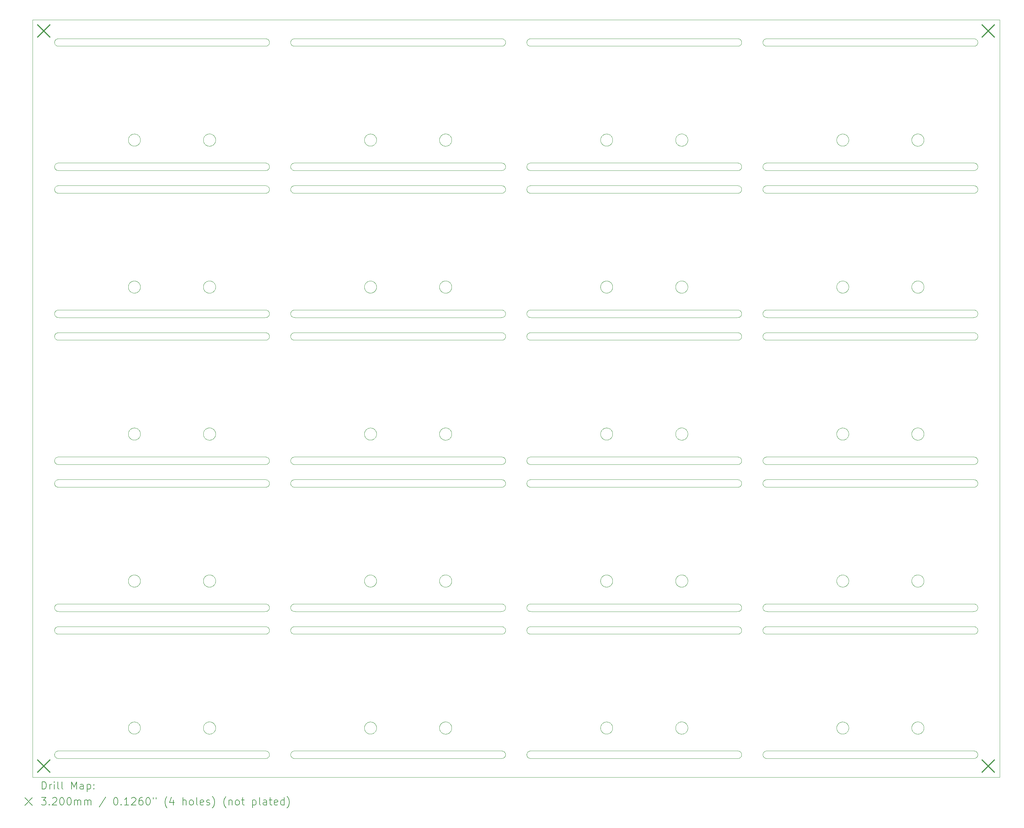
<source format=gbr>
%TF.GenerationSoftware,KiCad,Pcbnew,7.0.6+dfsg-1*%
%TF.CreationDate,2023-08-24T18:37:58+02:00*%
%TF.ProjectId,USB_panel,5553425f-7061-46e6-956c-2e6b69636164,V1.1*%
%TF.SameCoordinates,Original*%
%TF.FileFunction,Drillmap*%
%TF.FilePolarity,Positive*%
%FSLAX45Y45*%
G04 Gerber Fmt 4.5, Leading zero omitted, Abs format (unit mm)*
G04 Created by KiCad (PCBNEW 7.0.6+dfsg-1) date 2023-08-24 18:37:58*
%MOMM*%
%LPD*%
G01*
G04 APERTURE LIST*
%ADD10C,0.100000*%
%ADD11C,0.200000*%
%ADD12C,0.320000*%
G04 APERTURE END LIST*
D10*
X19427195Y-14571090D02*
X19422545Y-14572704D01*
X11267793Y-22275540D02*
X11265896Y-22280082D01*
X15277114Y-15177796D02*
X15274719Y-15173568D01*
X6687632Y-18302592D02*
X6687940Y-18299485D01*
X8398585Y-23004017D02*
X8394613Y-23006815D01*
X20894963Y-11134887D02*
X20899497Y-11136636D01*
X23780835Y-22137489D02*
X23783172Y-22141821D01*
X12948940Y-10537115D02*
X12948632Y-10534008D01*
X6929907Y-14276930D02*
X6934149Y-14279426D01*
X27141925Y-11927197D02*
X27137137Y-11928028D01*
X17537609Y-22186741D02*
X17538130Y-22189719D01*
X13007098Y-14543716D02*
X13003349Y-14540526D01*
X2825514Y-11326030D02*
X2820715Y-11325197D01*
X15277114Y-22975396D02*
X15274719Y-22971168D01*
X12966745Y-14342476D02*
X12968228Y-14339728D01*
X13066447Y-18160607D02*
X13071205Y-18159343D01*
X20938139Y-22861695D02*
X20941129Y-22865526D01*
X19449178Y-6763586D02*
X19444817Y-6765869D01*
X14583760Y-11729220D02*
X14596053Y-11729824D01*
X27173507Y-4117415D02*
X27169279Y-4119810D01*
X17277487Y-14294404D02*
X17279837Y-14292502D01*
X25795082Y-6626282D02*
X25794838Y-6631198D01*
X2811291Y-8026037D02*
X2806677Y-8024512D01*
X17444807Y-14271498D02*
X17449275Y-14273563D01*
X25745077Y-22333299D02*
X25742802Y-22335437D01*
X14699134Y-22914796D02*
X14699492Y-22919642D01*
X8429106Y-7371628D02*
X8426921Y-7375968D01*
X14642939Y-4121995D02*
X14638497Y-4123964D01*
X25541994Y-22350925D02*
X25537948Y-22348122D01*
X14647279Y-15214210D02*
X14642939Y-15216395D01*
X25624989Y-14580720D02*
X25620076Y-14580416D01*
X4977696Y-14525015D02*
X4974370Y-14528643D01*
X15295544Y-7402654D02*
X15292025Y-7399303D01*
X11261172Y-14344221D02*
X11262542Y-14346916D01*
X23779335Y-6701735D02*
X23776786Y-6705946D01*
X6976267Y-14520223D02*
X6973124Y-14524011D01*
X19268098Y-22090484D02*
X19270525Y-22088520D01*
X8344746Y-15629578D02*
X8354125Y-15630970D01*
X9011534Y-3990172D02*
X9013719Y-3985832D01*
X17313679Y-6767114D02*
X17310934Y-6765846D01*
X27122599Y-8030300D02*
X21623041Y-8030300D01*
X12961162Y-18381225D02*
X12959959Y-18378344D01*
X15324143Y-7839836D02*
X15328677Y-7838087D01*
X13268813Y-6583278D02*
X13269502Y-6586323D01*
X9076974Y-11132067D02*
X9081715Y-11131003D01*
X19528608Y-10477306D02*
X19529813Y-10482078D01*
X2159672Y-3431748D02*
X2159636Y-3431781D01*
X15279713Y-11173099D02*
X15282511Y-11169126D01*
X6730800Y-22104864D02*
X6734215Y-22101320D01*
X2741506Y-7941004D02*
X2741148Y-7936158D01*
X4764181Y-14287719D02*
X4768226Y-14284915D01*
X4803609Y-10368273D02*
X4806465Y-10367282D01*
X13040957Y-22362837D02*
X13036541Y-22360662D01*
X13082123Y-10359413D02*
X13086981Y-10358625D01*
X23538487Y-6744596D02*
X23534738Y-6741406D01*
X25772946Y-10601569D02*
X25770398Y-10605780D01*
X17539717Y-14431714D02*
X17539231Y-14436612D01*
X12976686Y-6712950D02*
X12974939Y-6710362D01*
X14697709Y-15107586D02*
X14698539Y-15112374D01*
X23604753Y-6777232D02*
X23601813Y-6776528D01*
X27164939Y-19115195D02*
X27160497Y-19117164D01*
X11142895Y-22374665D02*
X11142895Y-22374665D01*
X10999289Y-10412077D02*
X11001332Y-10409849D01*
X19517247Y-14490543D02*
X19515833Y-14493327D01*
X15324143Y-15637436D02*
X15328677Y-15635687D01*
X13036541Y-22071138D02*
X13040957Y-22068963D01*
X13204479Y-6753443D02*
X13201914Y-6755222D01*
X17531561Y-6672893D02*
X17529890Y-6677522D01*
X23680460Y-14573896D02*
X23675674Y-14575042D01*
X4837392Y-22375215D02*
X4834397Y-22374805D01*
X21564055Y-19548183D02*
X21568027Y-19545385D01*
X21543511Y-7872326D02*
X21546501Y-7868495D01*
X25588447Y-14574793D02*
X25585451Y-14573917D01*
X19469454Y-14288459D02*
X19471929Y-14290362D01*
X25739133Y-14295482D02*
X25742802Y-14298763D01*
X17506699Y-22314175D02*
X17504827Y-22316549D01*
X23574679Y-6474285D02*
X23579196Y-6472332D01*
X2766675Y-3966016D02*
X2770025Y-3962497D01*
X5017717Y-14404886D02*
X5017941Y-14407900D01*
X6967745Y-18428792D02*
X6965579Y-18431040D01*
X21585143Y-19117164D02*
X21580701Y-19115195D01*
X2830325Y-19726223D02*
X2825502Y-19725628D01*
X6728690Y-18208365D02*
X6730800Y-18206064D01*
X19388091Y-14580057D02*
X19383187Y-14580482D01*
X15356893Y-15226221D02*
X15347514Y-15224830D01*
X17348567Y-18474660D02*
X17343753Y-18473632D01*
X6869193Y-10680910D02*
X6866091Y-10681257D01*
X21568027Y-23006815D02*
X21564055Y-23004017D01*
X27192615Y-4102503D02*
X27189095Y-4105854D01*
X27100877Y-15627900D02*
X27105760Y-15628020D01*
X17255123Y-14316913D02*
X17257053Y-14314586D01*
X23617397Y-6779605D02*
X23612538Y-6778817D01*
X2760511Y-15787874D02*
X2757713Y-15783901D01*
X9011534Y-15686572D02*
X9013719Y-15682232D01*
X23730913Y-22083046D02*
X23733398Y-22084768D01*
X4757837Y-10393702D02*
X4761739Y-10390702D01*
X19399152Y-6460457D02*
X19403990Y-6461365D01*
X19276948Y-6488478D02*
X19280994Y-6485674D01*
X21526996Y-19049755D02*
X21525931Y-19045014D01*
X23644174Y-14578863D02*
X23641151Y-14578901D01*
X27215824Y-19594348D02*
X27217348Y-19598962D01*
X8368349Y-22829763D02*
X8372963Y-22831287D01*
X2777224Y-11151572D02*
X2781055Y-11148583D01*
X11072154Y-10365784D02*
X11075056Y-10364936D01*
X19211009Y-18342687D02*
X19210548Y-18339600D01*
X6897571Y-22371254D02*
X6892847Y-22372635D01*
X25496939Y-18227438D02*
X25498686Y-18224850D01*
X23582000Y-14268801D02*
X23586609Y-14267073D01*
X6687113Y-10513018D02*
X6687267Y-10509900D01*
X20943927Y-7876299D02*
X20946526Y-7880404D01*
X11106295Y-18477224D02*
X11103284Y-18476962D01*
X19465480Y-18184357D02*
X19469454Y-18187260D01*
X27214075Y-7291414D02*
X27215824Y-7295948D01*
X27195965Y-7262816D02*
X27199139Y-7266495D01*
X21526996Y-19001645D02*
X21528292Y-18996962D01*
X5013974Y-6583767D02*
X5014641Y-6586715D01*
X27118053Y-15227176D02*
X27105760Y-15227780D01*
X4869110Y-22376094D02*
X4866093Y-22376281D01*
X13220802Y-14298763D02*
X13223077Y-14300901D01*
X8438492Y-4037358D02*
X8438134Y-4042204D01*
X17364284Y-10679362D02*
X17359392Y-10678816D01*
X19218114Y-14364579D02*
X19219174Y-14361643D01*
X4996335Y-14499335D02*
X4993786Y-14503546D01*
X17525662Y-18250159D02*
X17526896Y-18252918D01*
X23628295Y-22055776D02*
X23633208Y-22055472D01*
X14673965Y-7262816D02*
X14677139Y-7266495D01*
X13111031Y-18479697D02*
X13106109Y-18479636D01*
X9011534Y-7973628D02*
X9009565Y-7969185D01*
X5018259Y-22218361D02*
X5018184Y-22221383D01*
X9007816Y-22957852D02*
X9006292Y-22953238D01*
X12970671Y-18399944D02*
X12968228Y-18395672D01*
X4730074Y-6523177D02*
X4733123Y-6519313D01*
X6687113Y-6627182D02*
X6686991Y-6622261D01*
X12948113Y-22222382D02*
X12947991Y-22217461D01*
X25633031Y-22053303D02*
X25636152Y-22053342D01*
X21535719Y-11876768D02*
X21533534Y-11872428D01*
X20861912Y-23024418D02*
X20857053Y-23024776D01*
X25523023Y-6740845D02*
X25519436Y-6737474D01*
X27122912Y-7429218D02*
X27118053Y-7429576D01*
X20908279Y-15641590D02*
X20912507Y-15643985D01*
X11211398Y-6751832D02*
X11208913Y-6753554D01*
X6740023Y-10399355D02*
X6742349Y-10397274D01*
X4698624Y-18339353D02*
X4698017Y-18334469D01*
X19287782Y-6760040D02*
X19283603Y-6757440D01*
X20958709Y-7348614D02*
X20957644Y-7353355D01*
X25732929Y-22343837D02*
X25730454Y-22345740D01*
X23712987Y-14274898D02*
X23717348Y-14277182D01*
X4897460Y-10363904D02*
X4900382Y-10364680D01*
X25523023Y-22336045D02*
X25519436Y-22332674D01*
X21623041Y-15827900D02*
X21623041Y-15827900D01*
X17225663Y-22261429D02*
X17224340Y-22256688D01*
X25470267Y-22206300D02*
X25470632Y-22201392D01*
X25612074Y-6781999D02*
X25608981Y-6781575D01*
X23604753Y-18160568D02*
X23609567Y-18159540D01*
X25664989Y-22056565D02*
X25668043Y-22057217D01*
X2770025Y-7259297D02*
X2773545Y-7255946D01*
X2760511Y-7270326D02*
X2763501Y-7266495D01*
X4725408Y-18408193D02*
X4723716Y-18405687D01*
X11031753Y-10654545D02*
X11029226Y-10652885D01*
X13234124Y-10625211D02*
X13232072Y-10627564D01*
X4979684Y-10415063D02*
X4982827Y-10418851D01*
X6765782Y-10658840D02*
X6761603Y-10656240D01*
X23770651Y-10425163D02*
X23772404Y-10427627D01*
X9105587Y-15628624D02*
X9117880Y-15628020D01*
X17523542Y-6549316D02*
X17525662Y-6553758D01*
X27173507Y-11143185D02*
X27177612Y-11145785D01*
X23482071Y-22190657D02*
X23482919Y-22185808D01*
X23797641Y-6654685D02*
X23796973Y-6657633D01*
X6934149Y-18178226D02*
X6936800Y-18179875D01*
X19218114Y-22269620D02*
X19216559Y-22264951D01*
X13040957Y-10372563D02*
X13043791Y-10371254D01*
X2750534Y-11185772D02*
X2752719Y-11181432D01*
X20880925Y-19530603D02*
X20885666Y-19531667D01*
X13195149Y-6481826D02*
X13197800Y-6483475D01*
X10967103Y-10466410D02*
X10968129Y-10463567D01*
X20954824Y-22957852D02*
X20953075Y-22962385D01*
X4922807Y-18170298D02*
X4927275Y-18172363D01*
X2793361Y-15641590D02*
X2797701Y-15639405D01*
X17333154Y-10365784D02*
X17336056Y-10364936D01*
X2766675Y-22858016D02*
X2770025Y-22854497D01*
X10971080Y-6684010D02*
X10969914Y-6681221D01*
X23657014Y-18157331D02*
X23660018Y-18157667D01*
X17265748Y-14305105D02*
X17267899Y-14302980D01*
X9101041Y-19726700D02*
X9101041Y-19726700D01*
X6833966Y-22377746D02*
X6833966Y-22377746D01*
X17496370Y-14528643D02*
X17494272Y-14530820D01*
X19530502Y-10553877D02*
X19529813Y-10556922D01*
X13146043Y-6779383D02*
X13142989Y-6780034D01*
X25649091Y-10357743D02*
X25652193Y-10358090D01*
X11229770Y-10403521D02*
X11233272Y-10406980D01*
X15357171Y-7230419D02*
X15362041Y-7230300D01*
X11006899Y-6736020D02*
X11004748Y-6733895D01*
X17414674Y-22372642D02*
X17411717Y-22373273D01*
X19399152Y-10359257D02*
X19403990Y-10360165D01*
X6922817Y-14563469D02*
X6920017Y-14564849D01*
X17539941Y-10529899D02*
X17539717Y-10532914D01*
X12949548Y-10497000D02*
X12950009Y-10493913D01*
X12981412Y-14517058D02*
X12979540Y-14514560D01*
X2785027Y-23006815D02*
X2781055Y-23004017D01*
X21585143Y-11136636D02*
X21589677Y-11134887D01*
X19335241Y-14576784D02*
X19332205Y-14576057D01*
X7001671Y-10577000D02*
X7000539Y-10579909D01*
X4861174Y-6781263D02*
X4858151Y-6781301D01*
X14619925Y-3935402D02*
X14624666Y-3936467D01*
X25535427Y-18447480D02*
X25531525Y-18444480D01*
X23493080Y-10456190D02*
X23495089Y-10451697D01*
X17372208Y-10679928D02*
X17367295Y-10679624D01*
X9006292Y-7300562D02*
X9007816Y-7295948D01*
X14615137Y-11928028D02*
X14610315Y-11928623D01*
X2793361Y-4119810D02*
X2789133Y-4117415D01*
X20924416Y-11304628D02*
X20920585Y-11307617D01*
X23760696Y-6513985D02*
X23762684Y-6516263D01*
X2746816Y-15160252D02*
X2745292Y-15155638D01*
X19287782Y-14557640D02*
X19283603Y-14555040D01*
X12950009Y-18291513D02*
X12950857Y-18286664D01*
X21639880Y-11729220D02*
X21644763Y-11729100D01*
X23792560Y-22163707D02*
X23793516Y-22166576D01*
X25748579Y-6734640D02*
X25745077Y-6738098D01*
X4900382Y-22370719D02*
X4897460Y-22371496D01*
X23800230Y-6602387D02*
X23800717Y-6607286D01*
X4889717Y-18474473D02*
X4884879Y-18475381D01*
X8406095Y-15802254D02*
X8402416Y-15805428D01*
X9018713Y-4087501D02*
X9016114Y-4083396D01*
X6991496Y-6541341D02*
X6993833Y-6545673D01*
X15285501Y-15791705D02*
X15282511Y-15787874D01*
X23683382Y-6775519D02*
X23680460Y-6776296D01*
X23617397Y-10360595D02*
X23620392Y-10360184D01*
X12948940Y-6638315D02*
X12948632Y-6635208D01*
X10976621Y-10594420D02*
X10974391Y-10590032D01*
X17523542Y-14489684D02*
X17522173Y-14492379D01*
X6920017Y-6767249D02*
X6915549Y-6769314D01*
X4717056Y-22293481D02*
X4715621Y-22290820D01*
X21608515Y-11326030D02*
X21603715Y-11325197D01*
X12948940Y-22233515D02*
X12948632Y-22230408D01*
X20844760Y-15628020D02*
X20857053Y-15628624D01*
X19262023Y-18437245D02*
X19258436Y-18433874D01*
X21572133Y-19110615D02*
X21568027Y-19108015D01*
X11272956Y-10474882D02*
X11273768Y-10477794D01*
X6713939Y-14328638D02*
X6715686Y-14326050D01*
X4768226Y-14551685D02*
X4764181Y-14548881D01*
X19274427Y-6490320D02*
X19276948Y-6488478D01*
X23705807Y-10666302D02*
X23703032Y-10667502D01*
X4941233Y-6757854D02*
X4936991Y-6760350D01*
X19519367Y-10587301D02*
X19517247Y-10591743D01*
X8438492Y-7324442D02*
X8438611Y-7329300D01*
X13254833Y-22140873D02*
X13256247Y-22143657D01*
X4713391Y-18387632D02*
X4712089Y-18384903D01*
X6715686Y-6528450D02*
X6718540Y-6524439D01*
X8354137Y-11928028D02*
X8349315Y-11928623D01*
X10965548Y-6572280D02*
X10967103Y-6567610D01*
X13026782Y-10380160D02*
X13029473Y-10378577D01*
X9024501Y-11892905D02*
X9021511Y-11889074D01*
X23571934Y-14273154D02*
X23574679Y-14271885D01*
X4710080Y-6557390D02*
X4712089Y-6552897D01*
X4707129Y-14474233D02*
X4706103Y-14471390D01*
X13248398Y-18230820D02*
X13250946Y-18235031D01*
X17292753Y-14553345D02*
X17290226Y-14551685D01*
X4761739Y-18188302D02*
X4764181Y-18186519D01*
X13190907Y-6762070D02*
X13188178Y-6763586D01*
X23487547Y-22167480D02*
X23489103Y-22162810D01*
X13246716Y-10608410D02*
X13243963Y-10612490D01*
X19498267Y-6722623D02*
X19495124Y-6726411D01*
X8354125Y-11326030D02*
X8344746Y-11327421D01*
X13237267Y-18419023D02*
X13234124Y-18422811D01*
X8363666Y-11734067D02*
X8368349Y-11735363D01*
X14633963Y-11321312D02*
X14629349Y-11322837D01*
X14578877Y-19526700D02*
X14583760Y-19526820D01*
X17260289Y-10626923D02*
X17257053Y-10623214D01*
X21525101Y-7916774D02*
X21525931Y-7911986D01*
X19227746Y-18392924D02*
X19225516Y-18388536D01*
X19297541Y-10374738D02*
X19301957Y-10372563D01*
X5018259Y-6623161D02*
X5018184Y-6626183D01*
X9117880Y-7830420D02*
X9122763Y-7830300D01*
X8402416Y-15203428D02*
X8398585Y-15206417D01*
X14673965Y-22858016D02*
X14677139Y-22861695D01*
X17506699Y-18218825D02*
X17509651Y-18222763D01*
X14663416Y-11304628D02*
X14659585Y-11307617D01*
X5017231Y-6639012D02*
X5016858Y-6642012D01*
X8368349Y-4127237D02*
X8363666Y-4128533D01*
X17279837Y-6746498D02*
X17277487Y-6744596D01*
X25774496Y-18237741D02*
X25776833Y-18242073D01*
X21524506Y-11237804D02*
X21524148Y-11232958D01*
X13019994Y-18182075D02*
X13022603Y-18180360D01*
X13001023Y-18437245D02*
X12997436Y-18433874D01*
X15292025Y-3962497D02*
X15295544Y-3959146D01*
X21556545Y-15655546D02*
X21560224Y-15652372D01*
X4987651Y-10425163D02*
X4989404Y-10427627D01*
X2160547Y-3431500D02*
X2160523Y-3431500D01*
X13166195Y-18164310D02*
X13169118Y-18165406D01*
X19444817Y-18462270D02*
X19442017Y-18463649D01*
X19503153Y-10615033D02*
X19500201Y-10618972D01*
X2806677Y-11923312D02*
X2802143Y-11921564D01*
X15267292Y-19656438D02*
X15265996Y-19651755D01*
X11012738Y-22336607D02*
X11010485Y-22334591D01*
X25778247Y-22288143D02*
X25776833Y-22290927D01*
X21540713Y-11885101D02*
X21538114Y-11880996D01*
X19531470Y-22245451D02*
X19530502Y-22250277D01*
X23786662Y-10586441D02*
X23784542Y-10590884D01*
X20916613Y-7848985D02*
X20920585Y-7851783D01*
X27219709Y-11849414D02*
X27218644Y-11854155D01*
X19335241Y-6779184D02*
X19332205Y-6778457D01*
X9034545Y-19701054D02*
X9031025Y-19697703D01*
X25601054Y-10679012D02*
X25596241Y-10677984D01*
X25698549Y-6472086D02*
X25703017Y-6474151D01*
X14667095Y-3959146D02*
X14670615Y-3962497D01*
X6707228Y-22137328D02*
X6709671Y-22133056D01*
X11075056Y-10364936D02*
X11079813Y-10363672D01*
X25680571Y-14262946D02*
X25683545Y-14263896D01*
X25470113Y-14424782D02*
X25469991Y-14419861D01*
X4877018Y-10678933D02*
X4874014Y-10679269D01*
X27212106Y-4074828D02*
X27209921Y-4079168D01*
X19327448Y-18160607D02*
X19332205Y-18159343D01*
X19525342Y-18369970D02*
X19523671Y-18374600D01*
X15295544Y-11756746D02*
X15299224Y-11753572D01*
X21598974Y-15030867D02*
X21603715Y-15029802D01*
X25570309Y-14268100D02*
X25573204Y-14266932D01*
X6775541Y-6765462D02*
X6772776Y-6764014D01*
X8412965Y-11896584D02*
X8409615Y-11900103D01*
X19380071Y-6783075D02*
X19375152Y-6783258D01*
X25756124Y-10413789D02*
X25759267Y-10417577D01*
X2741506Y-19035404D02*
X2741148Y-19030558D01*
X6782791Y-6472454D02*
X6787309Y-6470500D01*
X15292025Y-19697703D02*
X15288675Y-19694184D01*
X17537609Y-18346259D02*
X17536641Y-18351085D01*
X17403895Y-22057135D02*
X17406879Y-22057619D01*
X6689857Y-6651136D02*
X6689009Y-6646287D01*
X12972288Y-18402615D02*
X12970671Y-18399944D01*
X10964663Y-22170371D02*
X10965548Y-22167480D01*
X17359392Y-18157784D02*
X17364284Y-18157238D01*
X23567519Y-10376528D02*
X23571934Y-10374354D01*
X6790204Y-14266932D02*
X6794813Y-14265204D01*
X27802581Y-23525458D02*
X27802628Y-23525444D01*
X15328677Y-15220112D02*
X15324143Y-15218364D01*
X17219203Y-6627132D02*
X17219082Y-6622212D01*
X17243065Y-10603940D02*
X17241499Y-10601354D01*
X2159920Y-3431591D02*
X2159876Y-3431612D01*
X17367295Y-22055776D02*
X17372208Y-22055472D01*
X13265329Y-14468208D02*
X13264342Y-14471170D01*
X9011534Y-4074828D02*
X9009565Y-4070385D01*
X25644187Y-14580482D02*
X25641071Y-14580675D01*
X15299224Y-7405828D02*
X15295544Y-7402654D01*
X6703516Y-14346864D02*
X6705745Y-14342476D01*
X4972272Y-14530820D02*
X4968770Y-14534279D01*
X23506716Y-10608087D02*
X23504065Y-10603940D01*
X17427107Y-10366062D02*
X17429986Y-10366982D01*
X25525349Y-10641726D02*
X25523023Y-10639645D01*
X21525931Y-15107586D02*
X21526996Y-15102845D01*
X6725454Y-22320926D02*
X6723460Y-22318523D01*
X11057197Y-22364268D02*
X11052679Y-22362315D01*
X14615125Y-11326030D02*
X14605746Y-11327421D01*
X23557932Y-22353546D02*
X23553753Y-22350945D01*
X5007890Y-10576323D02*
X5006794Y-10579140D01*
X9067677Y-4125712D02*
X9063143Y-4123964D01*
X11006899Y-10404180D02*
X11010485Y-10400809D01*
X21529816Y-7295948D02*
X21531565Y-7291414D01*
X6881989Y-10360165D02*
X6885043Y-10360817D01*
X6861187Y-10681682D02*
X6858071Y-10681875D01*
X14690106Y-7973628D02*
X14687921Y-7977968D01*
X20844760Y-11328980D02*
X20839877Y-11329100D01*
X2789133Y-23009415D02*
X2785027Y-23006815D01*
X11270560Y-6672893D02*
X11268890Y-6677522D01*
X2781055Y-7408817D02*
X2777224Y-7405828D01*
X25476645Y-6666765D02*
X25475322Y-6662024D01*
X11087567Y-6778260D02*
X11082753Y-6777232D01*
X25795159Y-18319561D02*
X25795082Y-18322682D01*
X15264100Y-19040226D02*
X15263506Y-19035404D01*
X10962600Y-22253757D02*
X10961513Y-22248956D01*
X17469913Y-22348754D02*
X17465800Y-22351457D01*
X25616966Y-10357654D02*
X25620076Y-10357384D01*
X20866469Y-11129220D02*
X20871315Y-11129577D01*
X19287782Y-10658840D02*
X19283603Y-10656240D01*
X11135014Y-14258531D02*
X11138018Y-14258867D01*
X17522173Y-14344221D02*
X17523542Y-14346916D01*
X19372031Y-6458103D02*
X19375152Y-6458142D01*
X20931615Y-19697703D02*
X20928095Y-19701054D01*
X11045519Y-6763671D02*
X11042840Y-6762269D01*
X9016114Y-11779204D02*
X9018713Y-11775099D01*
X11197990Y-18177450D02*
X11202233Y-18179946D01*
X20876125Y-3934570D02*
X20880925Y-3935402D01*
X15263148Y-15122042D02*
X15263506Y-15117196D01*
X9086502Y-15028972D02*
X9091325Y-15028377D01*
X20951106Y-15169228D02*
X20948921Y-15173568D01*
X2789133Y-15813815D02*
X2785027Y-15811215D01*
X20903939Y-11919595D02*
X20899497Y-11921564D01*
X9076974Y-7425333D02*
X9072291Y-7424037D01*
X14638497Y-23015964D02*
X14633963Y-23017712D01*
X4710080Y-18253790D02*
X4712089Y-18249297D01*
X12979540Y-6524439D02*
X12981412Y-6521941D01*
X23798609Y-10490341D02*
X23799130Y-10493319D01*
X14687921Y-11274768D02*
X14685526Y-11278996D01*
X23518053Y-6516986D02*
X23521289Y-6513277D01*
X4707129Y-6676633D02*
X4706103Y-6673790D01*
X20857053Y-7831024D02*
X20861912Y-7831382D01*
X17537609Y-22245059D02*
X17536641Y-22249885D01*
X15268816Y-11796748D02*
X15270565Y-11792214D01*
X4703663Y-6666229D02*
X4702340Y-6661488D01*
X19355966Y-18478946D02*
X19351075Y-18478399D01*
X17514158Y-10607293D02*
X17511404Y-10611373D01*
X19403990Y-22375234D02*
X19399152Y-22376142D01*
X6768473Y-14559223D02*
X6765782Y-14557640D01*
X25783539Y-6681109D02*
X25781642Y-6685651D01*
X9046027Y-15044585D02*
X9050133Y-15041985D01*
X27209921Y-15775568D02*
X27207526Y-15779796D01*
X14667095Y-7857946D02*
X14670615Y-7861297D01*
X10959624Y-18339353D02*
X10959017Y-18334469D01*
X17522173Y-6694779D02*
X17519836Y-6699111D01*
X6742349Y-22093674D02*
X6746098Y-22090484D01*
X13007098Y-22341316D02*
X13003349Y-22338126D01*
X11158460Y-22060304D02*
X11161382Y-22061080D01*
X27192615Y-11900103D02*
X27189095Y-11903454D01*
X20948921Y-22877832D02*
X20951106Y-22882172D01*
X27173507Y-22839585D02*
X27177612Y-22842185D01*
X17241499Y-6538846D02*
X17243065Y-6536260D01*
X25680571Y-6776054D02*
X25675847Y-6777435D01*
X13063451Y-10675117D02*
X13058762Y-10673619D01*
X23800230Y-10501188D02*
X23800717Y-10506086D01*
X21568027Y-7246985D02*
X21572133Y-7244385D01*
X8426921Y-11783432D02*
X8429106Y-11787772D01*
X15263506Y-11237804D02*
X15263148Y-11232958D01*
X2741506Y-4022796D02*
X2742101Y-4017974D01*
X23698467Y-10669344D02*
X23695637Y-10670405D01*
X25750745Y-18428792D02*
X25748579Y-18431040D01*
X11229770Y-22331879D02*
X11227567Y-22333949D01*
X19407043Y-14259617D02*
X19411830Y-14260763D01*
X21594291Y-8026037D02*
X21589677Y-8024512D01*
X23579196Y-18465468D02*
X23574679Y-18463515D01*
X13232072Y-14310236D02*
X13234124Y-14312589D01*
X2797701Y-4121995D02*
X2793361Y-4119810D01*
X8344746Y-7831978D02*
X8354125Y-7833370D01*
X15311133Y-15211815D02*
X15307027Y-15209215D01*
X23798609Y-22186741D02*
X23799130Y-22189719D01*
X5007890Y-10462677D02*
X5009561Y-10467307D01*
X9024501Y-19690505D02*
X9021511Y-19686674D01*
X23710275Y-6475963D02*
X23712987Y-6477298D01*
X17303840Y-14276731D02*
X17306519Y-14275328D01*
X19444817Y-22361070D02*
X19442017Y-22362449D01*
X9002148Y-15724042D02*
X9002506Y-15719196D01*
X21568027Y-22842185D02*
X21572133Y-22839585D01*
X2781055Y-4112017D02*
X2777224Y-4109028D01*
X23751770Y-6736679D02*
X23749567Y-6738749D01*
X10969914Y-10580021D02*
X10968129Y-10575433D01*
X4712089Y-14486103D02*
X4710080Y-14481610D01*
X27160497Y-18934236D02*
X27164939Y-18936205D01*
X12961162Y-10455375D02*
X12963172Y-10450882D01*
X4927275Y-18461837D02*
X4922807Y-18463902D01*
X19503153Y-6716233D02*
X19500201Y-6720172D01*
X2785027Y-19545385D02*
X2789133Y-19542785D01*
X4834397Y-6461794D02*
X4837392Y-6461384D01*
X25742802Y-22335437D02*
X25739133Y-22338718D01*
X21546501Y-22987305D02*
X21543511Y-22983474D01*
X9058701Y-7418795D02*
X9054361Y-7416610D01*
X19343123Y-18477187D02*
X19340054Y-18476612D01*
X17532516Y-22166576D02*
X17533956Y-22171282D01*
X12947991Y-14416739D02*
X12948113Y-14411818D01*
X2802143Y-7420764D02*
X2797701Y-7418795D01*
X21589677Y-15033687D02*
X21594291Y-15032163D01*
X25488745Y-14494124D02*
X25486516Y-14489736D01*
X17245716Y-10430913D02*
X17247408Y-10428407D01*
X15264100Y-11213574D02*
X15264931Y-11208786D01*
X25688195Y-18469890D02*
X25683545Y-18471504D01*
X15274719Y-22877832D02*
X15277114Y-22873604D01*
X6837076Y-14580416D02*
X6833966Y-14580146D01*
X5017717Y-22202486D02*
X5017941Y-22205501D01*
X11238696Y-18423815D02*
X11235370Y-18427443D01*
X10978056Y-18239519D02*
X10980499Y-18235246D01*
X13273159Y-14420761D02*
X13273082Y-14423882D01*
X19276948Y-10651722D02*
X19274427Y-10649880D01*
X19513496Y-10598859D02*
X19511947Y-10601569D01*
X19222162Y-22280025D02*
X19220959Y-22277144D01*
X23481016Y-22198531D02*
X23481624Y-22193647D01*
X5003662Y-10452559D02*
X5004896Y-10455318D01*
X8434348Y-19656438D02*
X8432824Y-19661052D01*
X10963340Y-14377512D02*
X10964663Y-14372771D01*
X14673965Y-11161616D02*
X14677139Y-11165295D01*
X19437549Y-18465714D02*
X19434683Y-18466953D01*
X19231671Y-6537855D02*
X19233288Y-6535184D01*
X23498620Y-22290820D02*
X23496391Y-22286432D01*
X15282511Y-3973526D02*
X15285501Y-3969695D01*
X19531470Y-10489949D02*
X19532008Y-10493024D01*
X11127093Y-22055519D02*
X11130110Y-22055706D01*
X25710178Y-10662386D02*
X25705817Y-10664670D01*
X27803320Y-23524273D02*
X27803320Y-3432727D01*
X23680460Y-10363904D02*
X23683382Y-10364680D01*
X4845295Y-22376024D02*
X4842284Y-22375762D01*
X12950009Y-22241487D02*
X12949548Y-22238400D01*
X17414674Y-18473842D02*
X17411717Y-18474473D01*
X21613325Y-8029823D02*
X21608502Y-8029228D01*
X19509398Y-10433220D02*
X19511947Y-10437431D01*
X19503153Y-18412633D02*
X19500201Y-18416572D01*
X17506699Y-14320025D02*
X17509651Y-14323963D01*
X2742931Y-7911986D02*
X2743996Y-7907245D01*
X21572133Y-15643985D02*
X21576361Y-15641590D01*
X21572133Y-7414215D02*
X21568027Y-7411615D01*
X14629349Y-15221637D02*
X14624666Y-15222933D01*
X20943927Y-15783901D02*
X20941129Y-15787874D01*
X14682926Y-19080701D02*
X14680128Y-19084674D01*
X21580701Y-8020795D02*
X21576361Y-8018610D01*
X25765963Y-18224110D02*
X25768716Y-18228190D01*
X27220539Y-11844626D02*
X27219709Y-11849414D01*
X17472398Y-22084768D02*
X17476373Y-22087671D01*
X12984460Y-10416877D02*
X12986454Y-10414474D01*
X25793008Y-6647176D02*
X25792470Y-6650251D01*
X2820715Y-7232202D02*
X2825502Y-7231372D01*
X14651507Y-19712615D02*
X14647279Y-19715010D01*
X4806465Y-10671718D02*
X4803609Y-10670727D01*
X20866469Y-11928980D02*
X20861599Y-11929100D01*
X11153674Y-18473842D02*
X11150717Y-18474473D01*
X10959017Y-14400931D02*
X10959624Y-14396047D01*
X11064609Y-18468327D02*
X11060000Y-18466599D01*
X25754072Y-6728764D02*
X25750745Y-6732391D01*
X19525342Y-10466630D02*
X19526329Y-10469592D01*
X25474558Y-14380003D02*
X25475322Y-14376976D01*
X11090538Y-18475217D02*
X11087567Y-18474660D01*
X21572133Y-23009415D02*
X21568027Y-23006815D01*
X7011121Y-18335610D02*
X7010736Y-18338708D01*
X10971080Y-18253790D02*
X10973089Y-18249297D01*
X7001671Y-22158400D02*
X7003342Y-22163030D01*
X17262332Y-14527951D02*
X17260289Y-14525723D01*
X19527769Y-10564701D02*
X19526329Y-10569408D01*
X8363666Y-7425333D02*
X8358925Y-7426397D01*
X6687632Y-22201392D02*
X6687940Y-22198285D01*
X27209921Y-15682232D02*
X27212106Y-15686572D01*
X19327448Y-22059407D02*
X19332205Y-22058143D01*
X11278230Y-6602387D02*
X11278717Y-6607286D01*
X13114152Y-14580858D02*
X13111031Y-14580896D01*
X4770753Y-22080855D02*
X4774932Y-22078254D01*
X9002029Y-11830100D02*
X9002148Y-11825242D01*
X13098076Y-22378016D02*
X13094966Y-22377746D01*
X19414847Y-10362765D02*
X19419571Y-10364146D01*
X6696114Y-22269620D02*
X6694558Y-22264951D01*
X6775541Y-18172338D02*
X6779957Y-18170163D01*
X14696644Y-11806045D02*
X14697709Y-11810786D01*
X27802628Y-23525444D02*
X27802674Y-23525427D01*
X17273738Y-6499993D02*
X17277487Y-6496804D01*
X17356397Y-22374805D02*
X17351538Y-22374017D01*
X17336056Y-10364936D02*
X17340813Y-10363672D01*
X12957114Y-6566979D02*
X12958174Y-6564043D01*
X6825981Y-22055025D02*
X6829074Y-22054601D01*
X19437549Y-18168486D02*
X19442017Y-18170551D01*
X19225516Y-22287336D02*
X19224172Y-22284518D01*
X25501540Y-10615760D02*
X25498686Y-10611750D01*
X12997436Y-10636274D02*
X12995215Y-10634080D01*
X11270560Y-18264907D02*
X11271516Y-18267776D01*
X10978056Y-10441919D02*
X10980499Y-10437646D01*
X12955558Y-22264951D02*
X12954645Y-22261965D01*
X15319701Y-18936205D02*
X15324143Y-18934236D01*
X9076974Y-22828467D02*
X9081715Y-22827402D01*
X2820715Y-19122797D02*
X2815974Y-19121733D01*
X23749567Y-10401451D02*
X23751770Y-10403521D01*
X2806677Y-15220112D02*
X2802143Y-15218364D01*
X21560224Y-19551172D02*
X21564055Y-19548183D01*
X14633963Y-18932487D02*
X14638497Y-18934236D01*
X20958709Y-15748214D02*
X20957644Y-15752955D01*
X27802534Y-3431530D02*
X27802485Y-3431520D01*
X13272838Y-14428798D02*
X13272607Y-14431911D01*
X20931615Y-15196903D02*
X20928095Y-15200254D01*
X13015948Y-14286078D02*
X13019994Y-14283274D01*
X17220017Y-6603331D02*
X17220624Y-6598447D01*
X23717348Y-18458218D02*
X23712987Y-18460502D01*
X14578877Y-7830300D02*
X14583760Y-7830420D01*
X27803103Y-3431890D02*
X27803072Y-3431852D01*
X11253157Y-6532906D02*
X11254786Y-6535453D01*
X25745077Y-18199701D02*
X25748579Y-18203160D01*
X27214075Y-11792214D02*
X27215824Y-11796748D01*
X21589677Y-7838087D02*
X21594291Y-7836563D01*
X17235391Y-22286432D02*
X17234089Y-22283703D01*
X10961513Y-18284044D02*
X10962600Y-18279243D01*
X4960596Y-22339190D02*
X4956770Y-22342286D01*
X17399018Y-10360067D02*
X17403895Y-10360735D01*
X13266769Y-22170699D02*
X13267608Y-22173706D01*
X25652193Y-6459290D02*
X25657070Y-6459958D01*
X17472398Y-18448232D02*
X17469913Y-18449954D01*
X20951106Y-15686572D02*
X20953075Y-15691014D01*
X8438492Y-11223242D02*
X8438611Y-11228100D01*
X6976267Y-10417577D02*
X6978201Y-10420028D01*
X21644763Y-15227900D02*
X21639880Y-15227780D01*
X12961162Y-6684825D02*
X12959959Y-6681944D01*
X17220624Y-6598447D02*
X17221071Y-6595457D01*
X13267608Y-6578506D02*
X13268813Y-6583278D01*
X17230914Y-14478821D02*
X17229129Y-14474233D01*
X6746098Y-22090484D02*
X6748525Y-22088520D01*
X4702340Y-18276312D02*
X4703663Y-18271571D01*
X20960492Y-15131758D02*
X20960134Y-15136604D01*
X9016114Y-11177204D02*
X9018713Y-11173099D01*
X4818813Y-10675328D02*
X4814056Y-10674064D01*
X27181585Y-8010817D02*
X27177612Y-8013615D01*
X17488567Y-10401451D02*
X17490770Y-10403521D01*
X23737373Y-18445329D02*
X23733398Y-18448232D01*
X19312204Y-6772068D02*
X19309309Y-6770900D01*
X4708914Y-22276421D02*
X4707129Y-22271833D01*
X13019994Y-22080875D02*
X13022603Y-22079160D01*
X27151349Y-19722437D02*
X27146666Y-19723733D01*
X20912507Y-15211815D02*
X20908279Y-15214210D01*
X17529890Y-6563877D02*
X17531561Y-6568507D01*
X15299224Y-7252772D02*
X15303055Y-7249783D01*
X6779957Y-14271363D02*
X6782791Y-14270054D01*
X2755114Y-11278996D02*
X2752719Y-11274768D01*
X5012768Y-10477794D02*
X5013974Y-10482567D01*
X25680571Y-22060546D02*
X25683545Y-22061496D01*
X15270565Y-19063586D02*
X15268816Y-19059052D01*
X11240684Y-14313863D02*
X11243827Y-14317651D01*
X2745292Y-19598962D02*
X2746816Y-19594348D01*
X2770025Y-19557697D02*
X2773545Y-19554346D01*
X21525931Y-11810786D02*
X21526996Y-11806045D01*
X19411830Y-18159563D02*
X19414847Y-18160365D01*
X2839728Y-15226818D02*
X2834893Y-15226221D01*
X21525931Y-11247414D02*
X21525101Y-11242626D01*
X21528292Y-19598962D02*
X21529816Y-19594348D01*
X19489745Y-10407808D02*
X19493072Y-10411436D01*
X6790204Y-6772068D02*
X6787309Y-6770900D01*
X17476373Y-10647729D02*
X17472398Y-10650632D01*
X19324451Y-18161483D02*
X19327448Y-18160607D01*
X9042055Y-15649383D02*
X9046027Y-15646585D01*
X17333154Y-22062184D02*
X17336056Y-22061336D01*
X15333291Y-19532963D02*
X15337974Y-19531667D01*
X27218644Y-11204045D02*
X27219709Y-11208786D01*
X2750534Y-15169228D02*
X2748565Y-15164785D01*
X4866093Y-18477481D02*
X4861174Y-18477664D01*
X13183817Y-10374330D02*
X13188178Y-10376614D01*
X4943800Y-14553857D02*
X4941233Y-14555454D01*
X6700162Y-14482425D02*
X6698959Y-14479544D01*
X19534159Y-18319561D02*
X19534082Y-18322682D01*
X19210548Y-22193400D02*
X19211009Y-22190313D01*
X25624989Y-22378320D02*
X25620076Y-22378016D01*
X13098076Y-6458584D02*
X13102989Y-6458280D01*
X23783172Y-22141821D02*
X23784542Y-22144516D01*
X8438492Y-15122042D02*
X8438611Y-15126900D01*
X21546501Y-7266495D02*
X21549675Y-7262816D01*
X11261172Y-22289979D02*
X11258835Y-22294311D01*
X25780367Y-6552899D02*
X25781642Y-6555749D01*
X27204926Y-19572699D02*
X27207526Y-19576804D01*
X27195965Y-22990984D02*
X27192615Y-22994503D01*
X27160497Y-22833036D02*
X27164939Y-22835005D01*
X20960134Y-4022796D02*
X20960492Y-4027642D01*
X6790204Y-18468468D02*
X6787309Y-18467300D01*
X17250261Y-14513403D02*
X17247408Y-14509393D01*
X17482596Y-10642790D02*
X17478770Y-10645886D01*
X6959802Y-6501163D02*
X6962077Y-6503301D01*
X4834397Y-18158195D02*
X4837392Y-18157784D01*
X20908279Y-3945190D02*
X20912507Y-3947585D01*
X9013719Y-11783432D02*
X9016114Y-11779204D01*
X13246716Y-14329390D02*
X13248398Y-14332020D01*
X25541994Y-14553325D02*
X25537948Y-14550522D01*
X2742101Y-7343826D02*
X2741506Y-7339004D01*
X9046027Y-7246985D02*
X9050133Y-7244385D01*
X17484899Y-10398169D02*
X17488567Y-10401451D01*
X23695637Y-18468005D02*
X23690986Y-18469618D01*
X2741506Y-7339004D02*
X2741148Y-7334158D01*
X13250946Y-22133831D02*
X13252496Y-22136541D01*
X25585451Y-18161483D02*
X25588447Y-18160607D01*
X19270525Y-22343280D02*
X19268098Y-22341316D01*
X4915467Y-14268456D02*
X4920032Y-14270298D01*
X21549675Y-11896584D02*
X21546501Y-11892905D01*
X27164939Y-15216395D02*
X27160497Y-15218364D01*
X17532516Y-18267776D02*
X17533956Y-18272482D01*
X12955558Y-14369249D02*
X12957114Y-14364579D01*
X23528899Y-6505380D02*
X23532485Y-6502009D01*
X25726479Y-6487956D02*
X25730454Y-6490859D01*
X9018713Y-15181901D02*
X9016114Y-15177796D01*
X17528794Y-22275540D02*
X17526896Y-22280082D01*
X9034545Y-11301454D02*
X9031025Y-11298103D01*
X2802143Y-11136636D02*
X2806677Y-11134887D01*
X19343123Y-14258212D02*
X19347981Y-14257424D01*
X9034545Y-15802254D02*
X9031025Y-15798903D01*
X25616966Y-14580146D02*
X25612074Y-14579599D01*
X8344469Y-11928980D02*
X8339599Y-11929100D01*
X11111208Y-6460272D02*
X11114229Y-6460160D01*
X13015948Y-18449322D02*
X13013427Y-18447480D01*
X6779957Y-22362837D02*
X6775541Y-22360662D01*
X13158571Y-22371254D02*
X13153847Y-22372635D01*
X17348567Y-18159540D02*
X17351538Y-18158983D01*
X23789793Y-22275540D02*
X23787896Y-22280082D01*
X23551226Y-14284915D02*
X23553753Y-14283255D01*
X9011534Y-7286972D02*
X9013719Y-7282632D01*
X23724233Y-18454254D02*
X23719990Y-18456750D01*
X8390507Y-15041985D02*
X8394613Y-15044585D01*
X4845295Y-6460576D02*
X4850208Y-6460272D01*
X19525342Y-14471170D02*
X19523671Y-14475800D01*
X6768473Y-18458023D02*
X6765782Y-18456440D01*
X25698549Y-6769314D02*
X25695683Y-6770553D01*
X13201914Y-22081378D02*
X13204479Y-22083157D01*
X4884879Y-14260019D02*
X4889717Y-14260927D01*
X11042840Y-6479131D02*
X11045519Y-6477728D01*
X6703516Y-10448064D02*
X6705745Y-10443676D01*
X13138152Y-18156857D02*
X13142989Y-18157765D01*
X9027675Y-19694184D02*
X9024501Y-19690505D01*
X8386279Y-11315410D02*
X8381939Y-11317595D01*
X13259642Y-6555749D02*
X13261539Y-6560290D01*
X25772946Y-10437431D02*
X25774496Y-10440141D01*
X6866091Y-18155343D02*
X6869193Y-18155690D01*
X19530502Y-14383923D02*
X19531470Y-14388749D01*
X6995247Y-22143657D02*
X6997367Y-22148099D01*
X4845295Y-18156976D02*
X4850208Y-18156672D01*
X11031753Y-22350945D02*
X11029226Y-22349285D01*
X6797762Y-18471219D02*
X6794813Y-18470196D01*
X20960134Y-7921596D02*
X20960492Y-7926442D01*
X4713391Y-10448968D02*
X4715621Y-10444580D01*
X23710275Y-14563037D02*
X23705807Y-14565102D01*
X4712089Y-14350497D02*
X4713391Y-14347768D01*
X25756124Y-18422811D02*
X25754072Y-18425164D01*
X11111208Y-14578728D02*
X11106295Y-14578424D01*
X8431075Y-19589814D02*
X8432824Y-19594348D01*
X11004748Y-14305105D02*
X11006899Y-14302980D01*
X11279184Y-22221383D02*
X11278941Y-22226299D01*
X25786342Y-22163030D02*
X25787329Y-22165992D01*
X11274973Y-14455233D02*
X11273768Y-14460005D01*
X19250690Y-6729435D02*
X19247454Y-6725726D01*
X20956348Y-7300562D02*
X20957644Y-7305245D01*
X8394613Y-3950185D02*
X8398585Y-3952983D01*
X8416139Y-11290905D02*
X8412965Y-11294584D01*
X9027675Y-7997784D02*
X9024501Y-7994105D01*
X19351075Y-10358201D02*
X19355966Y-10357654D01*
X13228745Y-22104208D02*
X13232072Y-22107836D01*
X17336056Y-18162536D02*
X17340813Y-18161272D01*
X8421927Y-11775099D02*
X8424526Y-11779204D01*
X11215373Y-10391271D02*
X11217770Y-10393114D01*
X25698549Y-14269686D02*
X25703017Y-14271751D01*
X2830325Y-15028377D02*
X2835171Y-15028019D01*
X4984699Y-10617775D02*
X4982827Y-10620149D01*
X2802143Y-18934236D02*
X2806677Y-18932487D01*
X25529098Y-14543716D02*
X25525349Y-14540526D01*
X20956348Y-15757638D02*
X20954824Y-15762252D01*
X14699134Y-11218396D02*
X14699492Y-11223242D01*
X2742101Y-7314774D02*
X2742931Y-7309986D01*
X19304791Y-18168854D02*
X19309309Y-18166900D01*
X9003101Y-19040226D02*
X9002506Y-19035404D01*
X8339599Y-4131500D02*
X2840041Y-4131500D01*
X15279713Y-11775099D02*
X15282511Y-11771126D01*
X23641151Y-14257699D02*
X23644174Y-14257736D01*
X13242153Y-10615033D02*
X13239201Y-10618972D01*
X21564055Y-19707217D02*
X21560224Y-19704228D01*
X17260289Y-6728123D02*
X17257053Y-6724414D01*
X2743996Y-7955355D02*
X2742931Y-7950614D01*
X9027675Y-15662416D02*
X9031025Y-15658897D01*
X19209941Y-18299485D02*
X19210548Y-18294600D01*
X15282511Y-19084674D02*
X15279713Y-19080701D01*
X10976621Y-22290820D02*
X10974391Y-22286432D01*
X17292753Y-18182055D02*
X17296932Y-18179454D01*
X15383762Y-15227900D02*
X15378880Y-15227780D01*
X21524506Y-7339004D02*
X21524148Y-7334158D01*
X5015609Y-6591541D02*
X5016130Y-6594519D01*
X9009565Y-11867985D02*
X9007816Y-11863452D01*
X11272956Y-18361718D02*
X11271516Y-18366424D01*
X19280994Y-6485674D02*
X19283603Y-6483960D01*
X6995247Y-18389343D02*
X6993833Y-18392127D01*
X17303840Y-14559869D02*
X17299538Y-14557479D01*
X21553025Y-11298103D02*
X21549675Y-11294584D01*
X19504963Y-14325310D02*
X19507716Y-14329390D01*
X14698539Y-19613174D02*
X14699134Y-19617996D01*
X27192615Y-19557697D02*
X27195965Y-19561216D01*
X23480353Y-18326552D02*
X23480203Y-18323532D01*
X23480718Y-14432660D02*
X23480353Y-14427752D01*
X17472398Y-14287168D02*
X17476373Y-14290071D01*
X21529816Y-15762252D02*
X21528292Y-15757638D01*
X2741506Y-15738604D02*
X2741148Y-15733758D01*
X25517215Y-6735280D02*
X25513800Y-6731736D01*
X23745899Y-10398169D02*
X23749567Y-10401451D01*
X6715686Y-14510550D02*
X6713939Y-14507962D01*
X15315360Y-8018610D02*
X15311133Y-8016215D01*
X2770025Y-11298103D02*
X2766675Y-11294584D01*
X27122912Y-11730182D02*
X27127746Y-11730778D01*
X8317877Y-11329100D02*
X2861762Y-11329100D01*
X23800941Y-6610300D02*
X23801184Y-6615217D01*
X21526996Y-11204045D02*
X21528292Y-11199362D01*
X25469991Y-6622261D02*
X25469991Y-6619139D01*
X8432824Y-7964652D02*
X8431075Y-7969185D01*
X21556545Y-19099054D02*
X21553025Y-19095703D01*
X25790813Y-18354522D02*
X25789608Y-18359294D01*
X23508408Y-18408193D02*
X23506716Y-18405687D01*
X8381939Y-3943005D02*
X8386279Y-3945190D01*
X23719990Y-14557950D02*
X23717348Y-14559418D01*
X11098392Y-18157784D02*
X11103284Y-18157238D01*
X17399018Y-22375333D02*
X17396014Y-22375668D01*
X4858151Y-6781301D02*
X4853229Y-6781240D01*
X11119151Y-22376501D02*
X11114229Y-22376440D01*
X13195149Y-10380626D02*
X13197800Y-10382275D01*
X17232080Y-6684010D02*
X17230914Y-6681221D01*
X27207526Y-11880996D02*
X27204926Y-11885101D01*
X8390507Y-8016215D02*
X8386279Y-8018610D01*
X25712907Y-10378130D02*
X25717149Y-10380626D01*
X23737373Y-10391271D02*
X23739770Y-10393114D01*
X11279259Y-22213439D02*
X11279259Y-22218361D01*
X25781642Y-14483251D02*
X25780367Y-14486101D01*
X11277857Y-14439612D02*
X11277130Y-14444480D01*
X25472009Y-22190313D02*
X25472857Y-22185464D01*
X5017941Y-10529899D02*
X5017717Y-10532914D01*
X20948921Y-18979032D02*
X20951106Y-18983372D01*
X17262332Y-6511049D02*
X17265748Y-6507505D01*
X19481802Y-6501163D02*
X19484077Y-6503301D01*
X19312204Y-6469332D02*
X19316813Y-6467604D01*
X13153847Y-22372635D02*
X13150829Y-22373437D01*
X19484077Y-18434499D02*
X19481802Y-18436637D01*
X17306519Y-6477728D02*
X17310934Y-6475554D01*
X25529098Y-18191684D02*
X25531525Y-18189720D01*
X21585143Y-15637436D02*
X21589677Y-15635687D01*
X2789133Y-19110615D02*
X2785027Y-19108015D01*
X15288675Y-15795384D02*
X15285501Y-15791705D01*
X21560224Y-15805428D02*
X21556545Y-15802254D01*
X19233288Y-14503815D02*
X19231671Y-14501144D01*
X17539941Y-18306701D02*
X17540184Y-18311617D01*
X4993786Y-14333053D02*
X4996335Y-14337265D01*
X11279259Y-10521961D02*
X11279184Y-10524983D01*
X2741148Y-22929358D02*
X2741029Y-22924500D01*
X2750534Y-4074828D02*
X2748565Y-4070385D01*
X6802451Y-10363883D02*
X6805447Y-10363007D01*
X11130110Y-18156906D02*
X11135014Y-18157331D01*
X13169118Y-6772394D02*
X13166195Y-6773490D01*
X14638497Y-11319564D02*
X14633963Y-11321312D01*
X15337974Y-19531667D02*
X15342715Y-19530603D01*
X25616966Y-22054054D02*
X25620076Y-22053784D01*
X17536641Y-22249885D02*
X17535974Y-22252833D01*
X9003931Y-15748214D02*
X9003101Y-15743426D01*
X25471548Y-10497000D02*
X25472009Y-10493913D01*
X15265996Y-7907245D02*
X15267292Y-7902562D01*
X20916613Y-19710015D02*
X20912507Y-19712615D01*
X23504065Y-22300340D02*
X23502499Y-22297754D01*
X15303055Y-15047383D02*
X15307027Y-15044585D01*
X13239201Y-18416572D02*
X13237267Y-18419023D01*
X11233272Y-18204580D02*
X11235370Y-18206757D01*
X9046027Y-19710015D02*
X9042055Y-19707217D01*
X23796973Y-18280167D02*
X23797641Y-18283115D01*
X14696644Y-7907245D02*
X14697709Y-7911986D01*
X17501684Y-10623937D02*
X17499696Y-10626215D01*
X17494272Y-10632020D02*
X17490770Y-10635479D01*
X7008502Y-22250277D02*
X7007813Y-22253322D01*
X27105760Y-3931620D02*
X27118053Y-3932224D01*
X10996053Y-6516986D02*
X10999289Y-6513277D01*
X23664895Y-18475865D02*
X23660018Y-18476533D01*
X8434348Y-19054438D02*
X8432824Y-19059052D01*
X11254786Y-10604746D02*
X11253157Y-10607293D01*
X20861912Y-19125618D02*
X20857053Y-19125976D01*
X13272607Y-6607088D02*
X13272838Y-6610202D01*
X17391110Y-14258106D02*
X17396014Y-14258531D01*
X9091325Y-15827423D02*
X9086502Y-15826828D01*
X13246716Y-14507210D02*
X13243963Y-14511290D01*
X7010736Y-14439908D02*
X7010008Y-14444776D01*
X17313679Y-18463515D02*
X17310934Y-18462246D01*
X11253157Y-18229307D02*
X11254786Y-18231854D01*
X19375152Y-18154542D02*
X19380071Y-18154725D01*
X17536641Y-10553485D02*
X17535974Y-10556433D01*
X27127469Y-7230419D02*
X27132315Y-7230777D01*
X9100728Y-15226818D02*
X9095894Y-15226221D01*
X25641071Y-6458325D02*
X25644187Y-6458518D01*
X6687113Y-18323582D02*
X6686991Y-18318661D01*
X27214075Y-3994614D02*
X27215824Y-3999148D01*
X4929987Y-6477298D02*
X4934348Y-6479582D01*
X4799000Y-14567799D02*
X4796197Y-14566668D01*
X20928095Y-3959146D02*
X20931615Y-3962497D01*
X15277114Y-11278996D02*
X15274719Y-11274768D01*
X2763501Y-7868495D02*
X2766675Y-7864816D01*
X25791502Y-6655077D02*
X25790813Y-6658122D01*
X23597056Y-22061336D02*
X23601813Y-22060072D01*
X4920032Y-6768702D02*
X4915467Y-6770543D01*
X27209921Y-22877832D02*
X27212106Y-22882172D01*
X19430118Y-22367594D02*
X19427195Y-22368690D01*
X19335241Y-10361016D02*
X19340054Y-10359988D01*
X25472857Y-10549936D02*
X25472009Y-10545087D01*
X2840041Y-15027900D02*
X8339599Y-15027900D01*
X4853229Y-10358960D02*
X4858151Y-10358899D01*
X25772946Y-14336231D02*
X25774496Y-14338941D01*
X9007816Y-7362652D02*
X9006292Y-7358038D01*
X20857053Y-3932224D02*
X20861912Y-3932582D01*
X2745292Y-18996962D02*
X2746816Y-18992348D01*
X17504827Y-6721349D02*
X17501684Y-6725137D01*
X25517215Y-22330480D02*
X25513800Y-22326936D01*
X9002148Y-4027642D02*
X9002506Y-4022796D01*
X17514158Y-6532906D02*
X17515786Y-6535453D01*
X2752719Y-11274768D02*
X2750534Y-11270428D01*
X8372963Y-19534487D02*
X8377497Y-19536236D01*
X15263148Y-7926442D02*
X15263506Y-7921596D01*
X12955558Y-6571649D02*
X12957114Y-6566979D01*
X27218644Y-19001645D02*
X27219709Y-19006386D01*
X15362041Y-15827900D02*
X15357171Y-15827780D01*
X9002029Y-15728900D02*
X9002148Y-15724042D01*
X13071205Y-6462943D02*
X13074241Y-6462216D01*
X25562957Y-14565237D02*
X25558541Y-14563062D01*
X8412965Y-15060416D02*
X8416139Y-15064095D01*
X6707228Y-18238528D02*
X6709671Y-18234256D01*
X19309309Y-22065700D02*
X19312204Y-22064532D01*
X20908279Y-7843990D02*
X20912507Y-7846385D01*
X4725408Y-14509393D02*
X4723716Y-14506887D01*
X2797701Y-11138605D02*
X2802143Y-11136636D01*
X15268816Y-15160252D02*
X15267292Y-15155638D01*
X15279713Y-22869499D02*
X15282511Y-22865526D01*
X25501540Y-22119640D02*
X25503412Y-22117141D01*
X11204800Y-10383943D02*
X11208913Y-10386646D01*
X23795768Y-6662405D02*
X23794956Y-6665317D01*
X13239201Y-18217628D02*
X13242153Y-18221567D01*
X12979540Y-14514560D02*
X12976686Y-14510550D01*
X2773545Y-18952346D02*
X2777224Y-18949172D01*
X21608515Y-7427230D02*
X21603715Y-7426397D01*
X13201914Y-6755222D02*
X13197800Y-6757925D01*
X25705817Y-6475530D02*
X25710178Y-6477814D01*
X9095894Y-23023821D02*
X9086515Y-23022430D01*
X2806677Y-15822112D02*
X2802143Y-15820364D01*
X23609567Y-22058340D02*
X23612538Y-22057783D01*
X6688548Y-22193400D02*
X6689009Y-22190313D01*
X19216559Y-22166849D02*
X19218114Y-22162180D01*
X15333291Y-15221637D02*
X15328677Y-15220112D01*
X11095397Y-14259394D02*
X11098392Y-14258984D01*
X20880925Y-11927197D02*
X20876138Y-11928028D01*
X15299224Y-3955972D02*
X15303055Y-3952983D01*
X23574679Y-14564714D02*
X23571934Y-14563446D01*
X23491914Y-14357779D02*
X23493080Y-14354990D01*
X6885043Y-22057217D02*
X6889829Y-22058363D01*
X13268813Y-18279678D02*
X13269502Y-18282723D01*
X13033776Y-14561614D02*
X13029473Y-14559223D01*
X20899497Y-11921564D02*
X20894963Y-11923312D01*
X13019994Y-6755725D02*
X13015948Y-6752922D01*
X21556545Y-19554346D02*
X21560224Y-19551172D01*
X14685526Y-18974804D02*
X14687921Y-18979032D01*
X6689009Y-14443887D02*
X6688548Y-14440799D01*
X4907986Y-14570818D02*
X4905107Y-14571738D01*
X6998642Y-10454549D02*
X7000539Y-10459091D01*
X8435644Y-19603645D02*
X8436709Y-19608386D01*
X11127093Y-10679881D02*
X11122174Y-10680064D01*
X25486516Y-22144464D02*
X25488745Y-22140076D01*
X4811154Y-10365784D02*
X4814056Y-10364936D01*
X21594291Y-19532963D02*
X21598974Y-19531667D01*
X5017231Y-14399987D02*
X5017717Y-14404886D01*
X25726479Y-22083157D02*
X25730454Y-22086060D01*
X13146043Y-18158417D02*
X13150829Y-18159563D01*
X20866746Y-3933178D02*
X20876125Y-3934570D01*
X19351075Y-6459401D02*
X19355966Y-6458854D01*
X2745292Y-19656438D02*
X2743996Y-19651755D01*
X13268813Y-18354522D02*
X13267608Y-18359294D01*
X20912507Y-15813815D02*
X20908279Y-15816210D01*
X25498686Y-18224850D02*
X25501540Y-18220840D01*
X10971080Y-14481610D02*
X10969914Y-14478821D01*
X17283739Y-18445898D02*
X17279837Y-18442898D01*
X11075056Y-6466136D02*
X11079813Y-6464871D01*
X11253157Y-14506093D02*
X11250404Y-14510173D01*
X4799000Y-22066401D02*
X4803609Y-22064673D01*
X6885043Y-18475783D02*
X6881989Y-18476435D01*
X4996335Y-6539665D02*
X4997836Y-6542289D01*
X17540259Y-10521961D02*
X17540184Y-10524983D01*
X27151349Y-18930963D02*
X27155963Y-18932487D01*
X15328677Y-15822112D02*
X15324143Y-15820364D01*
X11176467Y-14268456D02*
X11181032Y-14270298D01*
X10980499Y-10601354D02*
X10978056Y-10597081D01*
X9105587Y-7831024D02*
X9117880Y-7830420D01*
X6929907Y-10660870D02*
X6927178Y-10662386D01*
X8398585Y-11148583D02*
X8402416Y-11151572D01*
X11142895Y-6779465D02*
X11138018Y-6780133D01*
X25794607Y-18330712D02*
X25794121Y-18335610D01*
X6982963Y-14511290D02*
X6981153Y-14513833D01*
X17528794Y-14358660D02*
X17529890Y-14361477D01*
X23609567Y-18159540D02*
X23612538Y-18158983D01*
X5006794Y-22275540D02*
X5004896Y-22280082D01*
X11262542Y-10448116D02*
X11264662Y-10452559D01*
X15324143Y-7237836D02*
X15328677Y-7236087D01*
X23597056Y-6466136D02*
X23601813Y-6464871D01*
X23487547Y-10471080D02*
X23489103Y-10466410D01*
X25736756Y-14543141D02*
X25732929Y-14546237D01*
X19242412Y-22314659D02*
X19240540Y-22312160D01*
X25750745Y-14306608D02*
X25754072Y-14310236D01*
X23772404Y-14510173D02*
X23770651Y-14512636D01*
X25573204Y-18468468D02*
X25570309Y-18467300D01*
X8424526Y-19576804D02*
X8426921Y-19581032D01*
X6989946Y-6702769D02*
X6987398Y-6706980D01*
X27802890Y-3431688D02*
X27802849Y-3431660D01*
X25754072Y-10627564D02*
X25750745Y-10631192D01*
X25531525Y-22343280D02*
X25529098Y-22341316D01*
X21531565Y-11265985D02*
X21529816Y-11261452D01*
X9021511Y-19084674D02*
X9018713Y-19080701D01*
X19407043Y-18158417D02*
X19411830Y-18159563D01*
X4818813Y-10363672D02*
X4821753Y-10362968D01*
X8421927Y-15181901D02*
X8419129Y-15185874D01*
X25541994Y-6755725D02*
X25537948Y-6752922D01*
X19363989Y-18479520D02*
X19359076Y-18479216D01*
X23538487Y-22092004D02*
X23540837Y-22090102D01*
X21580701Y-7418795D02*
X21576361Y-7416610D01*
X17411717Y-22373273D02*
X17406879Y-22374181D01*
X2757713Y-11775099D02*
X2760511Y-11771126D01*
X11022739Y-14289502D02*
X11025181Y-14287719D01*
X14696644Y-22900445D02*
X14697709Y-22905186D01*
X17540184Y-18311617D02*
X17540259Y-18314639D01*
X4803609Y-6469473D02*
X4806465Y-6468482D01*
X12964516Y-22287336D02*
X12963172Y-22284518D01*
X8398585Y-11909617D02*
X8394613Y-11912415D01*
X25644187Y-18154918D02*
X25649091Y-18155343D01*
X9003931Y-19045014D02*
X9003101Y-19040226D01*
X10959017Y-22233269D02*
X10958718Y-22230260D01*
X15292025Y-19095703D02*
X15288675Y-19092184D01*
X5016130Y-6646880D02*
X5015609Y-6649858D01*
X13079054Y-14258788D02*
X13082123Y-14258212D01*
X8386279Y-4119810D02*
X8381939Y-4121995D01*
X25498686Y-18409350D02*
X25496939Y-18406762D01*
X14699134Y-19637404D02*
X14698539Y-19642226D01*
X6956133Y-18439918D02*
X6953756Y-18441941D01*
X2763501Y-11165295D02*
X2766675Y-11161616D01*
X11181032Y-6768702D02*
X11176467Y-6770543D01*
X27181585Y-11307617D02*
X27177612Y-11310415D01*
X23496391Y-6691232D02*
X23495089Y-6688503D01*
X2825502Y-18927772D02*
X2830325Y-18927177D01*
X4989404Y-6712573D02*
X4987651Y-6715036D01*
X25703017Y-22362449D02*
X25698549Y-22364514D01*
X9004996Y-15752955D02*
X9003931Y-15748214D01*
X11275641Y-10553485D02*
X11274973Y-10556433D01*
X21603715Y-19724797D02*
X21598974Y-19723733D01*
X6997367Y-22283701D02*
X6995247Y-22288143D01*
X17429986Y-22368418D02*
X17427107Y-22369338D01*
X27803320Y-23524297D02*
X27803320Y-23524273D01*
X6705745Y-14342476D02*
X6707228Y-14339728D01*
X9016114Y-19678596D02*
X9013719Y-19674368D01*
X21608502Y-4130428D02*
X21603715Y-4129597D01*
X2757713Y-15071899D02*
X2760511Y-15067926D01*
X17340813Y-10675328D02*
X17336056Y-10674064D01*
X2741506Y-11839804D02*
X2741148Y-11834958D01*
X23800941Y-22205501D02*
X23801184Y-22210417D01*
X19247454Y-18212074D02*
X19250690Y-18208365D01*
X8434348Y-15155638D02*
X8432824Y-15160252D01*
X6953756Y-18441941D02*
X6949929Y-18445037D01*
X9050133Y-11745185D02*
X9054361Y-11742790D01*
X21608515Y-23022430D02*
X21603715Y-23021597D01*
X10999289Y-18209677D02*
X11001332Y-18207449D01*
X9031025Y-15196903D02*
X9027675Y-15193384D01*
X12989690Y-10628235D02*
X12986454Y-10624526D01*
X19216559Y-18366151D02*
X19215645Y-18363165D01*
X21603715Y-19122797D02*
X21598974Y-19121733D01*
X10996053Y-18420814D02*
X10994123Y-18418487D01*
X9101041Y-4131500D02*
X9101041Y-4131500D01*
X12972288Y-10605015D02*
X12970671Y-10602344D01*
X8402416Y-19704228D02*
X8398585Y-19707217D01*
X23586609Y-22064673D02*
X23589465Y-22063682D01*
X21546501Y-11767295D02*
X21549675Y-11763616D01*
X21560224Y-7252772D02*
X21564055Y-7249783D01*
X4728261Y-14513403D02*
X4725408Y-14509393D01*
X27218644Y-4056555D02*
X27217348Y-4061238D01*
X4784519Y-10662472D02*
X4781840Y-10661069D01*
X17228103Y-14365210D02*
X17229129Y-14362366D01*
X2748565Y-19665586D02*
X2746816Y-19661052D01*
X25730454Y-10649340D02*
X25726479Y-10652243D01*
X6687267Y-6611100D02*
X6687632Y-6606192D01*
X17219353Y-6630152D02*
X17219203Y-6627132D01*
X4764181Y-10388919D02*
X4768226Y-10386115D01*
X21549675Y-15662416D02*
X21553025Y-15658897D01*
X19276948Y-22083678D02*
X19280994Y-22080875D01*
X2811291Y-11735363D02*
X2815974Y-11734067D01*
X4881895Y-18158335D02*
X4884879Y-18158819D01*
X21533534Y-15686572D02*
X21535719Y-15682232D01*
X15265996Y-15752955D02*
X15264931Y-15748214D01*
X9009565Y-15766785D02*
X9007816Y-15762252D01*
X23737373Y-6748929D02*
X23733398Y-6751832D01*
X17241499Y-22297754D02*
X17239056Y-22293481D01*
X25792470Y-6650251D02*
X25791502Y-6655077D01*
X14699134Y-15117196D02*
X14699492Y-15122042D01*
X6965579Y-18431040D02*
X6962077Y-18434499D01*
X6813241Y-6462216D02*
X6818054Y-6461188D01*
X11221596Y-6743990D02*
X11217770Y-6747086D01*
X8416139Y-3969695D02*
X8419129Y-3973526D01*
X19294776Y-14561614D02*
X19290473Y-14559223D01*
X25739133Y-22338718D02*
X25736756Y-22340741D01*
X13003349Y-6498473D02*
X13007098Y-6495284D01*
X13009525Y-10646880D02*
X13007098Y-10644916D01*
X11276609Y-6591541D02*
X11277130Y-6594519D01*
X13079054Y-18157588D02*
X13082123Y-18157013D01*
X9086515Y-7833370D02*
X9095894Y-7831978D01*
X21598974Y-7425333D02*
X21594291Y-7424037D01*
X12953322Y-18358424D02*
X12952558Y-18355397D01*
X20908279Y-7241990D02*
X20912507Y-7244385D01*
X19264350Y-18194874D02*
X19268098Y-18191684D01*
X11079813Y-10675328D02*
X11075056Y-10674064D01*
X25483162Y-6556575D02*
X25485172Y-6552082D01*
X4968770Y-6736679D02*
X4966567Y-6738749D01*
X12951471Y-18283603D02*
X12952558Y-18278803D01*
X23504065Y-14502740D02*
X23502499Y-14500154D01*
X15337974Y-15222933D02*
X15333291Y-15221637D01*
X20931615Y-7861297D02*
X20934965Y-7864816D01*
X11267793Y-18257460D02*
X11268890Y-18260277D01*
X8412965Y-7262816D02*
X8416139Y-7266495D01*
X6959802Y-10399963D02*
X6962077Y-10402101D01*
X17222513Y-14385244D02*
X17223600Y-14380443D01*
X19280994Y-18452125D02*
X19276948Y-18449322D01*
X5012768Y-22257606D02*
X5011956Y-22260518D01*
X11195348Y-22357018D02*
X11190987Y-22359302D01*
X6861187Y-14580482D02*
X6858071Y-14580675D01*
X6689857Y-14448736D02*
X6689009Y-14443887D01*
X25675847Y-6463965D02*
X25680571Y-6465346D01*
X20960492Y-22919642D02*
X20960611Y-22924500D01*
X17243065Y-18232660D02*
X17245716Y-18228513D01*
X19451907Y-10378130D02*
X19456149Y-10380626D01*
X8398585Y-7408817D02*
X8394613Y-7411615D01*
X20880925Y-19724797D02*
X20876138Y-19725628D01*
X5007890Y-22159077D02*
X5009561Y-22163707D01*
X11122174Y-14578863D02*
X11119151Y-14578901D01*
X20857053Y-7429576D02*
X20844760Y-7430180D01*
X19533121Y-22234410D02*
X19532736Y-22237508D01*
X27220539Y-15714374D02*
X27221134Y-15719196D01*
X21594291Y-7836563D02*
X21598974Y-7835267D01*
X4966567Y-6738749D02*
X4962899Y-6742031D01*
X17504827Y-10418851D02*
X17506699Y-10421225D01*
X15315360Y-18938390D02*
X15319701Y-18936205D01*
X4877018Y-6461267D02*
X4881895Y-6461935D01*
X4761739Y-18445898D02*
X4761739Y-18445898D01*
X23482071Y-14393057D02*
X23482919Y-14388208D01*
X25788769Y-10564701D02*
X25787329Y-10569408D01*
X5018259Y-6618239D02*
X5018259Y-6623161D01*
X2773545Y-19701054D02*
X2770025Y-19697703D01*
X6696114Y-22162180D02*
X6697174Y-22159243D01*
X6702172Y-22284518D02*
X6700162Y-22280025D01*
X17247408Y-6711793D02*
X17245716Y-6709287D01*
X15311133Y-15643985D02*
X15315360Y-15641590D01*
X11079813Y-18472928D02*
X11075056Y-18471664D01*
X13043791Y-10667746D02*
X13040957Y-10666437D01*
X11135014Y-10359731D02*
X11138018Y-10360067D01*
X4697082Y-10521012D02*
X4697082Y-10517988D01*
X25476645Y-10473435D02*
X25477558Y-10470449D01*
X6953756Y-18192259D02*
X6956133Y-18194282D01*
X2844586Y-19527424D02*
X2856880Y-19526820D01*
X17539231Y-14436612D02*
X17538858Y-14439612D01*
X19332205Y-6778457D02*
X19327448Y-6777193D01*
X19211009Y-10493913D02*
X19211858Y-10489064D01*
X19465480Y-18449843D02*
X19462914Y-18451622D01*
X2815974Y-11926133D02*
X2811291Y-11924837D01*
X5007890Y-22272723D02*
X5006794Y-22275540D01*
X19297541Y-14563062D02*
X19294776Y-14561614D01*
X12989690Y-14527035D02*
X12986454Y-14523326D01*
X25529098Y-10644916D02*
X25525349Y-10641726D01*
X20928095Y-7255946D02*
X20931615Y-7259297D01*
X20844760Y-3931620D02*
X20857053Y-3932224D01*
X2745292Y-19054438D02*
X2743996Y-19049755D01*
X25475322Y-6662024D02*
X25474558Y-6658997D01*
X4811154Y-18470816D02*
X4806465Y-18469318D01*
X4723716Y-10430913D02*
X4725408Y-10428407D01*
X8412965Y-7864816D02*
X8416139Y-7868495D01*
X11166107Y-22062462D02*
X11168986Y-22063382D01*
X23481016Y-14435669D02*
X23480718Y-14432660D01*
X13181017Y-18170551D02*
X13183817Y-18171930D01*
X23680460Y-18472696D02*
X23675674Y-18473842D01*
X11273768Y-22257606D02*
X11272956Y-22260518D01*
X19309309Y-18166900D02*
X19312204Y-18165732D01*
X21525101Y-11242626D02*
X21524506Y-11237804D01*
X23652110Y-10679694D02*
X23649093Y-10679881D01*
X19380071Y-18479475D02*
X19375152Y-18479658D01*
X6687940Y-6603085D02*
X6688548Y-6598200D01*
X7008502Y-22181523D02*
X7009470Y-22186349D01*
X17539941Y-18327499D02*
X17539717Y-18330514D01*
X4821753Y-10676032D02*
X4818813Y-10675328D01*
X4912637Y-14267395D02*
X4915467Y-14268456D01*
X13217133Y-6497882D02*
X13220802Y-6501163D01*
X13195149Y-18455974D02*
X13190907Y-18458470D01*
X23482919Y-14448392D02*
X23482071Y-14443543D01*
X2755114Y-19076596D02*
X2752719Y-19072368D01*
X11025181Y-10650081D02*
X11022739Y-10648298D01*
X19264350Y-18439326D02*
X19262023Y-18437245D01*
X11168986Y-6773218D02*
X11166107Y-6774138D01*
X25481959Y-18255856D02*
X25483162Y-18252975D01*
X25486516Y-6549264D02*
X25486516Y-6549264D01*
X20953075Y-3994614D02*
X20954824Y-3999148D01*
X19526329Y-22165992D02*
X19527769Y-22170699D01*
X23765827Y-22115251D02*
X23767699Y-22117625D01*
X11257335Y-18236065D02*
X11258835Y-18238689D01*
X21556545Y-15200254D02*
X21553025Y-15196903D01*
X19527769Y-18362301D02*
X19526329Y-18367008D01*
X23719990Y-10659150D02*
X23717348Y-10660618D01*
X25750745Y-22327592D02*
X25748579Y-22329840D01*
X23532485Y-22097209D02*
X23534738Y-22095193D01*
X19414847Y-6777435D02*
X19411830Y-6778237D01*
X19456149Y-6759574D02*
X19451907Y-6762070D01*
X13271008Y-6647176D02*
X13270470Y-6650251D01*
X25794838Y-14428798D02*
X25794607Y-14431911D01*
X5001542Y-18388484D02*
X5000173Y-18391179D01*
X17437467Y-18167256D02*
X17442032Y-18169098D01*
X14619925Y-15029802D02*
X14624666Y-15030867D01*
X6889829Y-10677037D02*
X6885043Y-10678183D01*
X25726479Y-18449843D02*
X25723914Y-18451622D01*
X19327448Y-6464207D02*
X19332205Y-6462943D01*
X6965579Y-14532240D02*
X6962077Y-14535698D01*
X14699134Y-4022796D02*
X14699492Y-4027642D01*
X25723914Y-14283778D02*
X25726479Y-14285556D01*
X4733123Y-10418113D02*
X4735053Y-10415786D01*
X4845295Y-6780824D02*
X4842284Y-6780562D01*
X23794956Y-6665317D02*
X23793516Y-6670024D01*
X21538114Y-11880996D02*
X21535719Y-11876768D01*
X6959802Y-14298763D02*
X6962077Y-14300901D01*
X9091325Y-19726223D02*
X9086502Y-19725628D01*
X17235391Y-10590032D02*
X17234089Y-10587303D01*
X19211858Y-6651136D02*
X19211009Y-6646287D01*
X19456149Y-10658374D02*
X19451907Y-10660870D01*
X6746098Y-18442516D02*
X6742349Y-18439326D01*
X23481624Y-10497247D02*
X23482071Y-10494257D01*
X8394613Y-7848985D02*
X8398585Y-7851783D01*
X19214323Y-6662024D02*
X19213558Y-6658997D01*
X19503153Y-14513833D02*
X19500201Y-14517772D01*
X11233272Y-22103380D02*
X11235370Y-22105557D01*
X27122912Y-15226818D02*
X27118053Y-15227176D01*
X19309309Y-14268100D02*
X19312204Y-14266932D01*
X6861187Y-10357318D02*
X6866091Y-10357743D01*
X9021511Y-19568726D02*
X9024501Y-19564895D01*
X9063143Y-19536236D02*
X9067677Y-19534487D01*
X14655612Y-15209215D02*
X14651507Y-15211815D01*
X6985716Y-22304810D02*
X6982963Y-22308890D01*
X23799130Y-14392119D02*
X23799857Y-14396987D01*
X19215645Y-22169835D02*
X19216559Y-22166849D01*
X17478770Y-6747086D02*
X17476373Y-6748929D01*
X13197800Y-18179875D02*
X13201914Y-18182578D01*
X6752427Y-18447480D02*
X6752427Y-18447480D01*
X4735053Y-10623214D02*
X4733123Y-10620887D01*
X19245460Y-14520923D02*
X19242412Y-14517058D01*
X23790890Y-14475122D02*
X23789793Y-14477940D01*
X2773545Y-11154746D02*
X2777224Y-11151572D01*
X13058762Y-22061781D02*
X13063451Y-22060283D01*
X23483513Y-14451356D02*
X23482919Y-14448392D01*
X12979540Y-6716960D02*
X12976686Y-6712950D01*
X19391194Y-22377310D02*
X19388091Y-22377657D01*
X21618171Y-18926820D02*
X21623041Y-18926700D01*
X11072154Y-18470816D02*
X11067465Y-18469318D01*
X19528608Y-14376106D02*
X19529813Y-14380878D01*
X6818054Y-18157588D02*
X6821123Y-18157013D01*
X11270560Y-22268093D02*
X11268890Y-22272723D01*
X17515786Y-10604746D02*
X17514158Y-10607293D01*
X17427107Y-14264862D02*
X17429986Y-14265782D01*
X23521289Y-22108477D02*
X23523332Y-22106249D01*
X20948921Y-15080232D02*
X20951106Y-15084572D01*
X19237686Y-10611750D02*
X19235940Y-10609162D01*
X25660152Y-22055657D02*
X25664989Y-22056565D01*
X19475756Y-22340741D02*
X19471929Y-22343837D01*
X14680128Y-11287074D02*
X14677139Y-11290905D01*
X10958082Y-22214388D02*
X10958203Y-22209468D01*
X9117880Y-19126580D02*
X9105587Y-19125976D01*
X23683382Y-22370719D02*
X23680460Y-22371496D01*
X17391110Y-22055706D02*
X17396014Y-22056131D01*
X10963340Y-10478712D02*
X10964663Y-10473971D01*
X23770651Y-22121563D02*
X23772404Y-22124027D01*
X19359076Y-10681616D02*
X19355966Y-10681346D01*
X7006608Y-10561694D02*
X7005769Y-10564701D01*
X6997367Y-14350499D02*
X6998642Y-14353349D01*
X5016858Y-18295787D02*
X5017231Y-18298788D01*
X27146666Y-19121733D02*
X27141925Y-19122797D01*
X19359076Y-18479216D02*
X19355966Y-18478946D01*
X8354137Y-19725628D02*
X8349315Y-19726223D01*
X4934348Y-10660618D02*
X4929987Y-10662902D01*
X10969914Y-14357779D02*
X10971080Y-14354990D01*
X6985716Y-14329390D02*
X6987398Y-14332020D01*
X23760696Y-18210385D02*
X23762684Y-18212663D01*
X20953075Y-11867985D02*
X20951106Y-11872428D01*
X21553025Y-8001303D02*
X21549675Y-7997784D01*
X13228745Y-14529991D02*
X13226579Y-14532240D01*
X9004996Y-19049755D02*
X9003931Y-19045014D01*
X13102989Y-22378320D02*
X13098076Y-22378016D01*
X15263506Y-11218396D02*
X15264100Y-11213574D01*
X4877018Y-10360067D02*
X4881895Y-10360735D01*
X8386279Y-7416610D02*
X8381939Y-7418795D01*
X5016858Y-6642012D02*
X5016130Y-6646880D01*
X14690106Y-4074828D02*
X14687921Y-4079168D01*
X11227567Y-14300251D02*
X11229770Y-14302321D01*
X2806677Y-11736887D02*
X2811291Y-11735363D01*
X23779335Y-14337265D02*
X23780835Y-14339889D01*
X12984460Y-22113277D02*
X12986454Y-22110874D01*
X27207526Y-4083396D02*
X27204926Y-4087501D01*
X14690106Y-15771228D02*
X14687921Y-15775568D01*
X8368349Y-15032163D02*
X8372963Y-15033687D01*
X14638497Y-11738636D02*
X14642939Y-11740605D01*
X8386279Y-15816210D02*
X8381939Y-15818395D01*
X10980499Y-10437646D02*
X10982065Y-10435060D01*
X15263506Y-4022796D02*
X15264100Y-4017974D01*
X2777224Y-18949172D02*
X2781055Y-18946183D01*
X19215645Y-18363165D02*
X19214323Y-18358424D01*
X23482919Y-10489408D02*
X23483513Y-10486444D01*
X4708914Y-18377621D02*
X4707129Y-18373033D01*
X11217770Y-22089514D02*
X11221596Y-22092610D01*
X25558541Y-22360662D02*
X25555776Y-22359214D01*
X2741506Y-19637404D02*
X2741148Y-19632558D01*
X23733398Y-18448232D02*
X23730913Y-18449954D01*
X2757713Y-7986301D02*
X2755114Y-7982196D01*
X14699134Y-4042204D02*
X14698539Y-4047026D01*
X25672829Y-6463163D02*
X25675847Y-6463965D01*
X25503412Y-18218341D02*
X25506460Y-18214477D01*
X21608515Y-3934570D02*
X21617894Y-3933178D01*
X6697174Y-10462843D02*
X6698959Y-10458256D01*
X6833966Y-22377746D02*
X6829074Y-22377199D01*
X12954645Y-14372235D02*
X12955558Y-14369249D01*
X14693824Y-3999148D02*
X14695348Y-4003762D01*
X14693824Y-15160252D02*
X14692075Y-15164785D01*
X9004996Y-15150955D02*
X9003931Y-15146214D01*
X19216559Y-6571649D02*
X19218114Y-6566979D01*
X17539231Y-6602387D02*
X17539717Y-6607286D01*
X11153674Y-10676242D02*
X11150717Y-10676873D01*
X19245460Y-10622123D02*
X19242412Y-10618259D01*
X21623041Y-4131500D02*
X21618171Y-4131380D01*
X17403895Y-14577065D02*
X17399018Y-14577733D01*
X17359392Y-6780015D02*
X17356397Y-6779605D01*
X4989404Y-14510173D02*
X4987651Y-14512636D01*
X6920017Y-10372951D02*
X6922817Y-10374330D01*
X6991496Y-10440141D02*
X6993833Y-10444473D01*
X9076974Y-11324133D02*
X9072291Y-11322837D01*
X15285501Y-4095305D02*
X15282511Y-4091474D01*
X6718540Y-22312160D02*
X6715686Y-22308150D01*
X19456149Y-10380626D02*
X19458800Y-10382275D01*
X13058762Y-22370019D02*
X13055813Y-22368996D01*
X21546501Y-7392105D02*
X21543511Y-7388274D01*
X13003349Y-6742926D02*
X13001023Y-6740845D01*
X19513496Y-14497658D02*
X19511947Y-14500369D01*
X27209921Y-18979032D02*
X27212106Y-18983372D01*
X17529890Y-10462677D02*
X17531561Y-10467307D01*
X14583760Y-3931620D02*
X14596053Y-3932224D01*
X17534768Y-18358806D02*
X17533956Y-18361718D01*
X6693645Y-10565565D02*
X6692322Y-10560824D01*
X2760511Y-18966726D02*
X2763501Y-18962895D01*
X23680460Y-6465104D02*
X23683382Y-6465880D01*
X20960492Y-7324442D02*
X20960611Y-7329300D01*
X8424526Y-15076004D02*
X8426921Y-15080232D01*
X13271008Y-14444776D02*
X13270470Y-14447851D01*
X21525101Y-4017974D02*
X21525931Y-4013186D01*
X17427107Y-18470538D02*
X17422382Y-18471920D01*
X23516123Y-10418113D02*
X23518053Y-10415786D01*
X5006794Y-18257460D02*
X5007890Y-18260277D01*
X8434348Y-11199362D02*
X8435644Y-11204045D01*
X10978056Y-6543119D02*
X10978056Y-6543119D01*
X14693824Y-7964652D02*
X14692075Y-7969185D01*
X15299224Y-22847972D02*
X15303055Y-22844983D01*
X7005769Y-6575499D02*
X7006608Y-6578506D01*
X27100877Y-19126700D02*
X21644763Y-19126700D01*
X21553025Y-19095703D02*
X21549675Y-19092184D01*
X4950398Y-22347032D02*
X4947913Y-22348754D01*
X14659585Y-11909617D02*
X14655612Y-11912415D01*
X21525931Y-19045014D02*
X21525101Y-19040226D01*
X23786662Y-6687641D02*
X23784542Y-6692084D01*
X25628109Y-18479636D02*
X25624989Y-18479520D01*
X19359076Y-18154984D02*
X19363989Y-18154680D01*
X27173507Y-3947585D02*
X27177612Y-3950185D01*
X4814056Y-18471664D02*
X4811154Y-18470816D01*
X17219203Y-14411868D02*
X17219353Y-14408848D01*
X11215373Y-18188871D02*
X11217770Y-18190714D01*
X4979684Y-6725137D02*
X4977696Y-6727415D01*
X12948113Y-14424782D02*
X12947991Y-14419861D01*
X27212106Y-18983372D02*
X27214075Y-18987814D01*
X27132315Y-15028377D02*
X27137137Y-15028972D01*
X21549675Y-7997784D02*
X21546501Y-7994105D01*
X11215373Y-22344129D02*
X11211398Y-22347032D01*
X2789133Y-15211815D02*
X2785027Y-15209215D01*
X15292025Y-7399303D02*
X15288675Y-7395784D01*
X19407043Y-6779383D02*
X19403990Y-6780034D01*
X11087567Y-22373460D02*
X11082753Y-22372432D01*
X2159455Y-3432012D02*
X2159432Y-3432056D01*
X19220959Y-18378344D02*
X19219174Y-18373757D01*
X19227746Y-14342476D02*
X19229228Y-14339728D01*
X25506460Y-10622123D02*
X25503412Y-10618259D01*
X25668043Y-10678183D02*
X25664989Y-10678835D01*
X25660152Y-18477343D02*
X25657070Y-18477842D01*
X4698624Y-14440553D02*
X4698017Y-14435669D01*
X21585143Y-4123964D02*
X21580701Y-4121995D01*
X14638497Y-4123964D02*
X14633963Y-4125712D01*
X4740332Y-18426751D02*
X4738289Y-18424523D01*
X4757837Y-10645298D02*
X4755487Y-10643396D01*
X23506716Y-22304487D02*
X23504065Y-22300340D01*
X27146666Y-19531667D02*
X27151349Y-19532963D01*
X7001671Y-14360800D02*
X7003342Y-14365430D01*
X23800941Y-18327499D02*
X23800717Y-18330514D01*
X19297541Y-18461862D02*
X19294776Y-18460414D01*
X23484600Y-22253757D02*
X23483513Y-22248956D01*
X6700162Y-14354175D02*
X6702172Y-14349682D01*
X19222162Y-10455375D02*
X19224172Y-10450882D01*
X9009565Y-4070385D02*
X9007816Y-4065852D01*
X25719800Y-14555525D02*
X25717149Y-14557174D01*
X17451987Y-10662902D02*
X17449275Y-10664237D01*
X8390507Y-7414215D02*
X8386279Y-7416610D01*
X4697718Y-6635060D02*
X4697353Y-6630152D01*
X4708914Y-22155379D02*
X4710080Y-22152590D01*
X15307027Y-19108015D02*
X15303055Y-19105217D01*
X25580762Y-14572419D02*
X25577813Y-14571396D01*
X11253157Y-18404893D02*
X11250404Y-18408973D01*
X13051204Y-6469332D02*
X13055813Y-6467604D01*
X21613325Y-19726223D02*
X21608502Y-19725628D01*
X15319701Y-19115195D02*
X15315360Y-19113010D01*
X6752427Y-6490320D02*
X6754948Y-6488478D01*
X2770025Y-15658897D02*
X2773545Y-15655546D01*
X6978201Y-22315372D02*
X6976267Y-22317823D01*
X27217348Y-15757638D02*
X27215824Y-15762252D01*
X2748565Y-15089014D02*
X2750534Y-15084572D01*
X5017717Y-6607286D02*
X5017941Y-6610300D01*
X19475756Y-18192259D02*
X19478134Y-18194282D01*
X23486663Y-6575171D02*
X23487547Y-6572280D01*
X19489745Y-6509008D02*
X19493072Y-6512636D01*
X7003342Y-14365430D02*
X7004329Y-14368392D01*
X7003342Y-6673570D02*
X7001671Y-6678200D01*
X19219174Y-18260443D02*
X19220959Y-18255856D01*
X4974370Y-18206757D02*
X4977696Y-18210385D01*
X4927275Y-18172363D02*
X4929987Y-18173698D01*
X14615125Y-19529770D02*
X14619925Y-19530603D01*
X15265996Y-19049755D02*
X15264931Y-19045014D01*
X8424526Y-19076596D02*
X8421927Y-19080701D01*
X19309309Y-6770900D02*
X19304791Y-6768946D01*
X19520642Y-22280851D02*
X19519367Y-22283701D01*
X20956348Y-11801362D02*
X20957644Y-11806045D01*
X2763501Y-3969695D02*
X2766675Y-3966016D01*
X25486516Y-14346864D02*
X25488745Y-14342476D01*
X25588447Y-10675993D02*
X25585451Y-10675117D01*
X27803314Y-23524519D02*
X27803320Y-23524297D01*
X14600599Y-4131500D02*
X9101041Y-4131500D01*
X6742349Y-10641726D02*
X6740023Y-10639645D01*
X4829538Y-14260182D02*
X4834397Y-14259394D01*
X25784671Y-14360800D02*
X25786342Y-14365430D01*
X6940914Y-14283778D02*
X6943479Y-14285556D01*
X17540259Y-22213439D02*
X17540259Y-22218361D01*
X25770398Y-6706980D02*
X25768716Y-6709610D01*
X25712907Y-18175730D02*
X25717149Y-18178226D01*
X12957114Y-18263380D02*
X12958174Y-18260443D01*
X27802339Y-3431506D02*
X27802117Y-3431500D01*
X5017231Y-18298788D02*
X5017717Y-18303686D01*
X4814056Y-10364936D02*
X4818813Y-10363672D01*
X25649091Y-18155343D02*
X25652193Y-18155690D01*
X23594154Y-6466984D02*
X23597056Y-6466136D01*
X11168986Y-22368418D02*
X11166107Y-22369338D01*
X19422545Y-22370304D02*
X19419571Y-22371254D01*
X27219709Y-15709586D02*
X27220539Y-15714374D01*
X17518335Y-18236065D02*
X17519836Y-18238689D01*
X25787329Y-22165992D02*
X25788769Y-22170699D01*
X11060000Y-18466599D02*
X11057197Y-18465468D01*
X8390507Y-19542785D02*
X8394613Y-19545385D01*
X8438492Y-15733758D02*
X8438134Y-15738604D01*
X8339599Y-7230300D02*
X8344469Y-7230419D01*
X9002029Y-15126900D02*
X9002148Y-15122042D01*
X17465800Y-10655057D02*
X17463233Y-10656654D01*
X2802143Y-4123964D02*
X2797701Y-4121995D01*
X15270565Y-7291414D02*
X15272534Y-7286972D01*
X17414674Y-18160358D02*
X17419460Y-18161504D01*
X25691118Y-14569994D02*
X25688195Y-14571090D01*
X17351538Y-22057783D02*
X17356397Y-22056995D01*
X17539941Y-22226299D02*
X17539717Y-22229314D01*
X4774932Y-18454746D02*
X4770753Y-18452145D01*
X27217348Y-15098162D02*
X27218644Y-15102845D01*
X4755487Y-18193204D02*
X4757837Y-18191302D01*
X6976267Y-6722623D02*
X6973124Y-6726411D01*
X14633963Y-7422512D02*
X14629349Y-7424037D01*
X11029226Y-6754085D02*
X11025181Y-6751281D01*
X6920017Y-14271751D02*
X6922817Y-14273130D01*
X21538114Y-19576804D02*
X21540713Y-19572699D01*
X20957644Y-4008445D02*
X20958709Y-4013186D01*
X11268890Y-6563877D02*
X11270560Y-6568507D01*
X11153674Y-22059158D02*
X11158460Y-22060304D01*
X14680128Y-19686674D02*
X14677139Y-19690505D01*
X25633031Y-6783296D02*
X25628109Y-6783236D01*
X23480082Y-10517988D02*
X23480203Y-10513068D01*
X25736756Y-6745541D02*
X25732929Y-6748637D01*
X11233272Y-18429620D02*
X11229770Y-18433079D01*
X2741148Y-15733758D02*
X2741029Y-15728900D01*
X13204479Y-18449843D02*
X13201914Y-18451622D01*
X27199139Y-19088505D02*
X27195965Y-19092184D01*
X25742802Y-10399963D02*
X25745077Y-10402101D01*
X19528608Y-22258094D02*
X19527769Y-22261101D01*
X19363989Y-10357080D02*
X19367109Y-10356964D01*
X10963340Y-22256688D02*
X10962600Y-22253757D01*
X27207526Y-11177204D02*
X27209921Y-11181432D01*
X27146666Y-3936467D02*
X27151349Y-3937763D01*
X11087567Y-22058340D02*
X11090538Y-22057783D01*
X27802117Y-23525500D02*
X27802339Y-23525494D01*
X27169279Y-7843990D02*
X27173507Y-7846385D01*
X19515833Y-18242073D02*
X19517247Y-18244857D01*
X27155963Y-15033687D02*
X27160497Y-15035436D01*
X9009565Y-19665586D02*
X9007816Y-19661052D01*
X4922807Y-6473898D02*
X4927275Y-6475963D01*
X8354137Y-4130428D02*
X8349315Y-4131023D01*
X23724233Y-6757854D02*
X23719990Y-6760350D01*
X2763501Y-22861695D02*
X2766675Y-22858016D01*
X4966567Y-18435149D02*
X4962899Y-18438431D01*
X2802143Y-19536236D02*
X2806677Y-19534487D01*
X2159920Y-23525409D02*
X2159966Y-23525427D01*
X8381939Y-7841805D02*
X8386279Y-7843990D01*
X19533839Y-10509002D02*
X19534082Y-10513918D01*
X5018259Y-18314639D02*
X5018259Y-18319561D01*
X4738289Y-10626923D02*
X4735053Y-10623214D01*
X8437539Y-11815574D02*
X8438134Y-11820396D01*
X20941129Y-11771126D02*
X20943927Y-11775099D01*
X27164939Y-4121995D02*
X27160497Y-4123964D01*
X14680128Y-19568726D02*
X14682926Y-19572699D01*
X4745899Y-14302980D02*
X4749485Y-14299609D01*
X27209921Y-19674368D02*
X27207526Y-19678596D01*
X17427107Y-22369338D02*
X17422382Y-22370719D01*
X23749567Y-10637549D02*
X23745899Y-10640831D01*
X20916613Y-19108015D02*
X20912507Y-19110615D01*
X6989946Y-18235031D02*
X6991496Y-18237741D01*
X17292753Y-6485655D02*
X17296932Y-6483054D01*
X19528608Y-18274906D02*
X19529813Y-18279678D01*
X20924416Y-22847972D02*
X20928095Y-22851146D01*
X4818813Y-14262471D02*
X4821753Y-14261767D01*
X20948921Y-19674368D02*
X20946526Y-19678596D01*
X2742101Y-22939026D02*
X2741506Y-22934204D01*
X17469913Y-6753554D02*
X17465800Y-6756257D01*
X23737373Y-22344129D02*
X23733398Y-22347032D01*
X19363989Y-6783120D02*
X19359076Y-6782816D01*
X19391194Y-6459290D02*
X19396070Y-6459958D01*
X21585143Y-11319564D02*
X21580701Y-11317595D01*
X2743996Y-4008445D02*
X2745292Y-4003762D01*
X13026782Y-14278960D02*
X13029473Y-14277377D01*
X27155963Y-7422512D02*
X27151349Y-7424037D01*
X25761201Y-18416572D02*
X25759267Y-18419023D01*
X20924416Y-8007828D02*
X20920585Y-8010817D01*
X11031753Y-10384455D02*
X11035932Y-10381854D01*
X19458800Y-18454325D02*
X19456149Y-18455974D01*
X20953075Y-7291414D02*
X20954824Y-7295948D01*
X23730913Y-10652354D02*
X23726800Y-10655057D01*
X11181032Y-14270298D02*
X11183807Y-14271498D01*
X14624666Y-15632867D02*
X14629349Y-15634163D01*
X11202233Y-10656654D02*
X11197990Y-10659150D01*
X17235391Y-18246568D02*
X17237621Y-18242180D01*
X10958203Y-18323532D02*
X10958082Y-18318612D01*
X27195965Y-15795384D02*
X27192615Y-15798903D01*
X17226548Y-10567920D02*
X17225663Y-10565029D01*
X9011534Y-11872428D02*
X9009565Y-11867985D01*
X13150829Y-10677037D02*
X13146043Y-10678183D01*
X2160203Y-3431513D02*
X2160154Y-3431520D01*
X11138018Y-14258867D02*
X11142895Y-14259535D01*
X17290226Y-6754085D02*
X17286181Y-6751281D01*
X9006292Y-15098162D02*
X9007816Y-15093548D01*
X13270470Y-18287549D02*
X13271008Y-18290624D01*
X19274427Y-22346280D02*
X19270525Y-22343280D01*
X14629349Y-19120437D02*
X14624666Y-19121733D01*
X19214323Y-10478176D02*
X19215645Y-10473435D01*
X25519436Y-6737474D02*
X25517215Y-6735280D01*
X11010485Y-22097209D02*
X11012738Y-22095193D01*
X6861187Y-22378082D02*
X6858071Y-22378275D01*
X17257053Y-18213386D02*
X17260289Y-18209677D01*
X19383187Y-6782882D02*
X19380071Y-6783075D01*
X13146043Y-18475783D02*
X13142989Y-18476435D01*
X27185416Y-11151572D02*
X27189095Y-11154746D01*
X6693645Y-22169835D02*
X6694558Y-22166849D01*
X4699071Y-6645943D02*
X4698624Y-6642953D01*
X9004996Y-19603645D02*
X9006292Y-19598962D01*
X19478134Y-18194282D02*
X19481802Y-18197563D01*
X23534738Y-10640207D02*
X23532485Y-10638191D01*
X6993833Y-10444473D02*
X6995247Y-10447257D01*
X23772404Y-14326427D02*
X23775157Y-14330506D01*
X17540259Y-14415839D02*
X17540259Y-14420761D01*
X25492671Y-14501144D02*
X25490228Y-14496872D01*
X27220539Y-22939026D02*
X27219709Y-22943814D01*
X19523671Y-22158400D02*
X19525342Y-22163030D01*
X15319701Y-23013995D02*
X15315360Y-23011810D01*
X25786342Y-18264230D02*
X25787329Y-18267192D01*
X2781055Y-15649383D02*
X2785027Y-15646585D01*
X23496391Y-10590032D02*
X23495089Y-10587303D01*
X17271485Y-6739391D02*
X17267899Y-6736020D01*
X6962077Y-10402101D02*
X6965579Y-10405560D01*
X8363666Y-3936467D02*
X8368349Y-3937763D01*
X9024501Y-7392105D02*
X9021511Y-7388274D01*
X14610315Y-15827423D02*
X14605469Y-15827780D01*
X27146666Y-11734067D02*
X27151349Y-11735363D01*
X2777224Y-8007828D02*
X2773545Y-8004654D01*
X27181585Y-18946183D02*
X27185416Y-18949172D01*
X25789608Y-22173706D02*
X25790813Y-22178478D01*
X23641151Y-6460099D02*
X23644174Y-6460136D01*
X11049934Y-18462246D02*
X11045519Y-18460072D01*
X10958718Y-10505140D02*
X10959017Y-10502131D01*
X9067677Y-15822112D02*
X9063143Y-15820364D01*
X4697082Y-14416788D02*
X4697203Y-14411868D01*
X13001023Y-10639645D02*
X12997436Y-10636274D01*
X5010516Y-10470176D02*
X5011956Y-10474882D01*
X9050133Y-18940785D02*
X9054361Y-18938390D01*
X9086502Y-19725628D02*
X9081715Y-19724797D01*
X19375152Y-22053342D02*
X19380071Y-22053525D01*
X15328677Y-7838087D02*
X15333291Y-7836563D01*
X11168986Y-22063382D02*
X11173637Y-22064995D01*
X6858071Y-10681875D02*
X6853152Y-10682058D01*
X23793516Y-14467624D02*
X23792560Y-14470493D01*
X8344469Y-15827780D02*
X8339599Y-15827900D01*
X27160497Y-15035436D02*
X27164939Y-15037405D01*
X4799000Y-10370001D02*
X4803609Y-10368273D01*
X6694558Y-14369249D02*
X6696114Y-14364579D01*
X4992158Y-22128107D02*
X4993786Y-22130654D01*
X11001332Y-22325551D02*
X10999289Y-22323323D01*
X6718540Y-10423240D02*
X6720412Y-10420741D01*
X27141925Y-8028397D02*
X27137137Y-8029228D01*
X25558541Y-22071138D02*
X25562957Y-22068963D01*
X17522173Y-14492379D02*
X17519836Y-14496711D01*
X20934965Y-11763616D02*
X20938139Y-11767295D01*
X11248651Y-22121563D02*
X11250404Y-22124027D01*
X9003101Y-7916774D02*
X9003931Y-7911986D01*
X13013427Y-10649880D02*
X13009525Y-10646880D01*
X2757713Y-19572699D02*
X2760511Y-19568726D01*
X15307027Y-15646585D02*
X15311133Y-15643985D01*
X25479114Y-22162180D02*
X25480174Y-22159243D01*
X8419129Y-11771126D02*
X8421927Y-11775099D01*
X6973124Y-6726411D02*
X6971072Y-6728764D01*
X15264931Y-19608386D02*
X15265996Y-19603645D01*
X23743596Y-18440390D02*
X23739770Y-18443486D01*
X4701600Y-22178043D02*
X4702340Y-22175112D01*
X6841989Y-14255880D02*
X6845109Y-14255764D01*
X27122912Y-7831382D02*
X27127746Y-7831978D01*
X17442032Y-14566302D02*
X17437467Y-14568143D01*
X25479114Y-18370820D02*
X25477558Y-18366151D01*
X4900382Y-18162280D02*
X4905107Y-18163662D01*
X11268890Y-14475122D02*
X11267793Y-14477940D01*
X12970671Y-10436656D02*
X12972288Y-10433985D01*
X21546501Y-11892905D02*
X21543511Y-11889074D01*
X8406095Y-8004654D02*
X8402416Y-8007828D01*
X6687940Y-10501885D02*
X6688548Y-10497000D01*
X6686991Y-22214339D02*
X6687113Y-22209418D01*
X9031025Y-8001303D02*
X9027675Y-7997784D01*
X15279713Y-7274299D02*
X15282511Y-7270326D01*
X23775157Y-14330506D02*
X23776786Y-14333053D01*
X20861599Y-15027900D02*
X20866469Y-15028019D01*
X4929987Y-6764101D02*
X4927275Y-6765437D01*
X13273159Y-10517039D02*
X13273159Y-10521961D01*
X6821123Y-6780787D02*
X6818054Y-6780211D01*
X20943927Y-7274299D02*
X20946526Y-7278404D01*
X21556545Y-22997854D02*
X21553025Y-22994503D01*
X23506716Y-22127313D02*
X23508408Y-22124807D01*
X6687940Y-22198285D02*
X6688548Y-22193400D01*
X17250261Y-10424397D02*
X17252074Y-10421977D01*
X14699492Y-15733758D02*
X14699134Y-15738604D01*
X27207526Y-15177796D02*
X27204926Y-15181901D01*
X9002506Y-11839804D02*
X9002148Y-11834958D01*
X27151349Y-22829763D02*
X27155963Y-22831287D01*
X6768473Y-10378577D02*
X6772776Y-10376186D01*
X17318197Y-18168732D02*
X17321000Y-18167601D01*
X13055813Y-6467604D02*
X13058762Y-6466581D01*
X13254833Y-10594527D02*
X13252496Y-10598859D01*
X12950009Y-10493913D02*
X12950857Y-10489064D01*
X4987651Y-22121563D02*
X4989404Y-22124027D01*
X20890349Y-15823637D02*
X20885666Y-15824933D01*
X2825514Y-3934570D02*
X2834893Y-3933178D01*
X11195348Y-10378382D02*
X11197990Y-10379850D01*
X14685526Y-19678596D02*
X14682926Y-19682701D01*
X8437539Y-7916774D02*
X8438134Y-7921596D01*
X11127093Y-22376281D02*
X11122174Y-22376463D01*
X4757837Y-6494902D02*
X4761739Y-6491902D01*
X15352325Y-15028377D02*
X15357171Y-15028019D01*
X19211009Y-22241487D02*
X19210548Y-22238400D01*
X8426921Y-11274768D02*
X8424526Y-11278996D01*
X25508454Y-22110874D02*
X25511690Y-22107165D01*
X2820715Y-11325197D02*
X2815974Y-11324133D01*
X25472009Y-14443887D02*
X25471548Y-14440799D01*
X13234124Y-10413789D02*
X13237267Y-10417577D01*
X6748525Y-22343280D02*
X6746098Y-22341316D01*
X27185416Y-11753572D02*
X27189095Y-11756746D01*
X25496939Y-22305562D02*
X25494288Y-22301415D01*
X13226579Y-18203160D02*
X13228745Y-18205408D01*
X19355966Y-22377746D02*
X19351075Y-22377199D01*
X8438134Y-15719196D02*
X8438492Y-15724042D01*
X6687113Y-14424782D02*
X6686991Y-14419861D01*
X11264662Y-6553758D02*
X11265896Y-6556518D01*
X11119151Y-18477701D02*
X11114229Y-18477640D01*
X17532516Y-6670024D02*
X17531561Y-6672893D01*
X23762684Y-10415063D02*
X23765827Y-10418851D01*
X23496391Y-6550168D02*
X23498620Y-6545780D01*
X13036541Y-18172338D02*
X13040957Y-18170163D01*
X17504827Y-22115251D02*
X17506699Y-22117625D01*
X21524506Y-4042204D02*
X21524148Y-4037358D01*
X19500201Y-22116428D02*
X19503153Y-22120367D01*
X10960071Y-14443543D02*
X10959624Y-14440553D01*
X14600912Y-11730182D02*
X14605746Y-11730778D01*
X25672829Y-14575837D02*
X25668043Y-14576983D01*
X5010516Y-18267776D02*
X5011956Y-18272482D01*
X19430118Y-14569994D02*
X19427195Y-14571090D01*
X13138152Y-14258057D02*
X13142989Y-14258965D01*
X23657014Y-14578068D02*
X23652110Y-14578494D01*
X9063143Y-7839836D02*
X9067677Y-7838087D01*
X14673965Y-22990984D02*
X14670615Y-22994503D01*
X25525349Y-22093674D02*
X25529098Y-22090484D01*
X23698467Y-18466944D02*
X23695637Y-18468005D01*
X20861912Y-19527782D02*
X20866746Y-19528378D01*
X17488567Y-18199051D02*
X17490770Y-18201121D01*
X19427195Y-22368690D02*
X19427195Y-22368690D01*
X27177612Y-19545385D02*
X27181585Y-19548183D01*
X11004748Y-10632695D02*
X11001332Y-10629151D01*
X21524506Y-22934204D02*
X21524148Y-22929358D01*
X4977696Y-22109185D02*
X4979684Y-22111463D01*
X23649093Y-18156719D02*
X23652110Y-18156906D01*
X25501540Y-6524439D02*
X25503412Y-6521941D01*
X2811291Y-19120437D02*
X2806677Y-19118913D01*
X14670615Y-8001303D02*
X14667095Y-8004654D01*
X13158571Y-14262946D02*
X13161545Y-14263896D01*
X27215824Y-22957852D02*
X27214075Y-22962385D01*
X11267793Y-6680340D02*
X11265896Y-6684882D01*
X25604123Y-6460612D02*
X25608981Y-6459824D01*
X23557932Y-18179454D02*
X23560538Y-18177921D01*
X13127091Y-18155343D02*
X13130193Y-18155690D01*
X2835171Y-18926820D02*
X2840041Y-18926700D01*
X2752719Y-7375968D02*
X2750534Y-7371628D01*
X11082753Y-22372432D02*
X11079813Y-22371728D01*
X27212106Y-19585372D02*
X27214075Y-19589814D01*
X11275641Y-6586715D02*
X11276609Y-6591541D01*
X14667095Y-18952346D02*
X14670615Y-18955697D01*
X14647279Y-8018610D02*
X14642939Y-8020795D01*
X23538487Y-6496804D02*
X23540837Y-6494902D01*
X25485172Y-18248482D02*
X25486516Y-18245664D01*
X25470113Y-22209418D02*
X25470267Y-22206300D01*
X13082123Y-6460612D02*
X13086981Y-6459824D01*
X8432824Y-18992348D02*
X8434348Y-18996962D01*
X19355966Y-22054054D02*
X19359076Y-22053784D01*
X13082123Y-22055813D02*
X13086981Y-22055025D01*
X9009565Y-22886614D02*
X9011534Y-22882172D01*
X27185416Y-19551172D02*
X27189095Y-19554346D01*
X9009565Y-11265985D02*
X9007816Y-11261452D01*
X14638497Y-11921564D02*
X14633963Y-11923312D01*
X13214756Y-10644341D02*
X13210929Y-10647437D01*
X27151349Y-19120437D02*
X27146666Y-19121733D01*
X15264931Y-22943814D02*
X15264100Y-22939026D01*
X25565791Y-18465346D02*
X25562957Y-18464037D01*
X25795082Y-14412718D02*
X25795159Y-14415839D01*
X4707129Y-10463567D02*
X4708914Y-10458979D01*
X20916613Y-15209215D02*
X20912507Y-15211815D01*
X27137137Y-8029228D02*
X27132315Y-8029823D01*
X2802143Y-11921564D02*
X2797701Y-11919595D01*
X19229228Y-6542128D02*
X19231671Y-6537855D01*
X8421927Y-11283101D02*
X8419129Y-11287074D01*
X9072291Y-18930963D02*
X9076974Y-18929667D01*
X9016114Y-7278404D02*
X9018713Y-7274299D01*
X9016114Y-19076596D02*
X9013719Y-19072368D01*
X17237621Y-6695620D02*
X17235391Y-6691232D01*
X5000173Y-14492379D02*
X4997836Y-14496711D01*
X2861762Y-19526700D02*
X8317877Y-19526700D01*
X27137125Y-15224830D02*
X27127746Y-15226221D01*
X10958203Y-14411868D02*
X10958353Y-14408848D01*
X8426921Y-7884632D02*
X8429106Y-7888972D01*
X25657070Y-22376642D02*
X25652193Y-22377310D01*
X6845109Y-18479636D02*
X6841989Y-18479520D01*
X19493072Y-22323964D02*
X19489745Y-22327592D01*
X23739770Y-22342286D02*
X23737373Y-22344129D01*
X23481016Y-10502131D02*
X23481016Y-10502131D01*
X17375229Y-18156560D02*
X17380151Y-18156499D01*
X19210548Y-14440799D02*
X19209941Y-14435915D01*
X14655612Y-11912415D02*
X14651507Y-11915015D01*
X19301957Y-6767637D02*
X19297541Y-6765462D01*
X23480203Y-10513068D02*
X23480353Y-10510048D01*
X6965579Y-6506760D02*
X6967745Y-6509008D01*
X20958709Y-11208786D02*
X20959539Y-11213574D01*
X25717149Y-14557174D02*
X25712907Y-14559670D01*
X17484899Y-14296969D02*
X17488567Y-14300251D01*
X13197800Y-18454325D02*
X13195149Y-18455974D01*
X6947454Y-10649340D02*
X6943479Y-10652243D01*
X15361728Y-7429218D02*
X15356893Y-7428621D01*
X10958203Y-18310668D02*
X10958353Y-18307648D01*
X19283603Y-6757440D02*
X19280994Y-6755725D01*
X20960611Y-15126900D02*
X20960492Y-15131758D01*
X21608502Y-11130172D02*
X21613325Y-11129577D01*
X15277114Y-3981604D02*
X15279713Y-3977499D01*
X15279713Y-7384301D02*
X15277114Y-7380196D01*
X5018184Y-22210417D02*
X5018259Y-22213439D01*
X25519436Y-22332674D02*
X25517215Y-22330480D01*
X20880925Y-19122797D02*
X20876125Y-19123630D01*
X25789608Y-22258094D02*
X25788769Y-22261101D01*
X21528292Y-22953238D02*
X21526996Y-22948555D01*
X25570309Y-6770900D02*
X25565791Y-6768946D01*
X20894963Y-7236087D02*
X20899497Y-7237836D01*
X4806465Y-14570518D02*
X4803609Y-14569527D01*
X19268098Y-10394084D02*
X19270525Y-10392120D01*
X4829538Y-18475217D02*
X4826567Y-18474660D01*
X8317877Y-15627900D02*
X8322760Y-15628020D01*
X12948632Y-10534008D02*
X12948267Y-10529100D01*
X27118053Y-19125976D02*
X27105760Y-19126580D01*
X13246716Y-18228190D02*
X13248398Y-18230820D01*
X4788934Y-10664646D02*
X4784519Y-10662472D01*
X6802451Y-6465083D02*
X6805447Y-6464207D01*
X20885666Y-11132067D02*
X20890349Y-11133363D01*
X10978056Y-22293481D02*
X10976621Y-22290820D01*
X15270565Y-18987814D02*
X15272534Y-18983372D01*
X23719990Y-22076250D02*
X23724233Y-22078746D01*
X12986454Y-22110874D02*
X12989690Y-22107165D01*
X17318197Y-22364268D02*
X17313679Y-22362315D01*
X23717348Y-14277182D02*
X23719990Y-14278650D01*
X15272534Y-15169228D02*
X15270565Y-15164785D01*
X20953075Y-19063586D02*
X20951106Y-19068028D01*
X17234089Y-10587303D02*
X17232080Y-10582810D01*
X21576361Y-19113010D02*
X21572133Y-19110615D01*
X20928095Y-4105854D02*
X20924416Y-4109028D01*
X17250261Y-6715803D02*
X17247408Y-6711793D01*
X19225516Y-22144464D02*
X19227746Y-22140076D01*
X11087567Y-10361940D02*
X11090538Y-10361383D01*
X4962899Y-10398169D02*
X4966567Y-10401451D01*
X15288675Y-11161616D02*
X15292025Y-11158097D01*
X4884879Y-6462419D02*
X4889717Y-6463327D01*
X14596053Y-7429576D02*
X14583760Y-7430180D01*
X7007813Y-10556922D02*
X7006608Y-10561694D01*
X2760511Y-11287074D02*
X2757713Y-11283101D01*
X9024501Y-15064095D02*
X9027675Y-15060416D01*
X19529813Y-22253322D02*
X19528608Y-22258094D01*
X2752719Y-22877832D02*
X2755114Y-22873604D01*
X25548782Y-10658840D02*
X25544603Y-10656240D01*
X9002506Y-11237804D02*
X9002148Y-11232958D01*
X4936991Y-18456750D02*
X4934348Y-18458218D01*
X14680128Y-7270326D02*
X14682926Y-7274299D01*
X7012159Y-18314639D02*
X7012159Y-18319561D01*
X2815974Y-15824933D02*
X2811291Y-15823637D01*
X6718540Y-10615760D02*
X6715686Y-10611750D01*
X25470113Y-22222382D02*
X25469991Y-22217461D01*
X11114229Y-10358960D02*
X11119151Y-10358899D01*
X9058701Y-22835005D02*
X9063143Y-22833036D01*
X11265896Y-18381282D02*
X11264662Y-18384041D01*
X19533121Y-14436809D02*
X19532736Y-14439908D01*
X2844586Y-11328376D02*
X2839728Y-11328018D01*
X17265748Y-22329095D02*
X17262332Y-22325551D01*
X4708914Y-14478821D02*
X4707129Y-14474233D01*
X6833966Y-18478946D02*
X6829074Y-18478399D01*
X17403895Y-6779465D02*
X17399018Y-6780133D01*
X23489103Y-10572590D02*
X23487547Y-10567920D01*
X19351075Y-14257001D02*
X19355966Y-14256454D01*
X6987398Y-6706980D02*
X6985716Y-6709610D01*
X13190907Y-18458470D02*
X13188178Y-18459986D01*
X2770025Y-8001303D02*
X2766675Y-7997784D01*
X4905107Y-10672938D02*
X4900382Y-10674320D01*
X23792560Y-22268093D02*
X23790890Y-22272723D01*
X8416139Y-22987305D02*
X8412965Y-22990984D01*
X8398585Y-19707217D02*
X8394613Y-19710015D01*
X2745292Y-7960038D02*
X2743996Y-7955355D01*
X19533839Y-22226398D02*
X19533607Y-22229512D01*
X13007098Y-6495284D02*
X13009525Y-6493320D01*
X12953322Y-14376976D02*
X12954645Y-14372235D01*
X17232080Y-18253790D02*
X17234089Y-18249297D01*
X6689009Y-6646287D02*
X6688548Y-6643199D01*
X23538487Y-18440996D02*
X23534738Y-18437807D01*
X25541994Y-10654525D02*
X25537948Y-10651722D01*
X23636229Y-10680040D02*
X23633208Y-10679928D01*
X25776833Y-6695727D02*
X25774496Y-6700058D01*
X11127093Y-18156719D02*
X11130110Y-18156906D01*
X4728261Y-22120797D02*
X4730074Y-22118377D01*
X8394613Y-8013615D02*
X8390507Y-8016215D01*
X6997367Y-6552899D02*
X6998642Y-6555749D01*
X17538130Y-18343281D02*
X17537609Y-18346259D01*
X20916613Y-11145785D02*
X20920585Y-11148583D01*
X8381939Y-7239805D02*
X8386279Y-7241990D01*
X11278717Y-22202486D02*
X11278941Y-22205501D01*
X25492671Y-10436656D02*
X25494288Y-10433985D01*
X13214756Y-18192259D02*
X13217133Y-18194282D01*
X4996335Y-10600535D02*
X4993786Y-10604746D01*
X9076974Y-7233267D02*
X9081715Y-7232202D01*
X2760511Y-22983474D02*
X2757713Y-22979501D01*
X4745899Y-18201780D02*
X4749485Y-18198409D01*
X17456348Y-14559418D02*
X17451987Y-14561701D01*
X23506716Y-14329713D02*
X23508408Y-14327207D01*
X11158460Y-6776296D02*
X11153674Y-6777442D01*
X19531470Y-14447851D02*
X19530502Y-14452677D01*
X9096171Y-11129220D02*
X9101041Y-11129100D01*
X13232072Y-6728764D02*
X13228745Y-6732391D01*
X27217348Y-11256838D02*
X27215824Y-11261452D01*
X27220539Y-15112374D02*
X27221134Y-15117196D01*
X25620076Y-14256184D02*
X25624989Y-14255880D01*
X27803320Y-3432703D02*
X27803314Y-3432481D01*
X19525342Y-6673570D02*
X19523671Y-6678200D01*
X17223600Y-18354957D02*
X17222513Y-18350156D01*
X19500201Y-22315372D02*
X19498267Y-22317823D01*
X23495089Y-18249297D02*
X23496391Y-18246568D01*
X12948632Y-14403792D02*
X12948940Y-14400685D01*
X4943800Y-6485143D02*
X4947913Y-6487846D01*
X11188275Y-14563037D02*
X11183807Y-14565102D01*
X14655612Y-8013615D02*
X14651507Y-8016215D01*
X15292025Y-15658897D02*
X15295544Y-15655546D01*
X19224172Y-22147282D02*
X19225516Y-22144464D01*
X13114152Y-10356942D02*
X13119071Y-10357125D01*
X15274719Y-15682232D02*
X15277114Y-15678004D01*
X17511404Y-10427627D02*
X17514158Y-10431707D01*
X8409615Y-7399303D02*
X8406095Y-7402654D01*
X11168986Y-14265782D02*
X11173637Y-14267395D01*
X20960611Y-22924500D02*
X20960492Y-22929358D01*
X11267793Y-10579140D02*
X11265896Y-10583682D01*
X17313679Y-22362315D02*
X17310934Y-22361046D01*
X14698539Y-11815574D02*
X14699134Y-11820396D01*
X19242412Y-6521941D02*
X19245460Y-6518077D01*
X19532736Y-18338708D02*
X19532008Y-18343576D01*
X25719800Y-18454325D02*
X25717149Y-18455974D01*
X9095894Y-15629578D02*
X9100728Y-15628982D01*
X6853152Y-10356942D02*
X6858071Y-10357125D01*
X13188178Y-22073014D02*
X13190907Y-22074530D01*
X14685526Y-11880996D02*
X14682926Y-11885101D01*
X23498620Y-18392020D02*
X23496391Y-18387632D01*
X20928095Y-19701054D02*
X20924416Y-19704228D01*
X6940914Y-18182578D02*
X6943479Y-18184357D01*
X19522539Y-6560290D02*
X19523671Y-6563200D01*
X5017941Y-18306701D02*
X5018184Y-18311617D01*
X17526896Y-22280082D02*
X17525662Y-22282841D01*
X23790890Y-22272723D02*
X23789793Y-22275540D01*
X6956133Y-22338718D02*
X6953756Y-22340741D01*
X21594291Y-4127237D02*
X21589677Y-4125712D01*
X19530502Y-6655077D02*
X19529813Y-6658122D01*
X23743596Y-22339190D02*
X23739770Y-22342286D01*
X11257335Y-22296935D02*
X11254786Y-22301146D01*
X23690986Y-6468182D02*
X23695637Y-6469795D01*
X27164939Y-7841805D02*
X27169279Y-7843990D01*
X6700162Y-22280025D02*
X6698959Y-22277144D01*
X17522173Y-6546621D02*
X17523542Y-6549316D01*
X27802628Y-3431556D02*
X27802581Y-3431542D01*
X9076974Y-15030867D02*
X9081715Y-15029802D01*
X6978201Y-14517772D02*
X6976267Y-14520223D01*
X19210548Y-10542000D02*
X19209941Y-10537115D01*
X21528292Y-15098162D02*
X21529816Y-15093548D01*
X8436709Y-11208786D02*
X8437539Y-11213574D01*
X12952558Y-14456597D02*
X12951471Y-14451797D01*
X23783172Y-10593579D02*
X23780835Y-10597911D01*
X19225516Y-10590936D02*
X19224172Y-10588118D01*
X14697709Y-15146214D02*
X14696644Y-15150955D01*
X23617397Y-22374805D02*
X23612538Y-22374017D01*
X4818813Y-18472928D02*
X4814056Y-18471664D01*
X11114229Y-10680040D02*
X11111208Y-10679928D01*
X21549675Y-15193384D02*
X21546501Y-15189705D01*
X13228745Y-18428792D02*
X13226579Y-18431040D01*
X9004996Y-4008445D02*
X9006292Y-4003762D01*
X13272121Y-18335610D02*
X13271736Y-18338708D01*
X21623041Y-11929100D02*
X21623041Y-11929100D01*
X27221492Y-11825242D02*
X27221611Y-11830100D01*
X6754948Y-14550522D02*
X6752427Y-14548680D01*
X12991800Y-6731736D02*
X12989690Y-6729435D01*
X6877152Y-14258057D02*
X6881989Y-14258965D01*
X13242153Y-18412633D02*
X13239201Y-18416572D01*
X13166195Y-22368690D02*
X13161545Y-22370304D01*
X8421927Y-19572699D02*
X8424526Y-19576804D01*
X23489103Y-14471390D02*
X23487547Y-14466720D01*
X4837392Y-6461384D02*
X4842284Y-6460838D01*
X11279259Y-10517039D02*
X11279259Y-10521961D01*
X15263148Y-11232958D02*
X15263029Y-11228100D01*
X25562957Y-10372563D02*
X25565791Y-10371254D01*
X8377497Y-22833036D02*
X8381939Y-22835005D01*
X4818813Y-6464871D02*
X4821753Y-6464167D01*
X8435644Y-15150955D02*
X8434348Y-15155638D01*
X9007816Y-4065852D02*
X9006292Y-4061238D01*
X21531565Y-18987814D02*
X21533534Y-18983372D01*
X5006794Y-10459860D02*
X5007890Y-10462677D01*
X8386279Y-7241990D02*
X8390507Y-7244385D01*
X8437539Y-15743426D02*
X8436709Y-15748214D01*
X17482596Y-22092610D02*
X17484899Y-22094569D01*
X20880925Y-7834202D02*
X20885666Y-7835267D01*
X17469913Y-10386646D02*
X17472398Y-10388368D01*
X6754948Y-22083678D02*
X6758994Y-22080875D01*
X13271736Y-18295492D02*
X13272121Y-18298590D01*
X15288675Y-15060416D02*
X15292025Y-15056897D01*
X4992158Y-10607293D02*
X4989404Y-10611373D01*
X23765827Y-22316549D02*
X23762684Y-22320337D01*
X9081715Y-11927197D02*
X9076974Y-11926133D01*
X21524506Y-7941004D02*
X21524148Y-7936158D01*
X25570309Y-18467300D02*
X25565791Y-18465346D01*
X8354125Y-7427230D02*
X8344746Y-7428621D01*
X17277487Y-18193204D02*
X17279837Y-18191302D01*
X27141925Y-7426397D02*
X27137125Y-7427230D01*
X20956348Y-7358038D02*
X20954824Y-7362652D01*
X21535719Y-7375968D02*
X21533534Y-7371628D01*
X23480353Y-22206448D02*
X23480718Y-22201540D01*
X23755272Y-10406980D02*
X23757370Y-10409157D01*
X27802093Y-23525500D02*
X27802117Y-23525500D01*
X13138152Y-22376142D02*
X13135070Y-22376642D01*
X9117880Y-7430180D02*
X9105587Y-7429576D01*
X4749485Y-22097209D02*
X4751738Y-22095193D01*
X15264931Y-19647014D02*
X15264100Y-19642226D01*
X4730074Y-14320777D02*
X4733123Y-14316913D01*
X20885666Y-15824933D02*
X20880925Y-15825997D01*
X4738289Y-14310877D02*
X4740332Y-14308649D01*
X25657070Y-6781442D02*
X25652193Y-6782110D01*
X11103284Y-14578162D02*
X11098392Y-14577615D01*
X11138018Y-18476533D02*
X11135014Y-18476869D01*
X25492671Y-18234256D02*
X25494288Y-18231585D01*
X14638497Y-15820364D02*
X14633963Y-15822112D01*
X6818054Y-10679012D02*
X6813241Y-10677984D01*
X17522173Y-10445421D02*
X17523542Y-10448116D01*
X25506460Y-10416877D02*
X25508454Y-10414474D01*
X11018837Y-18191302D02*
X11022739Y-18188302D01*
X25511690Y-6729435D02*
X25508454Y-6725726D01*
X19517247Y-10591743D02*
X19515833Y-10594527D01*
X17230914Y-18256579D02*
X17232080Y-18253790D01*
X9038224Y-11304628D02*
X9034545Y-11301454D01*
X7004329Y-18267192D02*
X7005769Y-18271899D01*
X19526329Y-6670608D02*
X19525342Y-6673570D01*
X11127093Y-6781081D02*
X11122174Y-6781263D01*
X19498267Y-22113977D02*
X19500201Y-22116428D01*
X17219082Y-6622212D02*
X17219082Y-6619188D01*
X13188178Y-6477814D02*
X13190907Y-6479330D01*
X21585143Y-18934236D02*
X21589677Y-18932487D01*
X11223899Y-18195769D02*
X11227567Y-18199051D01*
X6772776Y-18460414D02*
X6768473Y-18458023D01*
X7007813Y-18279678D02*
X7008502Y-18282723D01*
X19465480Y-14285556D02*
X19469454Y-14288459D01*
X11161382Y-18162280D02*
X11166107Y-18163662D01*
X15272534Y-15686572D02*
X15274719Y-15682232D01*
X7008502Y-14383923D02*
X7009470Y-14388749D01*
X6728690Y-14309565D02*
X6730800Y-14307264D01*
X9027675Y-19561216D02*
X9031025Y-19557697D01*
X13228745Y-14306608D02*
X13232072Y-14310236D01*
X7000539Y-18256691D02*
X7001671Y-18259600D01*
X19283603Y-10656240D02*
X19280994Y-10654525D01*
X20954824Y-4065852D02*
X20953075Y-4070385D01*
X15357171Y-18926820D02*
X15362041Y-18926700D01*
X21603715Y-22827402D02*
X21608502Y-22826572D01*
X19270525Y-18444480D02*
X19268098Y-18442516D01*
X19375152Y-14580858D02*
X19372031Y-14580896D01*
X10994123Y-6519313D02*
X10996053Y-6516986D01*
X6700162Y-10455375D02*
X6700162Y-10455375D01*
X4858151Y-22055299D02*
X4861174Y-22055336D01*
X17484899Y-22094569D02*
X17488567Y-22097851D01*
X25565791Y-14270054D02*
X25570309Y-14268100D01*
X20903939Y-11138605D02*
X20908279Y-11140790D01*
X13250946Y-18399169D02*
X13248398Y-18403380D01*
X17325609Y-10670727D02*
X17321000Y-10668999D01*
X23496391Y-14488832D02*
X23495089Y-14486103D01*
X25529098Y-10394084D02*
X25531525Y-10392120D01*
X21528292Y-7300562D02*
X21529816Y-7295948D01*
X5004896Y-6684882D02*
X5003662Y-6687641D01*
X23703032Y-10371498D02*
X23705807Y-10372698D01*
X13127091Y-18478857D02*
X13122187Y-18479282D01*
X4774932Y-10381854D02*
X4777538Y-10380321D01*
X17292753Y-6755745D02*
X17290226Y-6754085D01*
X4745899Y-18432420D02*
X4743748Y-18430295D01*
X25477558Y-6571649D02*
X25479114Y-6566979D01*
X17375229Y-14578840D02*
X17372208Y-14578728D01*
X23719990Y-22355550D02*
X23717348Y-22357018D01*
X27217348Y-15155638D02*
X27215824Y-15160252D01*
X14673965Y-7395784D02*
X14670615Y-7399303D01*
X17529890Y-18260277D02*
X17531561Y-18264907D01*
X9117880Y-3931620D02*
X9122763Y-3931500D01*
X10960071Y-6645943D02*
X10959624Y-6642953D01*
X11150717Y-18159727D02*
X11153674Y-18160358D01*
X14600599Y-18926700D02*
X14605469Y-18926820D01*
X20943927Y-11885101D02*
X20941129Y-11889074D01*
X27209921Y-11783432D02*
X27212106Y-11787772D01*
X11261172Y-18391179D02*
X11258835Y-18395511D01*
X9007816Y-3999148D02*
X9009565Y-3994614D01*
X11267793Y-18376740D02*
X11265896Y-18381282D01*
X25580762Y-18471219D02*
X25577813Y-18470196D01*
X4850208Y-10359072D02*
X4853229Y-10358960D01*
X20899497Y-19536236D02*
X20903939Y-19538205D01*
X19210548Y-6643199D02*
X19209941Y-6638315D01*
X25480174Y-14361643D02*
X25481959Y-14357056D01*
X20948921Y-22971168D02*
X20946526Y-22975396D01*
X13273159Y-18314639D02*
X13273159Y-18319561D01*
X17504827Y-14317651D02*
X17506699Y-14320025D01*
X2746816Y-22957852D02*
X2745292Y-22953238D01*
X13013427Y-14287920D02*
X13015948Y-14286078D01*
X23799857Y-14396987D02*
X23800230Y-14399987D01*
X25537948Y-22348122D02*
X25535427Y-22346280D01*
X21549675Y-22858016D02*
X21553025Y-22854497D01*
X19327448Y-14261807D02*
X19332205Y-14260543D01*
X12948267Y-10509900D02*
X12948632Y-10504992D01*
X8424526Y-11278996D02*
X8421927Y-11283101D01*
X19531470Y-22186349D02*
X19532008Y-22189424D01*
X4866093Y-14257919D02*
X4869110Y-14258106D01*
X9004996Y-19651755D02*
X9003931Y-19647014D01*
X19240540Y-6716960D02*
X19237686Y-6712950D01*
X20880925Y-15029802D02*
X20885666Y-15030867D01*
X6758994Y-18182075D02*
X6761603Y-18180360D01*
X19498267Y-18215177D02*
X19500201Y-18217628D01*
X19209267Y-10529100D02*
X19209113Y-10525982D01*
X15342715Y-15631802D02*
X15347514Y-15630970D01*
X25668043Y-10360817D02*
X25672829Y-10361963D01*
X23586609Y-6469473D02*
X23589465Y-6468482D01*
X11004748Y-6733895D02*
X11001332Y-6730351D01*
X17411717Y-10676873D02*
X17406879Y-10677781D01*
X4707129Y-14362366D02*
X4708914Y-14357779D01*
X11098392Y-6461384D02*
X11103284Y-6460838D01*
X27105760Y-19526820D02*
X27118053Y-19527424D01*
X13272838Y-6610202D02*
X13273082Y-6615118D01*
X19304791Y-6472454D02*
X19309309Y-6470500D01*
X13264342Y-6567830D02*
X13265329Y-6570792D01*
X17223600Y-6582843D02*
X17224340Y-6579912D01*
X19437549Y-14566914D02*
X19434683Y-14568153D01*
X11158460Y-14262704D02*
X11161382Y-14263480D01*
X2743996Y-19049755D02*
X2742931Y-19045014D01*
X17490770Y-22099921D02*
X17494272Y-22103380D01*
X20885666Y-22828467D02*
X20890349Y-22829763D01*
X15295544Y-15200254D02*
X15292025Y-15196903D01*
X6997367Y-22148099D02*
X6998642Y-22150949D01*
X23551226Y-18450485D02*
X23547181Y-18447681D01*
X19533121Y-22197390D02*
X19533607Y-22202288D01*
X4884879Y-18158819D02*
X4889717Y-18159727D01*
X8386279Y-15641590D02*
X8390507Y-15643985D01*
X11257335Y-14499335D02*
X11254786Y-14503546D01*
X10958353Y-6611248D02*
X10958718Y-6606340D01*
X17283739Y-6749498D02*
X17279837Y-6746498D01*
X23481016Y-6638069D02*
X23480718Y-6635060D01*
X15263506Y-4042204D02*
X15263148Y-4037358D01*
X23589465Y-22368118D02*
X23586609Y-22367127D01*
X25537948Y-22083678D02*
X25541994Y-22080875D01*
X15264931Y-19006386D02*
X15265996Y-19001645D01*
X4892674Y-6777442D02*
X4889717Y-6778073D01*
X23743596Y-22092610D02*
X23745899Y-22094569D01*
X20912507Y-23009415D02*
X20908279Y-23011810D01*
X17536641Y-18283115D02*
X17537609Y-18287941D01*
X19367109Y-22378436D02*
X19363989Y-22378320D01*
X13210929Y-14290362D02*
X13214756Y-14293459D01*
X13127091Y-22377657D02*
X13122187Y-22378082D01*
X19245460Y-22113277D02*
X19247454Y-22110874D01*
X17318197Y-6769068D02*
X17313679Y-6767114D01*
X23683382Y-18471920D02*
X23680460Y-18472696D01*
X14667095Y-7402654D02*
X14663416Y-7405828D01*
X25490228Y-10440928D02*
X25492671Y-10436656D01*
X2825514Y-19123630D02*
X2825514Y-19123630D01*
X25525349Y-6498473D02*
X25529098Y-6495284D01*
X14699134Y-7339004D02*
X14698539Y-7343826D01*
X4866093Y-22055519D02*
X4869110Y-22055706D01*
X6787309Y-22366100D02*
X6782791Y-22364146D01*
X13197800Y-10656725D02*
X13195149Y-10658374D01*
X13261539Y-18256691D02*
X13262671Y-18259600D01*
X6929907Y-22074530D02*
X6934149Y-22077026D01*
X11010485Y-10400809D02*
X11012738Y-10398793D01*
X21540713Y-18970699D02*
X21543511Y-18966726D01*
X17535974Y-14455233D02*
X17534768Y-14460005D01*
X4968770Y-10403521D02*
X4972272Y-10406980D01*
X14680128Y-15185874D02*
X14677139Y-15189705D01*
X17463233Y-10656654D02*
X17458991Y-10659150D01*
X14583760Y-7430180D02*
X14578877Y-7430300D01*
X15288675Y-22990984D02*
X15285501Y-22987305D01*
X17391110Y-10679694D02*
X17388093Y-10679881D01*
X2748565Y-15691014D02*
X2750534Y-15686572D01*
X25570309Y-22366100D02*
X25565791Y-22364146D01*
X25593205Y-18474857D02*
X25593205Y-18474857D01*
X21531565Y-22886614D02*
X21533534Y-22882172D01*
X15319701Y-3943005D02*
X15324143Y-3941036D01*
X9046027Y-23006815D02*
X9042055Y-23004017D01*
X20920585Y-7249783D02*
X20924416Y-7252772D01*
X14596053Y-7831024D02*
X14600912Y-7831382D01*
X9054361Y-11917410D02*
X9050133Y-11915015D01*
X14682926Y-4087501D02*
X14680128Y-4091474D01*
X25470113Y-18310618D02*
X25470267Y-18307500D01*
X9072291Y-11924837D02*
X9067677Y-11923312D01*
X21533534Y-11270428D02*
X21531565Y-11265985D01*
X17223600Y-22253757D02*
X17222513Y-22248956D01*
X15288675Y-19092184D02*
X15285501Y-19088505D01*
X17490770Y-18433079D02*
X17488567Y-18435149D01*
X27218644Y-7955355D02*
X27217348Y-7960038D01*
X4774932Y-6758345D02*
X4770753Y-6755745D01*
X15361728Y-11328018D02*
X15356893Y-11327421D01*
X4745899Y-6736020D02*
X4743748Y-6733895D01*
X19214323Y-6579376D02*
X19215645Y-6574635D01*
X23798609Y-18346259D02*
X23797641Y-18351085D01*
X25770398Y-6534420D02*
X25772946Y-6538631D01*
X13173683Y-10369647D02*
X13176549Y-10370886D01*
X20957644Y-7907245D02*
X20958709Y-7911986D01*
X25541994Y-14283274D02*
X25544603Y-14281560D01*
X20861599Y-18926700D02*
X20866469Y-18926820D01*
X17219203Y-22209468D02*
X17219353Y-22206448D01*
X17534768Y-22257606D02*
X17533956Y-22260518D01*
X23489103Y-6567610D02*
X23490129Y-6564766D01*
X19419571Y-22060546D02*
X19422545Y-22061496D01*
X19242412Y-14319541D02*
X19245460Y-14315677D01*
X6973124Y-10413789D02*
X6976267Y-10417577D01*
X17299538Y-14279121D02*
X17303840Y-14276731D01*
X23717348Y-6761818D02*
X23712987Y-6764101D01*
X23506716Y-10430913D02*
X23508408Y-10428407D01*
X17306519Y-14275328D02*
X17310934Y-14273154D01*
X11243827Y-18417749D02*
X11240684Y-18421537D01*
X11272956Y-18272482D02*
X11273768Y-18275394D01*
X4717056Y-14340719D02*
X4719499Y-14336446D01*
X23544739Y-6491902D02*
X23547181Y-6490119D01*
X25795082Y-14423882D02*
X25794838Y-14428798D01*
X23612538Y-18475217D02*
X23609567Y-18474660D01*
X7011121Y-22234410D02*
X7010736Y-22237508D01*
X25519436Y-14535074D02*
X25517215Y-14532880D01*
X8381939Y-15216395D02*
X8377497Y-15218364D01*
X25756124Y-22110189D02*
X25759267Y-22113977D01*
X25580762Y-22061781D02*
X25585451Y-22060283D01*
X6718540Y-14322039D02*
X6720412Y-14319541D01*
X17437467Y-14568143D02*
X17434637Y-14569205D01*
X6989946Y-6538631D02*
X6991496Y-6541341D01*
X9003931Y-19006386D02*
X9004996Y-19001645D01*
X12984460Y-18419723D02*
X12981412Y-18415859D01*
X13119071Y-18154725D02*
X13122187Y-18154918D01*
X20885666Y-11324133D02*
X20880925Y-11325197D01*
X11208913Y-6753554D02*
X11204800Y-6756257D01*
X9031025Y-7259297D02*
X9034545Y-7255946D01*
X9031025Y-11900103D02*
X9027675Y-11896584D01*
X21598974Y-7835267D02*
X21603715Y-7834202D01*
X9007816Y-19594348D02*
X9009565Y-19589814D01*
X20871315Y-4131023D02*
X20866469Y-4131380D01*
X20844760Y-11729220D02*
X20857053Y-11729824D01*
X14677139Y-15666095D02*
X14680128Y-15669926D01*
X27220539Y-19011174D02*
X27221134Y-19015996D01*
X15285501Y-19088505D02*
X15282511Y-19084674D01*
X23508408Y-22306993D02*
X23506716Y-22304487D01*
X27204926Y-7986301D02*
X27202128Y-7990274D01*
X19525342Y-10572370D02*
X19523671Y-10577000D01*
X11031753Y-18452145D02*
X11029226Y-18450485D01*
X17536641Y-6654685D02*
X17535974Y-6657633D01*
X9002506Y-15719196D02*
X9003101Y-15714374D01*
X21576361Y-4119810D02*
X21572133Y-4117415D01*
X25585451Y-10675117D02*
X25580762Y-10673619D01*
X27181585Y-19105217D02*
X27177612Y-19108015D01*
X17267899Y-18201780D02*
X17271485Y-18198409D01*
X11079813Y-22371728D02*
X11075056Y-22370464D01*
X5017231Y-10537812D02*
X5016858Y-10540813D01*
X13135070Y-18477842D02*
X13130193Y-18478510D01*
X14695348Y-7358038D02*
X14693824Y-7362652D01*
X17260289Y-6513277D02*
X17262332Y-6511049D01*
X9105587Y-19125976D02*
X9100728Y-19125618D01*
X12947991Y-18318661D02*
X12947991Y-18315539D01*
X19351075Y-18478399D02*
X19347981Y-18477975D01*
X23480203Y-6627132D02*
X23480082Y-6622212D01*
X17456348Y-18458218D02*
X17451987Y-18460502D01*
X25633031Y-18479697D02*
X25628109Y-18479636D01*
X25726479Y-14551043D02*
X25723914Y-14552822D01*
X15263506Y-7921596D02*
X15264100Y-7916774D01*
X17422382Y-18471920D02*
X17419460Y-18472696D01*
X15288675Y-7262816D02*
X15292025Y-7259297D01*
X2777224Y-7252772D02*
X2781055Y-7249783D01*
X14685526Y-7278404D02*
X14687921Y-7282632D01*
X15272534Y-19585372D02*
X15274719Y-19581032D01*
X11278941Y-6631099D02*
X11278717Y-6634114D01*
X25756124Y-10625211D02*
X25754072Y-10627564D01*
X21540713Y-11173099D02*
X21543511Y-11169126D01*
X6728690Y-6729435D02*
X6725454Y-6725726D01*
X10960919Y-22185808D02*
X10961513Y-22182844D01*
X20959539Y-19613174D02*
X20960134Y-19617996D01*
X25470267Y-18326700D02*
X25470113Y-18323582D01*
X25616966Y-22377746D02*
X25612074Y-22377199D01*
X11258835Y-14496711D02*
X11257335Y-14499335D01*
X19500201Y-14318828D02*
X19503153Y-14322766D01*
X25529098Y-6495284D02*
X25531525Y-6493320D01*
X15342715Y-11131003D02*
X15347502Y-11130172D01*
X25585451Y-10363883D02*
X25588447Y-10363007D01*
X11278230Y-18335412D02*
X11277857Y-18338413D01*
X4837392Y-18476416D02*
X4834397Y-18476005D01*
X19309309Y-10669700D02*
X19304791Y-10667746D01*
X19316813Y-22368996D02*
X19312204Y-22367268D01*
X7004329Y-22265808D02*
X7003342Y-22268770D01*
X11273768Y-14460005D02*
X11272956Y-14462917D01*
X25781642Y-18252149D02*
X25783539Y-18256691D01*
X27214075Y-15089014D02*
X27215824Y-15093548D01*
X5004896Y-10455318D02*
X5006794Y-10459860D01*
X4806465Y-22368118D02*
X4803609Y-22367127D01*
X14692075Y-15691014D02*
X14693824Y-15695548D01*
X17488567Y-6502651D02*
X17490770Y-6504721D01*
X6686991Y-6622261D02*
X6686991Y-6619139D01*
X17232080Y-22152590D02*
X17234089Y-22148097D01*
X11275641Y-18351085D02*
X11274973Y-18354033D01*
X21533534Y-15771228D02*
X21531565Y-15766785D01*
X12963172Y-6689318D02*
X12961162Y-6684825D01*
X4954373Y-18445329D02*
X4950398Y-18448232D01*
X23597056Y-10674064D02*
X23594154Y-10673216D01*
X11052679Y-10665915D02*
X11049934Y-10664646D01*
X14633963Y-19118913D02*
X14629349Y-19120437D01*
X4869110Y-10679694D02*
X4866093Y-10679881D01*
X2806677Y-3939287D02*
X2811291Y-3937763D01*
X21540713Y-19080701D02*
X21538114Y-19076596D01*
X23481624Y-14440553D02*
X23481016Y-14435669D01*
X25503412Y-6521941D02*
X25506460Y-6518077D01*
X11031753Y-22080855D02*
X11035932Y-22078254D01*
X19283603Y-18180360D02*
X19287782Y-18177760D01*
X8432824Y-11796748D02*
X8434348Y-11801362D01*
X15272534Y-7888972D02*
X15274719Y-7884632D01*
X6993833Y-14343273D02*
X6995247Y-14346057D01*
X7010736Y-10541108D02*
X7010008Y-10545976D01*
X27122599Y-22825500D02*
X27127469Y-22825619D01*
X23518053Y-6724414D02*
X23516123Y-6722087D01*
X13086981Y-6781575D02*
X13082123Y-6780787D01*
X6940914Y-14552822D02*
X6936800Y-14555525D01*
X19534159Y-14415839D02*
X19534159Y-14420761D01*
X25649091Y-6782457D02*
X25644187Y-6782882D01*
X23508408Y-14509393D02*
X23506716Y-14506887D01*
X14596053Y-11729824D02*
X14600912Y-11730182D01*
X4943800Y-22080343D02*
X4947913Y-22083046D01*
X25492671Y-18399944D02*
X25490228Y-18395672D01*
X2743996Y-19603645D02*
X2745292Y-19598962D01*
X2159672Y-23525252D02*
X2159710Y-23525283D01*
X19522539Y-18377509D02*
X19520642Y-18382051D01*
X14638497Y-15218364D02*
X14633963Y-15220112D01*
X2763501Y-7266495D02*
X2766675Y-7262816D01*
X19380071Y-10681875D02*
X19375152Y-10682058D01*
X23480203Y-14424732D02*
X23480082Y-14419812D01*
X27127469Y-18926820D02*
X27132315Y-18927177D01*
X15263506Y-22934204D02*
X15263148Y-22929358D01*
X19343123Y-18157013D02*
X19347981Y-18156225D01*
X6897571Y-14262946D02*
X6900545Y-14263896D01*
X9046027Y-11747785D02*
X9050133Y-11745185D01*
X19444817Y-10374330D02*
X19449178Y-10376614D01*
X17427107Y-18163662D02*
X17429986Y-18164582D01*
X11025181Y-18447681D02*
X11022739Y-18445898D01*
X19414847Y-22059165D02*
X19419571Y-22060546D01*
X11038538Y-14279121D02*
X11042840Y-14276731D01*
X4889717Y-10676873D02*
X4884879Y-10677781D01*
X20959539Y-11213574D02*
X20960134Y-11218396D01*
X11018837Y-22090102D02*
X11022739Y-22087102D01*
X6782791Y-22364146D02*
X6779957Y-22362837D01*
X23780835Y-18238689D02*
X23783172Y-18243021D01*
X23767699Y-22117625D02*
X23770651Y-22121563D01*
X23698467Y-22365744D02*
X23695637Y-22366805D01*
X23641151Y-6781301D02*
X23636229Y-6781240D01*
X11122174Y-18477664D02*
X11119151Y-18477701D01*
X20934965Y-7997784D02*
X20931615Y-8001303D01*
X23801259Y-6623161D02*
X23801184Y-6626183D01*
X25736756Y-10394659D02*
X25739133Y-10396682D01*
X5000173Y-18243021D02*
X5001542Y-18245716D01*
X21568027Y-15209215D02*
X21564055Y-15206417D01*
X12953322Y-10478176D02*
X12954645Y-10473435D01*
X11052679Y-22069485D02*
X11057197Y-22067532D01*
X8434348Y-15757638D02*
X8432824Y-15762252D01*
X13176549Y-6472086D02*
X13181017Y-6474151D01*
X11166107Y-14264862D02*
X11168986Y-14265782D01*
X27122599Y-11929100D02*
X21623041Y-11929100D01*
X19258436Y-22099126D02*
X19262023Y-22095755D01*
X21585143Y-7839836D02*
X21589677Y-7838087D01*
X11142895Y-10360735D02*
X11145879Y-10361219D01*
X11095397Y-6461794D02*
X11098392Y-6461384D01*
X23644174Y-18156536D02*
X23649093Y-18156719D01*
X9122763Y-19526700D02*
X14578877Y-19526700D01*
X21639880Y-7430180D02*
X21627587Y-7429576D01*
X15303055Y-19548183D02*
X15307027Y-19545385D01*
X25620076Y-18479216D02*
X25616966Y-18478946D01*
X11277130Y-10545681D02*
X11276609Y-10548659D01*
X8438492Y-22929358D02*
X8438134Y-22934204D01*
X7005769Y-10474299D02*
X7006608Y-10477306D01*
X23698467Y-6470856D02*
X23703032Y-6472698D01*
X11257335Y-14337265D02*
X11258835Y-14339889D01*
X11119151Y-14257699D02*
X11122174Y-14257736D01*
X25742802Y-14537837D02*
X25739133Y-14541118D01*
X11195348Y-18175982D02*
X11197990Y-18177450D01*
X4989404Y-10611373D02*
X4987651Y-10613837D01*
X21560224Y-15652372D02*
X21564055Y-15649383D01*
X27100877Y-3931500D02*
X27105760Y-3931620D01*
X4699919Y-10489408D02*
X4700513Y-10486444D01*
X6949929Y-22087963D02*
X6953756Y-22091059D01*
X17515786Y-14503546D02*
X17514158Y-14506093D01*
X13248398Y-10433220D02*
X13250946Y-10437431D01*
X8438134Y-7339004D02*
X8437539Y-7343826D01*
X11277130Y-14392119D02*
X11277857Y-14396987D01*
X21549675Y-15060416D02*
X21553025Y-15056897D01*
X20960134Y-15117196D02*
X20960492Y-15122042D01*
X23526748Y-22102705D02*
X23528899Y-22100580D01*
X21639880Y-19126580D02*
X21627587Y-19125976D01*
X23801259Y-18319561D02*
X23801184Y-18322583D01*
X15337974Y-11734067D02*
X15342715Y-11733002D01*
X27141925Y-19122797D02*
X27137125Y-19123630D01*
X15324143Y-19536236D02*
X15328677Y-19534487D01*
X15263506Y-7941004D02*
X15263148Y-7936158D01*
X6943479Y-10652243D02*
X6940914Y-10654022D01*
X10960919Y-14448392D02*
X10960071Y-14443543D01*
X19534159Y-10517039D02*
X19534159Y-10521961D01*
X25781642Y-18382051D02*
X25780367Y-18384901D01*
X27221134Y-11820396D02*
X27221492Y-11825242D01*
X6730800Y-18206064D02*
X6734215Y-18202520D01*
X21580701Y-11138605D02*
X21585143Y-11136636D01*
X17226548Y-14466720D02*
X17225663Y-14463829D01*
X13122187Y-14256118D02*
X13127091Y-14256543D01*
X25795159Y-10517039D02*
X25795159Y-10521961D01*
X15263029Y-11830100D02*
X15263148Y-11825242D01*
X19225516Y-6692136D02*
X19224172Y-6689318D01*
X13176549Y-22067286D02*
X13181017Y-22069351D01*
X19209941Y-6603085D02*
X19210548Y-6598200D01*
X17328465Y-22063682D02*
X17333154Y-22062184D01*
X11202233Y-6483546D02*
X11204800Y-6485143D01*
X4966567Y-14300251D02*
X4968770Y-14302321D01*
X20954824Y-7362652D02*
X20953075Y-7367185D01*
X19451907Y-18458470D02*
X19449178Y-18459986D01*
X20951106Y-11872428D02*
X20948921Y-11876768D01*
X19533839Y-22205402D02*
X19534082Y-22210318D01*
X19383187Y-22378082D02*
X19380071Y-22378275D01*
X12947991Y-6622261D02*
X12947991Y-6619139D01*
X23795768Y-14376594D02*
X23796973Y-14381367D01*
X4757837Y-14544098D02*
X4755487Y-14542196D01*
X23688106Y-6467262D02*
X23690986Y-6468182D01*
X4697203Y-14424732D02*
X4697082Y-14419812D01*
X14670615Y-15798903D02*
X14667095Y-15802254D01*
X17292753Y-18452145D02*
X17290226Y-18450485D01*
X20876138Y-22826572D02*
X20880925Y-22827402D01*
X19304791Y-10371254D02*
X19309309Y-10369300D01*
X20960611Y-15728900D02*
X20960492Y-15733758D01*
X11045519Y-6477728D02*
X11049934Y-6475554D01*
X13022603Y-6483960D02*
X13026782Y-6481360D01*
X2815974Y-15030867D02*
X2820715Y-15029802D01*
X4892674Y-14575042D02*
X4889717Y-14575673D01*
X11278230Y-22234212D02*
X11277857Y-22237213D01*
X6900545Y-22370304D02*
X6897571Y-22371254D01*
X27803312Y-23524568D02*
X27803314Y-23524519D01*
X23799857Y-22194587D02*
X23800230Y-22197588D01*
X8394613Y-4114815D02*
X8390507Y-4117415D01*
X13208454Y-14288459D02*
X13210929Y-14290362D01*
X17540259Y-18319561D02*
X17540184Y-18322583D01*
X4791679Y-10665915D02*
X4788934Y-10664646D01*
X19209941Y-10501885D02*
X19210548Y-10497000D01*
X2745292Y-11858838D02*
X2743996Y-11854155D01*
X8419129Y-3973526D02*
X8421927Y-3977499D01*
X11095397Y-18158195D02*
X11098392Y-18157784D01*
X27151349Y-11924837D02*
X27146666Y-11926133D01*
X25511690Y-14309565D02*
X25513800Y-14307264D01*
X25759267Y-10621423D02*
X25756124Y-10625211D01*
X17451987Y-6477298D02*
X17456348Y-6479582D01*
X13142989Y-6780034D02*
X13138152Y-6780942D01*
X17237621Y-14493220D02*
X17235391Y-14488832D01*
X21540713Y-3977499D02*
X21543511Y-3973526D01*
X13098076Y-18154984D02*
X13102989Y-18154680D01*
X7008502Y-18282723D02*
X7009470Y-18287549D01*
X4950398Y-18448232D02*
X4947913Y-18449954D01*
X19212471Y-6587203D02*
X19213558Y-6582403D01*
X25781642Y-6685651D02*
X25780367Y-6688501D01*
X8437539Y-19642226D02*
X8436709Y-19647014D01*
X5012768Y-6662405D02*
X5011956Y-6665317D01*
X19513496Y-6700058D02*
X19511947Y-6702769D01*
X20960492Y-11825242D02*
X20960611Y-11830100D01*
X4803609Y-18165873D02*
X4806465Y-18164882D01*
X12989690Y-6729435D02*
X12986454Y-6725726D01*
X4774932Y-14555945D02*
X4770753Y-14553345D01*
X23652110Y-6780894D02*
X23649093Y-6781081D01*
X4725408Y-22124807D02*
X4728261Y-22120797D01*
X17328465Y-10367282D02*
X17333154Y-10365784D01*
X23739770Y-18190714D02*
X23743596Y-18193810D01*
X19209113Y-10513018D02*
X19209267Y-10509900D01*
X13043791Y-6472454D02*
X13048309Y-6470500D01*
X14677139Y-7392105D02*
X14673965Y-7395784D01*
X20894963Y-7422512D02*
X20890349Y-7424037D01*
X23482919Y-14388208D02*
X23483513Y-14385244D01*
X17235391Y-14347768D02*
X17237621Y-14343380D01*
X25649091Y-22054143D02*
X25652193Y-22054490D01*
X8431075Y-11265985D02*
X8429106Y-11270428D01*
X12958174Y-18373757D02*
X12957114Y-18370820D01*
X17224340Y-18357888D02*
X17223600Y-18354957D01*
X25473471Y-18350597D02*
X25472857Y-18347536D01*
X19523671Y-18259600D02*
X19525342Y-18264230D01*
X17267899Y-6736020D02*
X17265748Y-6733895D01*
X27802485Y-3431520D02*
X27802437Y-3431513D01*
X13040957Y-18464037D02*
X13036541Y-18461862D01*
X6779957Y-6767637D02*
X6775541Y-6765462D01*
X4781840Y-10377931D02*
X4784519Y-10376528D01*
X4719499Y-22297754D02*
X4717056Y-22293481D01*
X17531561Y-18369293D02*
X17529890Y-18373923D01*
X23482071Y-10494257D02*
X23482919Y-10489408D01*
X7012159Y-22218361D02*
X7012082Y-22221482D01*
X6734215Y-6735280D02*
X6730800Y-6731736D01*
X23567519Y-22072928D02*
X23571934Y-22070754D01*
X12948940Y-18334715D02*
X12948632Y-18331608D01*
X13250946Y-22297969D02*
X13248398Y-22302180D01*
X2773545Y-22851146D02*
X2777224Y-22847972D01*
X8409615Y-22994503D02*
X8406095Y-22997854D01*
X17403895Y-6461935D02*
X17406879Y-6462419D01*
X17414674Y-10362758D02*
X17419460Y-10363904D01*
X11130110Y-10359306D02*
X11135014Y-10359731D01*
X25513800Y-14529336D02*
X25511690Y-14527035D01*
X9034545Y-7857946D02*
X9038224Y-7854772D01*
X15264931Y-15748214D02*
X15264100Y-15743426D01*
X25783539Y-22276309D02*
X25781642Y-22280851D01*
X6689857Y-10489064D02*
X6690471Y-10486003D01*
X7001671Y-10462000D02*
X7003342Y-10466630D01*
X10994123Y-18418487D02*
X10991074Y-18414623D01*
X8412965Y-4098984D02*
X8409615Y-4102503D01*
X19388091Y-6782457D02*
X19383187Y-6782882D01*
X11031753Y-14553345D02*
X11029226Y-14551685D01*
X25698549Y-18465714D02*
X25695683Y-18466953D01*
X14699134Y-19015996D02*
X14699492Y-19020842D01*
X27122599Y-19726700D02*
X21623041Y-19726700D01*
X4912637Y-10670405D02*
X4907986Y-10672018D01*
X6734215Y-14303720D02*
X6736436Y-14301526D01*
X11197990Y-14557950D02*
X11195348Y-14559418D01*
X27164939Y-3943005D02*
X27169279Y-3945190D01*
X17219203Y-10513068D02*
X17219353Y-10510048D01*
X25774496Y-14338941D02*
X25776833Y-14343273D01*
X27803229Y-23524900D02*
X27803247Y-23524854D01*
X20924416Y-4109028D02*
X20920585Y-4112017D01*
X21525931Y-22943814D02*
X21525101Y-22939026D01*
X23683382Y-18162280D02*
X23688106Y-18163662D01*
X23660018Y-18157667D02*
X23664895Y-18158335D01*
X21538114Y-19076596D02*
X21535719Y-19072368D01*
X20957644Y-19651755D02*
X20956348Y-19656438D01*
X17296932Y-22353546D02*
X17292753Y-22350945D01*
X8317877Y-19126700D02*
X2861762Y-19126700D01*
X11090538Y-6778817D02*
X11087567Y-6778260D01*
X19250690Y-14527035D02*
X19247454Y-14523326D01*
X11262542Y-6549316D02*
X11264662Y-6553758D01*
X13146043Y-6462017D02*
X13150829Y-6463163D01*
X6761603Y-14281560D02*
X6765782Y-14278960D01*
X5004896Y-14482482D02*
X5003662Y-14485241D01*
X19256215Y-14303720D02*
X19258436Y-14301526D01*
X9016114Y-15678004D02*
X9018713Y-15673899D01*
X14655612Y-23006815D02*
X14651507Y-23009415D01*
X15366586Y-23024776D02*
X15361728Y-23024418D01*
X14633963Y-11923312D02*
X14629349Y-11924837D01*
X2806677Y-7236087D02*
X2811291Y-7234563D01*
X11064609Y-10670727D02*
X11060000Y-10668999D01*
X19411830Y-22058363D02*
X19414847Y-22059165D01*
X2755114Y-3981604D02*
X2757713Y-3977499D01*
X4987651Y-14323963D02*
X4989404Y-14326427D01*
X25641071Y-18154725D02*
X25644187Y-18154918D01*
X8394613Y-19545385D02*
X8398585Y-19548183D01*
X20876138Y-15028972D02*
X20880925Y-15029802D01*
X13195149Y-18178226D02*
X13197800Y-18179875D01*
X20946526Y-22975396D02*
X20943927Y-22979501D01*
X8377497Y-11738636D02*
X8381939Y-11740605D01*
X11072154Y-22062184D02*
X11075056Y-22061336D01*
X4905107Y-6467262D02*
X4907986Y-6468182D01*
X13243963Y-10612490D02*
X13242153Y-10615033D01*
X23690986Y-14570818D02*
X23688106Y-14571738D01*
X2752719Y-15080232D02*
X2755114Y-15076004D01*
X8416139Y-11165295D02*
X8419129Y-11169126D01*
X8339912Y-19527782D02*
X8344746Y-19528378D01*
X6810205Y-10361743D02*
X6813241Y-10361016D01*
X21560224Y-18949172D02*
X21564055Y-18946183D01*
X19216559Y-10568551D02*
X19215645Y-10565565D01*
X2811291Y-15221637D02*
X2806677Y-15220112D01*
X25793736Y-22194292D02*
X25794121Y-22197390D01*
X14690106Y-11185772D02*
X14692075Y-11190214D01*
X23579196Y-22364268D02*
X23574679Y-22362315D01*
X19519367Y-22148099D02*
X19520642Y-22150949D01*
X11057197Y-18168732D02*
X11060000Y-18167601D01*
X23526748Y-10406305D02*
X23528899Y-10404180D01*
X21627587Y-15628624D02*
X21639880Y-15628020D01*
X4874014Y-6460931D02*
X4877018Y-6461267D01*
X19215645Y-14464365D02*
X19214323Y-14459624D01*
X2773545Y-8004654D02*
X2770025Y-8001303D01*
X8409615Y-11298103D02*
X8406095Y-11301454D01*
X2770025Y-3962497D02*
X2773545Y-3959146D01*
X27160497Y-15218364D02*
X27155963Y-15220112D01*
X6752427Y-14548680D02*
X6748525Y-14545680D01*
X4858151Y-6460099D02*
X4861174Y-6460136D01*
X14605469Y-11928980D02*
X14600599Y-11929100D01*
X23486663Y-10565029D02*
X23485340Y-10560288D01*
X9002148Y-11825242D02*
X9002506Y-11820396D01*
X7008502Y-6586323D02*
X7009470Y-6591149D01*
X21524148Y-11834958D02*
X21524029Y-11830100D01*
X25660152Y-6460457D02*
X25664989Y-6461365D01*
X20943927Y-11775099D02*
X20946526Y-11779204D01*
X15272534Y-11787772D02*
X15274719Y-11783432D01*
X6687940Y-6638315D02*
X6687632Y-6635208D01*
X6881989Y-6461365D02*
X6885043Y-6462017D01*
X13259642Y-22280851D02*
X13258367Y-22283701D01*
X6995247Y-6548457D02*
X6997367Y-6552899D01*
X7011838Y-6610202D02*
X7012082Y-6615118D01*
X7005769Y-6665901D02*
X7004329Y-6670608D01*
X14687921Y-11876768D02*
X14685526Y-11880996D01*
X27173507Y-8016215D02*
X27169279Y-8018610D01*
X8354137Y-22826572D02*
X8358925Y-22827402D01*
X13265329Y-22265808D02*
X13264342Y-22268770D01*
X8394613Y-15044585D02*
X8398585Y-15047383D01*
X15267292Y-4061238D02*
X15265996Y-4056555D01*
X5015609Y-14447458D02*
X5014641Y-14452285D01*
X25774496Y-6541341D02*
X25776833Y-6545673D01*
X13166195Y-10672290D02*
X13161545Y-10673904D01*
X8344746Y-3933178D02*
X8354125Y-3934570D01*
X11035932Y-18179454D02*
X11038538Y-18177921D01*
X19355966Y-18155254D02*
X19359076Y-18154984D01*
X15333291Y-4127237D02*
X15328677Y-4125712D01*
X14699134Y-11839804D02*
X14698539Y-11844626D01*
X21568027Y-11310415D02*
X21564055Y-11307617D01*
X8363666Y-15824933D02*
X8358925Y-15825997D01*
X23800941Y-6631099D02*
X23800717Y-6634114D01*
X20924416Y-7854772D02*
X20928095Y-7857946D01*
X13102989Y-14580720D02*
X13098076Y-14580416D01*
X17511404Y-22307773D02*
X17509651Y-22310237D01*
X4699919Y-14448392D02*
X4699071Y-14443543D01*
X23801184Y-22210417D02*
X23801259Y-22213439D01*
X8377497Y-23015964D02*
X8372963Y-23017712D01*
X23532485Y-14536991D02*
X23528899Y-14533620D01*
X25781642Y-14353349D02*
X25783539Y-14357890D01*
X4723716Y-10608087D02*
X4721065Y-10603940D01*
X8398585Y-15808417D02*
X8394613Y-15811215D01*
X15357171Y-11129220D02*
X15362041Y-11129100D01*
X13272607Y-14404688D02*
X13272838Y-14407802D01*
X2755114Y-4083396D02*
X2752719Y-4079168D01*
X4956770Y-10645886D02*
X4954373Y-10647729D01*
X6920017Y-18463649D02*
X6915549Y-18465714D01*
X20960492Y-19622842D02*
X20960611Y-19627700D01*
X14583760Y-15227780D02*
X14578877Y-15227900D01*
X4703663Y-6575171D02*
X4704548Y-6572280D01*
X21589677Y-15635687D02*
X21594291Y-15634163D01*
X27169279Y-11742790D02*
X27173507Y-11745185D01*
X25474558Y-22254197D02*
X25473471Y-22249397D01*
X4738289Y-6728123D02*
X4735053Y-6724414D01*
X25573204Y-10368132D02*
X25577813Y-10366404D01*
X13217133Y-10642318D02*
X13214756Y-10644341D01*
X17469913Y-10652354D02*
X17465800Y-10655057D01*
X9050133Y-15211815D02*
X9046027Y-15209215D01*
X25717149Y-10380626D02*
X25719800Y-10382275D01*
X13190907Y-10378130D02*
X13195149Y-10380626D01*
X19533121Y-18335610D02*
X19532736Y-18338708D01*
X8394613Y-23006815D02*
X8390507Y-23009415D01*
X6940914Y-10654022D02*
X6936800Y-10656725D01*
X4697718Y-18302740D02*
X4698017Y-18299731D01*
X19504963Y-6713690D02*
X19503153Y-6716233D01*
X11022739Y-6491902D02*
X11025181Y-6490119D01*
X5016858Y-22237213D02*
X5016130Y-22242081D01*
X27221134Y-19035404D02*
X27220539Y-19040226D01*
X11150717Y-14260927D02*
X11153674Y-14261558D01*
X25628109Y-6458164D02*
X25633031Y-6458103D01*
X15267292Y-18996962D02*
X15268816Y-18992348D01*
X2815974Y-7233267D02*
X2820715Y-7232202D01*
X17476373Y-6748929D02*
X17472398Y-6751832D01*
X9038224Y-23001028D02*
X9034545Y-22997854D01*
X23547181Y-10388919D02*
X23551226Y-10386115D01*
X13009525Y-6748080D02*
X13007098Y-6746116D01*
X8402416Y-23001028D02*
X8398585Y-23004017D01*
X25498686Y-10611750D02*
X25496939Y-10609162D01*
X13210929Y-6492762D02*
X13214756Y-6495859D01*
X23601813Y-18472928D02*
X23601813Y-18472928D01*
X23582000Y-22066401D02*
X23586609Y-22064673D01*
X20946526Y-7278404D02*
X20948921Y-7282632D01*
X25703017Y-10372951D02*
X25705817Y-10374330D01*
X14651507Y-11915015D02*
X14647279Y-11917410D01*
X15279713Y-19572699D02*
X15282511Y-19568726D01*
X17313679Y-10665915D02*
X17310934Y-10664646D01*
X4853229Y-6781240D02*
X4850208Y-6781128D01*
X27122599Y-18926700D02*
X27127469Y-18926820D01*
X4788934Y-14273154D02*
X4791679Y-14271885D01*
X19478134Y-10396682D02*
X19481802Y-10399963D01*
X4699919Y-22245992D02*
X4699071Y-22241143D01*
X15285501Y-19690505D02*
X15282511Y-19686674D01*
X13048309Y-14268100D02*
X13051204Y-14266932D01*
X4826567Y-6778260D02*
X4821753Y-6777232D01*
X17229129Y-14474233D02*
X17228103Y-14471390D01*
X25726479Y-6753443D02*
X25723914Y-6755222D01*
X25793736Y-14396692D02*
X25794121Y-14399790D01*
X25476645Y-18363165D02*
X25475322Y-18358424D01*
X13188178Y-14561186D02*
X13183817Y-14563469D01*
X6973124Y-14524011D02*
X6971072Y-14526364D01*
X27137125Y-7427230D02*
X27127746Y-7428621D01*
X14699134Y-7921596D02*
X14699492Y-7926442D01*
X6761603Y-10656240D02*
X6758994Y-10654525D01*
X6694558Y-6669751D02*
X6693645Y-6666765D01*
X2746816Y-7964652D02*
X2745292Y-7960038D01*
X23564840Y-22074331D02*
X23567519Y-22072928D01*
X17286181Y-6490119D02*
X17290226Y-6487315D01*
X10959017Y-10536869D02*
X10958718Y-10533860D01*
X15311133Y-15041985D02*
X15315360Y-15039590D01*
X19209113Y-6614218D02*
X19209267Y-6611100D01*
X25470940Y-22198285D02*
X25471548Y-22193400D01*
X8429106Y-11787772D02*
X8431075Y-11792214D01*
X17518335Y-10600535D02*
X17515786Y-10604746D01*
X14690106Y-15686572D02*
X14692075Y-15691014D01*
X23793516Y-18267776D02*
X23794956Y-18272482D01*
X27155963Y-22831287D02*
X27160497Y-22833036D01*
X27137125Y-7833370D02*
X27141925Y-7834202D01*
X14629349Y-3937763D02*
X14633963Y-3939287D01*
X8368349Y-18930963D02*
X8372963Y-18932487D01*
X14670615Y-19697703D02*
X14667095Y-19701054D01*
X2811291Y-22829763D02*
X2815974Y-22828467D01*
X9058701Y-11317595D02*
X9054361Y-11315410D01*
X20839877Y-19526700D02*
X20844760Y-19526820D01*
X19209941Y-22198285D02*
X19210548Y-22193400D01*
X13262671Y-22273400D02*
X13261539Y-22276309D01*
X11277857Y-18338413D02*
X11277130Y-18343281D01*
X25483162Y-22280025D02*
X25481959Y-22277144D01*
X25544603Y-10382760D02*
X25548782Y-10380160D01*
X2748565Y-11190214D02*
X2750534Y-11185772D01*
X15279713Y-7876299D02*
X15282511Y-7872326D01*
X17340813Y-18472928D02*
X17336056Y-18471664D01*
X17458991Y-6481050D02*
X17463233Y-6483546D01*
X13259642Y-22150949D02*
X13261539Y-22155491D01*
X17528794Y-10459860D02*
X17529890Y-10462677D01*
X6866091Y-6782457D02*
X6861187Y-6782882D01*
X6995247Y-6692943D02*
X6993833Y-6695727D01*
X19347981Y-6459824D02*
X19351075Y-6459401D01*
X20890349Y-7234563D02*
X20894963Y-7236087D01*
X11270560Y-10571693D02*
X11268890Y-10576323D01*
X4997836Y-14496711D02*
X4996335Y-14499335D01*
X4764181Y-14548881D02*
X4761739Y-14547098D01*
X20956348Y-22953238D02*
X20954824Y-22957852D01*
X25551473Y-18458023D02*
X25548782Y-18456440D01*
X6698959Y-18255856D02*
X6700162Y-18252975D01*
X17411717Y-22058527D02*
X17414674Y-22059158D01*
X19297541Y-10664262D02*
X19294776Y-10662814D01*
X6742349Y-22338126D02*
X6740023Y-22336045D01*
X23553753Y-14283255D02*
X23557932Y-14280654D01*
X25780367Y-14350499D02*
X25781642Y-14353349D01*
X23589465Y-10671718D02*
X23586609Y-10670727D01*
X15268816Y-18992348D02*
X15270565Y-18987814D01*
X23797641Y-22249885D02*
X23796973Y-22252833D01*
X13254833Y-6695727D02*
X13252496Y-6700058D01*
X17271485Y-14536991D02*
X17267899Y-14533620D01*
X9042055Y-7249783D02*
X9046027Y-7246985D01*
X23712987Y-14561701D02*
X23710275Y-14563037D01*
X20839877Y-15227900D02*
X15383762Y-15227900D01*
X14624666Y-11734067D02*
X14629349Y-11735363D01*
X21538114Y-15177796D02*
X21535719Y-15173568D01*
X8317877Y-23025500D02*
X2861762Y-23025500D01*
X13150829Y-18474637D02*
X13146043Y-18475783D01*
X6829074Y-14579599D02*
X6825981Y-14579175D01*
X4745899Y-22331220D02*
X4743748Y-22329095D01*
X15311133Y-19110615D02*
X15307027Y-19108015D01*
X2811291Y-23019237D02*
X2806677Y-23017712D01*
X23737373Y-22087671D02*
X23739770Y-22089514D01*
X21525101Y-22939026D02*
X21524506Y-22934204D01*
X15342715Y-7426397D02*
X15337974Y-7425333D01*
X23789793Y-10459860D02*
X23790890Y-10462677D01*
X17429986Y-10672018D02*
X17427107Y-10672938D01*
X9042055Y-11148583D02*
X9046027Y-11145785D01*
X2840041Y-8030300D02*
X2835171Y-8030180D01*
X12989690Y-18425835D02*
X12986454Y-18422126D01*
X11238696Y-10412785D02*
X11240684Y-10415063D01*
X27209921Y-19581032D02*
X27212106Y-19585372D01*
X13264342Y-18264230D02*
X13265329Y-18267192D01*
X19355966Y-14256454D02*
X19359076Y-14256184D01*
X4698017Y-14400931D02*
X4698624Y-14396047D01*
X27181585Y-19548183D02*
X27185416Y-19551172D01*
X12997436Y-6503926D02*
X13001023Y-6500555D01*
X6825981Y-10358625D02*
X6829074Y-10358201D01*
X11273768Y-14376594D02*
X11274973Y-14381367D01*
X14642939Y-11138605D02*
X14647279Y-11140790D01*
X15263506Y-15719196D02*
X15264100Y-15714374D01*
X17519836Y-10597911D02*
X17518335Y-10600535D01*
X21617894Y-7428621D02*
X21608515Y-7427230D01*
X11142895Y-18475865D02*
X11138018Y-18476533D01*
X17451987Y-18460502D02*
X17449275Y-18461837D01*
X23625283Y-22375762D02*
X23620392Y-22375215D01*
X19437549Y-6769314D02*
X19434683Y-6770553D01*
X25641071Y-6783075D02*
X25636152Y-6783258D01*
X17356397Y-14577205D02*
X17351538Y-14576417D01*
X6998642Y-22280851D02*
X6997367Y-22283701D01*
X6700162Y-10455375D02*
X6702172Y-10450882D01*
X8317877Y-15227900D02*
X2861762Y-15227900D01*
X8390507Y-3947585D02*
X8394613Y-3950185D01*
X23796973Y-10556433D02*
X23795768Y-10561206D01*
X15362041Y-7230300D02*
X20861599Y-7230300D01*
X19225516Y-10448064D02*
X19227746Y-10443676D01*
X17219718Y-14432660D02*
X17219353Y-14427752D01*
X23636229Y-18477640D02*
X23633208Y-18477528D01*
X17237621Y-22290820D02*
X17235391Y-22286432D01*
X23597056Y-22370464D02*
X23594154Y-22369616D01*
X15277114Y-7278404D02*
X15279713Y-7274299D01*
X6991496Y-10598859D02*
X6989946Y-10601569D01*
X23775157Y-22303693D02*
X23772404Y-22307773D01*
X17388093Y-14578681D02*
X17383174Y-14578863D01*
X6687267Y-6630300D02*
X6687113Y-6627182D01*
X9003101Y-11844626D02*
X9002506Y-11839804D01*
X25555776Y-18173786D02*
X25558541Y-18172338D01*
X19533121Y-6602190D02*
X19533607Y-6607088D01*
X4777538Y-6759879D02*
X4774932Y-6758345D01*
X4979684Y-14313863D02*
X4982827Y-14317651D01*
X21531565Y-15089014D02*
X21533534Y-15084572D01*
X17380151Y-22055299D02*
X17383174Y-22055336D01*
X14583760Y-15628020D02*
X14596053Y-15628624D01*
X6787309Y-6770900D02*
X6782791Y-6768946D01*
X17518335Y-22134865D02*
X17519836Y-22137489D01*
X4929987Y-10376098D02*
X4934348Y-10378382D01*
X12948113Y-18310618D02*
X12948267Y-18307500D01*
X13086981Y-6459824D02*
X13090074Y-6459401D01*
X17494272Y-14530820D02*
X17490770Y-14534279D01*
X6967745Y-10631192D02*
X6965579Y-10633440D01*
X17359392Y-6461384D02*
X17364284Y-6460838D01*
X27169279Y-22837190D02*
X27173507Y-22839585D01*
X17469913Y-18184246D02*
X17472398Y-18185968D01*
X25593205Y-6778457D02*
X25588447Y-6777193D01*
X19523671Y-10462000D02*
X19525342Y-10466630D01*
X27212106Y-15169228D02*
X27209921Y-15173568D01*
X4774932Y-10657146D02*
X4770753Y-10654545D01*
X17247408Y-22124807D02*
X17250261Y-22120797D01*
X23567519Y-22358872D02*
X23564840Y-22357469D01*
X17536641Y-10485515D02*
X17537609Y-10490341D01*
X27181585Y-22844983D02*
X27185416Y-22847972D01*
X23789793Y-6680340D02*
X23787896Y-6684882D01*
X2785027Y-11310415D02*
X2781055Y-11307617D01*
X17442032Y-14270298D02*
X17444807Y-14271498D01*
X25470940Y-14435915D02*
X25470632Y-14432808D01*
X10968129Y-10575433D02*
X10967103Y-10572590D01*
X19332205Y-18474857D02*
X19327448Y-18473593D01*
X20928095Y-15053546D02*
X20931615Y-15056897D01*
X2830325Y-4131023D02*
X2825502Y-4130428D01*
X13264342Y-6673570D02*
X13262671Y-6678200D01*
X11243827Y-22115251D02*
X11245699Y-22117625D01*
X6991496Y-14497658D02*
X6989946Y-14500369D01*
X23609567Y-10677060D02*
X23604753Y-10676032D01*
X6772776Y-10662814D02*
X6768473Y-10660423D01*
X23652110Y-22376094D02*
X23649093Y-22376281D01*
X9058701Y-11919595D02*
X9054361Y-11917410D01*
X25787329Y-18367008D02*
X25786342Y-18369970D01*
X8377497Y-19536236D02*
X8381939Y-19538205D01*
X6981153Y-10615033D02*
X6978201Y-10618972D01*
X2777224Y-7854772D02*
X2781055Y-7851783D01*
X14670615Y-7399303D02*
X14667095Y-7402654D01*
X11114229Y-18156560D02*
X11119151Y-18156499D01*
X23502499Y-10601354D02*
X23500056Y-10597081D01*
X8431075Y-22962385D02*
X8429106Y-22966828D01*
X10989261Y-14513403D02*
X10986408Y-14509393D01*
X21622728Y-23024418D02*
X21617894Y-23023821D01*
X14682926Y-3977499D02*
X14685526Y-3981604D01*
X6908118Y-10671194D02*
X6905195Y-10672290D01*
X20928095Y-11154746D02*
X20931615Y-11158097D01*
X11248651Y-10425163D02*
X11250404Y-10427627D01*
X2752719Y-3985832D02*
X2755114Y-3981604D01*
X23560538Y-14557479D02*
X23557932Y-14555945D01*
X2777224Y-15203428D02*
X2773545Y-15200254D01*
X21594291Y-15823637D02*
X21589677Y-15822112D01*
X19218114Y-14472020D02*
X19216559Y-14467351D01*
X17434637Y-14569205D02*
X17429986Y-14570818D01*
X15267292Y-7902562D02*
X15268816Y-7897948D01*
X4730074Y-10421977D02*
X4733123Y-10418113D01*
X2773545Y-7857946D02*
X2777224Y-7854772D01*
X25483162Y-14354175D02*
X25485172Y-14349682D01*
X27218644Y-15704845D02*
X27219709Y-15709586D01*
X19209632Y-6606192D02*
X19209941Y-6603085D01*
X12986454Y-14523326D02*
X12984460Y-14520923D01*
X2781055Y-19707217D02*
X2777224Y-19704228D01*
X13190907Y-22074530D02*
X13195149Y-22077026D01*
X12950009Y-14392713D02*
X12950857Y-14387864D01*
X11122174Y-18156536D02*
X11127093Y-18156719D01*
X23544739Y-14289502D02*
X23547181Y-14287719D01*
X13246716Y-22304810D02*
X13243963Y-22308890D01*
X23797641Y-10553485D02*
X23796973Y-10556433D01*
X12991800Y-6509664D02*
X12995215Y-6506120D01*
X12974939Y-6710362D02*
X12972288Y-6706215D01*
X15311133Y-19542785D02*
X15315360Y-19540390D01*
X14651507Y-11313015D02*
X14647279Y-11315410D01*
X21594291Y-15032163D02*
X21598974Y-15030867D01*
X20951106Y-19585372D02*
X20953075Y-19589814D01*
X6797762Y-10673619D02*
X6794813Y-10672596D01*
X21603715Y-11733002D02*
X21608515Y-11732170D01*
X19526329Y-14368392D02*
X19527769Y-14373099D01*
X27209921Y-4079168D02*
X27207526Y-4083396D01*
X8416139Y-7392105D02*
X8412965Y-7395784D01*
X8435644Y-15704845D02*
X8436709Y-15709586D01*
X13074241Y-18158616D02*
X13079054Y-18157588D01*
X17325609Y-22064673D02*
X17328465Y-22063682D01*
X12957114Y-6674420D02*
X12955558Y-6669751D01*
X11258835Y-18395511D02*
X11257335Y-18398135D01*
X19256215Y-6735280D02*
X19252800Y-6731736D01*
X23486663Y-22261429D02*
X23485340Y-22256688D01*
X21576361Y-15214210D02*
X21572133Y-15211815D01*
X15299224Y-15805428D02*
X15295544Y-15802254D01*
X15324143Y-19117164D02*
X15319701Y-19115195D01*
X4892674Y-10676242D02*
X4889717Y-10676873D01*
X4927275Y-14273563D02*
X4929987Y-14274898D01*
X14647279Y-18938390D02*
X14651507Y-18940785D01*
X17262332Y-18426751D02*
X17260289Y-18424523D01*
X6885043Y-14576983D02*
X6881989Y-14577634D01*
X4781840Y-18458669D02*
X4777538Y-18456279D01*
X17225663Y-10565029D02*
X17224340Y-10560288D01*
X17539231Y-10537812D02*
X17538858Y-10540813D01*
X2773545Y-15802254D02*
X2770025Y-15798903D01*
X23667879Y-18158819D02*
X23672717Y-18159727D01*
X2793361Y-19540390D02*
X2797701Y-19538205D01*
X27217348Y-7960038D02*
X27215824Y-7964652D01*
X4735053Y-6516986D02*
X4738289Y-6513277D01*
X6850031Y-14580896D02*
X6845109Y-14580836D01*
X9046027Y-7411615D02*
X9042055Y-7408817D01*
X19526329Y-10569408D02*
X19525342Y-10572370D01*
X23801259Y-22218361D02*
X23801184Y-22221383D01*
X20958709Y-7309986D02*
X20959539Y-7314774D01*
X9003101Y-4047026D02*
X9002506Y-4042204D01*
X17255123Y-6519313D02*
X17257053Y-6516986D01*
X20924416Y-19102228D02*
X20920585Y-19105217D01*
X25652193Y-14256890D02*
X25657070Y-14257558D01*
X14692075Y-22962385D02*
X14690106Y-22966828D01*
X23641151Y-18477701D02*
X23636229Y-18477640D01*
X11075056Y-6775264D02*
X11072154Y-6774416D01*
X23526748Y-14531495D02*
X23523332Y-14527951D01*
X10989261Y-14323196D02*
X10991074Y-14320777D01*
X27195965Y-7395784D02*
X27192615Y-7399303D01*
X21538114Y-18974804D02*
X21540713Y-18970699D01*
X21603715Y-19530603D02*
X21608515Y-19529770D01*
X21526996Y-7305245D02*
X21528292Y-7300562D01*
X23710275Y-6765437D02*
X23705807Y-6767502D01*
X23579196Y-14566668D02*
X23574679Y-14564714D01*
X25732929Y-6492762D02*
X25736756Y-6495859D01*
X25616966Y-14256454D02*
X25620076Y-14256184D01*
X11261172Y-22141821D02*
X11262542Y-22144516D01*
X15264100Y-11242626D02*
X15263506Y-11237804D01*
X25688195Y-14265510D02*
X25691118Y-14266606D01*
X25573204Y-14266932D02*
X25577813Y-14265204D01*
X17252074Y-18414623D02*
X17250261Y-18412203D01*
X25604123Y-6780787D02*
X25601054Y-6780211D01*
X12950009Y-6595113D02*
X12950857Y-6590264D01*
X15268816Y-7964652D02*
X15267292Y-7960038D01*
X9050133Y-7414215D02*
X9046027Y-7411615D01*
X21644763Y-3931500D02*
X27100877Y-3931500D01*
X23508408Y-22124807D02*
X23511261Y-22120797D01*
X27155963Y-19534487D02*
X27160497Y-19536236D01*
X19517247Y-22143657D02*
X19519367Y-22148099D01*
X21560224Y-11151572D02*
X21564055Y-11148583D01*
X15264100Y-22939026D02*
X15263506Y-22934204D01*
X9072291Y-7836563D02*
X9076974Y-7835267D01*
X25548782Y-18177760D02*
X25551473Y-18176177D01*
X27177612Y-11145785D02*
X27181585Y-11148583D01*
X10958082Y-10521012D02*
X10958082Y-10517988D01*
X13223077Y-14300901D02*
X13226579Y-14304360D01*
X11176467Y-14568143D02*
X11173637Y-14569205D01*
X11202233Y-14281146D02*
X11204800Y-14282743D01*
X14663416Y-15050372D02*
X14667095Y-15053546D01*
X12981412Y-10618259D02*
X12979540Y-10615760D01*
X27118053Y-7831024D02*
X27122912Y-7831382D01*
X17490770Y-10403521D02*
X17494272Y-10406980D01*
X11275641Y-6654685D02*
X11274973Y-6657633D01*
X14673965Y-18959216D02*
X14677139Y-18962895D01*
X23547181Y-22085319D02*
X23551226Y-22082515D01*
X6959802Y-6740237D02*
X6956133Y-6743518D01*
X21580701Y-15639405D02*
X21585143Y-15637436D01*
X12953322Y-10478176D02*
X12953322Y-10478176D01*
X19534159Y-14420761D02*
X19534082Y-14423882D01*
X25620076Y-10357384D02*
X25624989Y-10357080D01*
X8431075Y-19665586D02*
X8429106Y-19670028D01*
X11142895Y-6461935D02*
X11145879Y-6462419D01*
X6912683Y-14568153D02*
X6908118Y-14569994D01*
X2840041Y-19726700D02*
X2840041Y-19726700D01*
X4989404Y-22124027D02*
X4992158Y-22128107D01*
X2746816Y-3999148D02*
X2748565Y-3994614D01*
X14699134Y-22934204D02*
X14698539Y-22939026D01*
X25793736Y-6599092D02*
X25794121Y-6602190D01*
X23620392Y-22056584D02*
X23625283Y-22056038D01*
X25726479Y-22348643D02*
X25723914Y-22350422D01*
X11075056Y-14572864D02*
X11072154Y-14572016D01*
X2825514Y-11326030D02*
X2825514Y-11326030D01*
X2840041Y-15827900D02*
X2840041Y-15827900D01*
X8438492Y-11825242D02*
X8438611Y-11830100D01*
X12947991Y-14419861D02*
X12947991Y-14416739D01*
X6940914Y-22081378D02*
X6943479Y-22083157D01*
X7007813Y-6658122D02*
X7006608Y-6662894D01*
X19214323Y-18275776D02*
X19215645Y-18271035D01*
X6962077Y-14300901D02*
X6965579Y-14304360D01*
X6912683Y-6470847D02*
X6915549Y-6472086D01*
X11035932Y-22078254D02*
X11038538Y-22076721D01*
X21524148Y-22929358D02*
X21524029Y-22924500D01*
X4834397Y-14259394D02*
X4837392Y-14258984D01*
X9013719Y-19072368D02*
X9011534Y-19068028D01*
X4845295Y-10679624D02*
X4842284Y-10679362D01*
X2755114Y-7380196D02*
X2752719Y-7375968D01*
X17359392Y-10360184D02*
X17364284Y-10359638D01*
X8354137Y-18927772D02*
X8358925Y-18928603D01*
X23765827Y-10418851D02*
X23767699Y-10421225D01*
X25644187Y-6782882D02*
X25641071Y-6783075D01*
X23534738Y-6741406D02*
X23532485Y-6739391D01*
X15263148Y-19030558D02*
X15263029Y-19025700D01*
X9031025Y-7861297D02*
X9034545Y-7857946D01*
X9096171Y-4131380D02*
X9091325Y-4131023D01*
X25695683Y-18466953D02*
X25691118Y-18468794D01*
X15263029Y-22924500D02*
X15263148Y-22919642D01*
X4993786Y-10604746D02*
X4992158Y-10607293D01*
X2820715Y-15029802D02*
X2825502Y-15028972D01*
X11272956Y-14373682D02*
X11273768Y-14376594D01*
X17219203Y-6614268D02*
X17219353Y-6611248D01*
X8339599Y-8030300D02*
X2840041Y-8030300D01*
X6940914Y-6755222D02*
X6936800Y-6757925D01*
X10958082Y-18318612D02*
X10958082Y-18315588D01*
X27169279Y-11140790D02*
X27173507Y-11143185D01*
X14687921Y-15682232D02*
X14690106Y-15686572D01*
X10991074Y-10421977D02*
X10994123Y-10418113D01*
X11001332Y-18207449D02*
X11004748Y-18203905D01*
X23795768Y-18358806D02*
X23794956Y-18361718D01*
X21580701Y-23013995D02*
X21576361Y-23011810D01*
X4954373Y-10647729D02*
X4950398Y-10650632D01*
X19220959Y-22154656D02*
X19222162Y-22151775D01*
X21560224Y-7854772D02*
X21564055Y-7851783D01*
X9046027Y-7848985D02*
X9050133Y-7846385D01*
X6943479Y-14551043D02*
X6940914Y-14552822D01*
X11067465Y-18164882D02*
X11072154Y-18163384D01*
X25470113Y-6614218D02*
X25470267Y-6611100D01*
X4702340Y-14459088D02*
X4701600Y-14456157D01*
X8409615Y-15658897D02*
X8412965Y-15662416D01*
X12991800Y-10630536D02*
X12989690Y-10628235D01*
X17245716Y-14506887D02*
X17243065Y-14502740D01*
X6690471Y-6587203D02*
X6691558Y-6582403D01*
X14605746Y-11730778D02*
X14615125Y-11732170D01*
X14655612Y-15811215D02*
X14651507Y-15813815D01*
X12968228Y-22137328D02*
X12970671Y-22133056D01*
X6866091Y-14256543D02*
X6869193Y-14256890D01*
X25783539Y-14357890D02*
X25784671Y-14360800D01*
X4947913Y-6753554D02*
X4943800Y-6756257D01*
X25660152Y-6780942D02*
X25657070Y-6781442D01*
X2160523Y-23525500D02*
X2160547Y-23525500D01*
X2806677Y-23017712D02*
X2802143Y-23015964D01*
X21608502Y-8029228D02*
X21603715Y-8028397D01*
X17222513Y-18284044D02*
X17223600Y-18279243D01*
X20958709Y-19006386D02*
X20959539Y-19011174D01*
X25794121Y-6602190D02*
X25794607Y-6607088D01*
X2820715Y-23021597D02*
X2815974Y-23020533D01*
X23757370Y-6731043D02*
X23755272Y-6733220D01*
X27803307Y-23524617D02*
X27803312Y-23524568D01*
X25628109Y-14255764D02*
X25633031Y-14255703D01*
X2766675Y-19561216D02*
X2770025Y-19557697D01*
X8394613Y-11747785D02*
X8398585Y-11750583D01*
X19532008Y-22242376D02*
X19531470Y-22245451D01*
X20941129Y-22865526D02*
X20943927Y-22869499D01*
X25754072Y-22107836D02*
X25756124Y-22110189D01*
X4956770Y-14544686D02*
X4954373Y-14546529D01*
X21623041Y-19726700D02*
X21623041Y-19726700D01*
X25770398Y-18230820D02*
X25772946Y-18235031D01*
X2742931Y-11849414D02*
X2742101Y-11844626D01*
X20880925Y-18928603D02*
X20885666Y-18929667D01*
X19396070Y-18477842D02*
X19391194Y-18478510D01*
X4781840Y-22357469D02*
X4777538Y-22355079D01*
X21639880Y-3931620D02*
X21644763Y-3931500D01*
X23649093Y-6460319D02*
X23652110Y-6460506D01*
X17265748Y-6733895D02*
X17262332Y-6730351D01*
X2830325Y-18927177D02*
X2835171Y-18926820D01*
X21585143Y-7420764D02*
X21580701Y-7418795D01*
X8406095Y-11154746D02*
X8409615Y-11158097D01*
X6725454Y-18422126D02*
X6723460Y-18419723D01*
X6922817Y-14273130D02*
X6927178Y-14275414D01*
X23690986Y-6773218D02*
X23688106Y-6774138D01*
X13201914Y-6486178D02*
X13204479Y-6487956D01*
X25481959Y-14357056D02*
X25483162Y-14354175D01*
X19359076Y-6458584D02*
X19363989Y-6458280D01*
X4989404Y-18225227D02*
X4992158Y-18229307D01*
X17399018Y-18476533D02*
X17396014Y-18476869D01*
X17501684Y-6725137D02*
X17499696Y-6727415D01*
X13188178Y-10376614D02*
X13190907Y-10378130D01*
X6833966Y-22054054D02*
X6837076Y-22053784D01*
X11195348Y-6761818D02*
X11190987Y-6764101D01*
X14633963Y-11736887D02*
X14638497Y-11738636D01*
X15264100Y-19011174D02*
X15264931Y-19006386D01*
X27127469Y-22825619D02*
X27132315Y-22825977D01*
X23767699Y-22314175D02*
X23765827Y-22316549D01*
X21618171Y-8030180D02*
X21613325Y-8029823D01*
X21572133Y-11313015D02*
X21568027Y-11310415D01*
X25570309Y-10669700D02*
X25565791Y-10667746D01*
X21526996Y-22948555D02*
X21525931Y-22943814D01*
X20866746Y-7428621D02*
X20861912Y-7429218D01*
X4781840Y-14276731D02*
X4784519Y-14275328D01*
X9086515Y-7427230D02*
X9081715Y-7426397D01*
X25531525Y-18189720D02*
X25535427Y-18186720D01*
X9011534Y-18983372D02*
X9013719Y-18979032D01*
X20931615Y-22994503D02*
X20928095Y-22997854D01*
X6700162Y-10583625D02*
X6698959Y-10580744D01*
X2835171Y-8030180D02*
X2830325Y-8029823D01*
X14699134Y-15738604D02*
X14698539Y-15743426D01*
X20946526Y-15779796D02*
X20943927Y-15783901D01*
X14651507Y-15813815D02*
X14647279Y-15816210D01*
X15356893Y-11730778D02*
X15361728Y-11730182D01*
X14600599Y-11929100D02*
X9101041Y-11929100D01*
X15272534Y-19670028D02*
X15270565Y-19665586D01*
X20861599Y-11929100D02*
X15362041Y-11929100D01*
X19465480Y-22083157D02*
X19469454Y-22086060D01*
X11221596Y-10642790D02*
X11217770Y-10645886D01*
X8344746Y-7428621D02*
X8339912Y-7429218D01*
X13055813Y-6773796D02*
X13051204Y-6772068D01*
X8424526Y-4083396D02*
X8421927Y-4087501D01*
X25541994Y-10384475D02*
X25544603Y-10382760D01*
X17271485Y-22334591D02*
X17267899Y-22331220D01*
X19475756Y-14543141D02*
X19471929Y-14546237D01*
X23765827Y-18417749D02*
X23762684Y-18421537D01*
X21594291Y-3937763D02*
X21598974Y-3936467D01*
X5013974Y-10482567D02*
X5014641Y-10485515D01*
X14677139Y-3969695D02*
X14680128Y-3973526D01*
X23601813Y-6464871D02*
X23604753Y-6464167D01*
X23772404Y-22307773D02*
X23770651Y-22310237D01*
X4738289Y-22108477D02*
X4740332Y-22106249D01*
X5007890Y-18373923D02*
X5006794Y-18376740D01*
X5000173Y-6694779D02*
X4997836Y-6699111D01*
X8402416Y-11753572D02*
X8406095Y-11756746D01*
X17525662Y-14351358D02*
X17526896Y-14354118D01*
X11111208Y-14257872D02*
X11114229Y-14257760D01*
X11060000Y-22066401D02*
X11064609Y-22064673D01*
X8335053Y-19527424D02*
X8339912Y-19527782D01*
X14610315Y-11129577D02*
X14615137Y-11130172D01*
X25472857Y-22185464D02*
X25473471Y-22182403D01*
X10978056Y-6698281D02*
X10976621Y-6695620D01*
X17283739Y-18188302D02*
X17286181Y-18186519D01*
X6987398Y-10605780D02*
X6985716Y-10608410D01*
X27221134Y-22934204D02*
X27220539Y-22939026D01*
X4710080Y-10456190D02*
X4710080Y-10456190D01*
X17262332Y-10629151D02*
X17260289Y-10626923D01*
X14642939Y-7418795D02*
X14638497Y-7420764D01*
X6825981Y-18477975D02*
X6821123Y-18477187D01*
X13272607Y-10505888D02*
X13272838Y-10509002D01*
X15264100Y-7945826D02*
X15263506Y-7941004D01*
X19247454Y-6725726D02*
X19245460Y-6723323D01*
X7000539Y-18377509D02*
X6998642Y-18382051D01*
X20938139Y-7994105D02*
X20934965Y-7997784D01*
X13264342Y-22163030D02*
X13265329Y-22165992D01*
X11064609Y-18165873D02*
X11067465Y-18164882D01*
X17299538Y-18177921D02*
X17303840Y-18175531D01*
X2757713Y-19080701D02*
X2755114Y-19076596D01*
X27169279Y-15214210D02*
X27164939Y-15216395D01*
X25551473Y-22074977D02*
X25555776Y-22072586D01*
X4992158Y-22303693D02*
X4989404Y-22307773D01*
X11270560Y-18369293D02*
X11268890Y-18373923D01*
X17529890Y-14475122D02*
X17528794Y-14477940D01*
X25588447Y-14261807D02*
X25593205Y-14260543D01*
X2777224Y-19704228D02*
X2773545Y-19701054D01*
X11122174Y-6460136D02*
X11127093Y-6460319D01*
X19493072Y-22107836D02*
X19495124Y-22110189D01*
X4934348Y-18175982D02*
X4936991Y-18177450D01*
X19465480Y-10386757D02*
X19469454Y-10389660D01*
X6922817Y-18171930D02*
X6927178Y-18174214D01*
X4826567Y-14575860D02*
X4821753Y-14574832D01*
X25691118Y-18165406D02*
X25695683Y-18167247D01*
X11261172Y-10445421D02*
X11262542Y-10448116D01*
X10968129Y-18373033D02*
X10967103Y-18370190D01*
X13114152Y-22053342D02*
X13119071Y-22053525D01*
X2760511Y-4091474D02*
X2757713Y-4087501D01*
X14583760Y-19526820D02*
X14596053Y-19527424D01*
X20890349Y-23019237D02*
X20885666Y-23020533D01*
X23800230Y-18335412D02*
X23799857Y-18338413D01*
X19520642Y-14483251D02*
X19519367Y-14486101D01*
X2844586Y-15628624D02*
X2856880Y-15628020D01*
X9058701Y-3943005D02*
X9063143Y-3941036D01*
X2752719Y-18979032D02*
X2755114Y-18974804D01*
X17279837Y-6494902D02*
X17283739Y-6491902D01*
X13090074Y-22054601D02*
X13094966Y-22054054D01*
X27199139Y-15666095D02*
X27202128Y-15669926D01*
X15366586Y-19527424D02*
X15378880Y-19526820D01*
X6761603Y-10382760D02*
X6765782Y-10380160D01*
X23797641Y-10485515D02*
X23798609Y-10490341D01*
X19340054Y-14258788D02*
X19343123Y-14258212D01*
X20890349Y-18930963D02*
X20894963Y-18932487D01*
X4755487Y-10395604D02*
X4757837Y-10393702D01*
X20946526Y-19576804D02*
X20948921Y-19581032D01*
X11090538Y-14260182D02*
X11095397Y-14259394D01*
X12963172Y-22284518D02*
X12961162Y-22280025D01*
X8424526Y-7880404D02*
X8426921Y-7884632D01*
X5014641Y-18283115D02*
X5015609Y-18287941D01*
X23801259Y-22213439D02*
X23801259Y-22218361D01*
X12997436Y-22099126D02*
X13001023Y-22095755D01*
X17525662Y-18384041D02*
X17523542Y-18388484D01*
X19252800Y-18428136D02*
X19250690Y-18425835D01*
X23534738Y-18437807D02*
X23532485Y-18435791D01*
X10973089Y-10587303D02*
X10971080Y-10582810D01*
X11267793Y-14477940D02*
X11265896Y-14482482D01*
X12958174Y-10576157D02*
X12957114Y-10573220D01*
X4907986Y-10366982D02*
X4912637Y-10368595D01*
X11271516Y-18366424D02*
X11270560Y-18369293D01*
X13153847Y-10362765D02*
X13158571Y-10364146D01*
X17220624Y-10541753D02*
X17220017Y-10536869D01*
X23589465Y-6772918D02*
X23586609Y-6771927D01*
X6908118Y-22064206D02*
X6912683Y-22066047D01*
X7006608Y-6662894D02*
X7005769Y-6665901D01*
X12979540Y-14322039D02*
X12981412Y-14319541D01*
X4761739Y-14547098D02*
X4757837Y-14544098D01*
X5018259Y-22213439D02*
X5018259Y-22218361D01*
X21524148Y-19020842D02*
X21524506Y-19015996D01*
X9027675Y-11161616D02*
X9031025Y-11158097D01*
X6802451Y-18161483D02*
X6805447Y-18160607D01*
X17444807Y-10666302D02*
X17442032Y-10667502D01*
X20866746Y-11730778D02*
X20876125Y-11732170D01*
X25555776Y-10662814D02*
X25551473Y-10660423D01*
X6998642Y-14353349D02*
X7000539Y-14357890D01*
X6841989Y-22378320D02*
X6837076Y-22378016D01*
X6713939Y-6531038D02*
X6715686Y-6528450D01*
X19469454Y-14548140D02*
X19465480Y-14551043D01*
X2752719Y-15682232D02*
X2755114Y-15678004D01*
X15337974Y-19121733D02*
X15333291Y-19120437D01*
X27217348Y-19598962D02*
X27218644Y-19603645D01*
X11188275Y-6475963D02*
X11190987Y-6477298D01*
X9027675Y-3966016D02*
X9031025Y-3962497D01*
X25573204Y-18165732D02*
X25577813Y-18164004D01*
X19280994Y-14553325D02*
X19276948Y-14550522D01*
X17220624Y-18294847D02*
X17221071Y-18291857D01*
X4740332Y-22325551D02*
X4738289Y-22323323D01*
X17442032Y-18465102D02*
X17437467Y-18466944D01*
X19367109Y-18154564D02*
X19372031Y-18154503D01*
X2745292Y-4061238D02*
X2743996Y-4056555D01*
X6752427Y-18186720D02*
X6754948Y-18184878D01*
X23772404Y-10611373D02*
X23770651Y-10613837D01*
X14697709Y-11208786D02*
X14698539Y-11213574D01*
X21618171Y-15827780D02*
X21613325Y-15827423D01*
X8409615Y-7259297D02*
X8412965Y-7262816D01*
X8358925Y-7834202D02*
X8363666Y-7835267D01*
X27802930Y-23525283D02*
X27802968Y-23525252D01*
X17456348Y-6479582D02*
X17458991Y-6481050D01*
X6787309Y-18467300D02*
X6782791Y-18465346D01*
X19529813Y-18279678D02*
X19530502Y-18282723D01*
X9100728Y-3932582D02*
X9105587Y-3932224D01*
X23780835Y-10597911D02*
X23779335Y-10600535D01*
X9007816Y-11194748D02*
X9009565Y-11190214D01*
X14690106Y-18983372D02*
X14692075Y-18987814D01*
X17303840Y-18458669D02*
X17299538Y-18456279D01*
X23609567Y-14575860D02*
X23604753Y-14574832D01*
X27181585Y-4112017D02*
X27177612Y-4114815D01*
X6689857Y-22185464D02*
X6690471Y-22182403D01*
X23794956Y-10564118D02*
X23793516Y-10568824D01*
X13261539Y-18377509D02*
X13259642Y-18382051D01*
X25652193Y-18155690D02*
X25657070Y-18156358D01*
X8436709Y-19006386D02*
X8437539Y-19011174D01*
X8317877Y-3931500D02*
X8322760Y-3931620D01*
X27164939Y-7239805D02*
X27169279Y-7241990D01*
X25479114Y-6674420D02*
X25477558Y-6669751D01*
X21617894Y-7831978D02*
X21622728Y-7831382D01*
X19233288Y-18402615D02*
X19231671Y-18399944D01*
X27202128Y-7270326D02*
X27204926Y-7274299D01*
X25668043Y-18475783D02*
X25664989Y-18476435D01*
X9076974Y-19121733D02*
X9072291Y-19120437D01*
X13248398Y-18403380D02*
X13246716Y-18406010D01*
X19268098Y-10644916D02*
X19264350Y-10641726D01*
X21572133Y-11143185D02*
X21576361Y-11140790D01*
X9034545Y-8004654D02*
X9031025Y-8001303D01*
X13130193Y-10680910D02*
X13127091Y-10681257D01*
X17465800Y-14553857D02*
X17463233Y-14555454D01*
X21549675Y-4098984D02*
X21546501Y-4095305D01*
X7012159Y-10517039D02*
X7012159Y-10521961D01*
X13079054Y-14577811D02*
X13074241Y-14576784D01*
X21568027Y-11747785D02*
X21572133Y-11745185D01*
X19484077Y-22333299D02*
X19481802Y-22335437D01*
X17458991Y-10379850D02*
X17463233Y-10382346D01*
X20946526Y-19076596D02*
X20943927Y-19080701D01*
X8438134Y-4042204D02*
X8437539Y-4047026D01*
X23496391Y-6550168D02*
X23496391Y-6550168D01*
X13022603Y-18180360D02*
X13026782Y-18177760D01*
X15362041Y-22825500D02*
X20861599Y-22825500D01*
X14610315Y-15028377D02*
X14615137Y-15028972D01*
X11042840Y-14276731D02*
X11045519Y-14275328D01*
X19458800Y-6757925D02*
X19456149Y-6759574D01*
X20861912Y-3932582D02*
X20866746Y-3933178D01*
X15378880Y-19526820D02*
X15383762Y-19526700D01*
X12948113Y-6627182D02*
X12947991Y-6622261D01*
X17411717Y-14575673D02*
X17406879Y-14576581D01*
X13158571Y-14573654D02*
X13153847Y-14575035D01*
X21524148Y-11232958D02*
X21524029Y-11228100D01*
X17444807Y-18170298D02*
X17449275Y-18172363D01*
X6813241Y-6779184D02*
X6810205Y-6778457D01*
X19414847Y-14575035D02*
X19411830Y-14575837D01*
X17514158Y-14506093D02*
X17511404Y-14510173D01*
X25531525Y-6493320D02*
X25535427Y-6490320D01*
X7011838Y-10529998D02*
X7011607Y-10533112D01*
X25544603Y-14555040D02*
X25541994Y-14553325D01*
X19437549Y-10370886D02*
X19442017Y-10372951D01*
X2839728Y-11730182D02*
X2844586Y-11729824D01*
X13033776Y-6764014D02*
X13029473Y-6761623D01*
X2752719Y-15173568D02*
X2750534Y-15169228D01*
X11016487Y-10395604D02*
X11018837Y-10393702D01*
X9002029Y-11228100D02*
X9002148Y-11223242D01*
X17303840Y-6479131D02*
X17306519Y-6477728D01*
X9086515Y-3934570D02*
X9095894Y-3933178D01*
X11166107Y-18163662D02*
X11168986Y-18164582D01*
X10958718Y-6606340D02*
X10959017Y-6603331D01*
X8412965Y-3966016D02*
X8416139Y-3969695D01*
X20903939Y-23013995D02*
X20899497Y-23015964D01*
X4761739Y-6749498D02*
X4757837Y-6746498D01*
X11153674Y-6463958D02*
X11158460Y-6465104D01*
X19335241Y-22057416D02*
X19340054Y-22056388D01*
X19304791Y-18465346D02*
X19301957Y-18464037D01*
X19340054Y-22056388D02*
X19343123Y-22055813D01*
X8335053Y-7831024D02*
X8339912Y-7831382D01*
X11243827Y-14317651D02*
X11245699Y-14320025D01*
X25675847Y-14575035D02*
X25672829Y-14575837D01*
X12981412Y-6719458D02*
X12979540Y-6716960D01*
X6813241Y-22057416D02*
X6818054Y-22056388D01*
X20943927Y-7986301D02*
X20941129Y-7990274D01*
X8402416Y-3955972D02*
X8406095Y-3959146D01*
X23579196Y-6472332D02*
X23582000Y-6471201D01*
X23633208Y-14257872D02*
X23636229Y-14257760D01*
X4897460Y-10675096D02*
X4892674Y-10676242D01*
X4993786Y-14503546D02*
X4992158Y-14506093D01*
X15337974Y-18929667D02*
X15342715Y-18928603D01*
X25739133Y-10642318D02*
X25736756Y-10644341D01*
X23652110Y-18156906D02*
X23657014Y-18157331D01*
X4697353Y-10510048D02*
X4697718Y-10505140D01*
X27151349Y-7424037D02*
X27146666Y-7425333D01*
X21627587Y-11729824D02*
X21639880Y-11729220D01*
X15267292Y-7300562D02*
X15268816Y-7295948D01*
X19462914Y-10384978D02*
X19465480Y-10386757D01*
X4982827Y-18417749D02*
X4979684Y-18421537D01*
X4954373Y-14290071D02*
X4956770Y-14291914D01*
X13264342Y-14365430D02*
X13265329Y-14368392D01*
X19442017Y-10372951D02*
X19444817Y-10374330D01*
X13003349Y-22338126D02*
X13001023Y-22336045D01*
X2770025Y-19095703D02*
X2766675Y-19092184D01*
X17351538Y-22374017D02*
X17348567Y-22373460D01*
X25695683Y-6770553D02*
X25691118Y-6772394D01*
X27221134Y-7921596D02*
X27221492Y-7926442D01*
X19252800Y-6509664D02*
X19256215Y-6506120D01*
X20866469Y-18926820D02*
X20871315Y-18927177D01*
X2861762Y-11729100D02*
X8317877Y-11729100D01*
X25780367Y-18249299D02*
X25781642Y-18252149D01*
X2781055Y-22844983D02*
X2785027Y-22842185D01*
X11067465Y-10671718D02*
X11064609Y-10670727D01*
X2741029Y-7329300D02*
X2741148Y-7324442D01*
X21533534Y-15084572D02*
X21535719Y-15080232D01*
X13246716Y-22126990D02*
X13248398Y-22129620D01*
X2793361Y-19715010D02*
X2789133Y-19712615D01*
X21608515Y-19123630D02*
X21603715Y-19122797D01*
X20899497Y-11738636D02*
X20903939Y-11740605D01*
X13036541Y-10664262D02*
X13033776Y-10662814D01*
X27189095Y-7857946D02*
X27192615Y-7861297D01*
X19270525Y-14545680D02*
X19268098Y-14543716D01*
X12955558Y-10470449D02*
X12957114Y-10465780D01*
X14624666Y-19723733D02*
X14619925Y-19724797D01*
X15378880Y-11328980D02*
X15366586Y-11328376D01*
X8431075Y-7367185D02*
X8429106Y-7371628D01*
X12991800Y-14307264D02*
X12995215Y-14303720D01*
X23532485Y-10400809D02*
X23534738Y-10398793D01*
X19458800Y-14555525D02*
X19456149Y-14557174D01*
X25754072Y-14310236D02*
X25756124Y-14312589D01*
X21525101Y-15743426D02*
X21524506Y-15738604D01*
X15263506Y-19617996D02*
X15264100Y-19613174D01*
X23628295Y-6780824D02*
X23625283Y-6780562D01*
X17529890Y-10576323D02*
X17528794Y-10579140D01*
X13234124Y-6726411D02*
X13232072Y-6728764D01*
X15274719Y-7282632D02*
X15277114Y-7278404D01*
X19209632Y-14403792D02*
X19209941Y-14400685D01*
X12958174Y-10462843D02*
X12959959Y-10458256D01*
X4745899Y-10634820D02*
X4743748Y-10632695D01*
X12984460Y-18214477D02*
X12986454Y-18212074D01*
X8438134Y-19637404D02*
X8437539Y-19642226D01*
X14673965Y-3966016D02*
X14677139Y-3969695D01*
X14624666Y-7425333D02*
X14619925Y-7426397D01*
X17437467Y-10669344D02*
X17434637Y-10670405D01*
X21564055Y-8010817D02*
X21560224Y-8007828D01*
X14624666Y-18929667D02*
X14629349Y-18930963D01*
X25472009Y-18342687D02*
X25471548Y-18339600D01*
X4934348Y-22074782D02*
X4936991Y-22076250D01*
X11095397Y-22374805D02*
X11090538Y-22374017D01*
X19231671Y-10436656D02*
X19233288Y-10433985D01*
X19478134Y-14541118D02*
X19475756Y-14543141D01*
X14663416Y-3955972D02*
X14667095Y-3959146D01*
X5014641Y-18351085D02*
X5013974Y-18354033D01*
X19437549Y-6472086D02*
X19442017Y-6474151D01*
X8424526Y-11779204D02*
X8426921Y-11783432D01*
X9054361Y-11140790D02*
X9058701Y-11138605D01*
X17499696Y-22322615D02*
X17496370Y-22326243D01*
X23601813Y-6776528D02*
X23597056Y-6775264D01*
X9042055Y-7851783D02*
X9046027Y-7848985D01*
X17273738Y-18196393D02*
X17277487Y-18193204D01*
X5017941Y-14428699D02*
X5017717Y-14431714D01*
X15333291Y-7836563D02*
X15337974Y-7835267D01*
X23705807Y-14271498D02*
X23710275Y-14273563D01*
X6687267Y-14427900D02*
X6687113Y-14424782D01*
X15279713Y-11885101D02*
X15277114Y-11880996D01*
X11202233Y-22078746D02*
X11204800Y-22080343D01*
X23609567Y-6463140D02*
X23612538Y-6462582D01*
X19343123Y-22375987D02*
X19340054Y-22375411D01*
X14629349Y-7424037D02*
X14624666Y-7425333D01*
X23571934Y-22070754D02*
X23574679Y-22069485D01*
X6881989Y-18157765D02*
X6885043Y-18158417D01*
X10959624Y-6598447D02*
X10960071Y-6595457D01*
X23784542Y-22144516D02*
X23786662Y-22148959D01*
X4712089Y-10587303D02*
X4710080Y-10582810D01*
X6700162Y-18252975D02*
X6702172Y-18248482D01*
X20931615Y-7259297D02*
X20934965Y-7262816D01*
X8406095Y-15200254D02*
X8402416Y-15203428D01*
X6927178Y-6477814D02*
X6929907Y-6479330D01*
X19411830Y-10677037D02*
X19407043Y-10678183D01*
X25503412Y-6719458D02*
X25501540Y-6716960D01*
X17388093Y-22055519D02*
X17391110Y-22055706D01*
X14655612Y-7246985D02*
X14659585Y-7249783D01*
X23589465Y-22063682D02*
X23594154Y-22062184D01*
X13188178Y-14275414D02*
X13190907Y-14276930D01*
X11064609Y-10368273D02*
X11067465Y-10367282D01*
X19533121Y-18298590D02*
X19533607Y-18303488D01*
X15277114Y-4083396D02*
X15274719Y-4079168D01*
X21525931Y-15709586D02*
X21526996Y-15704845D01*
X19533607Y-22202288D02*
X19533839Y-22205402D01*
X20908279Y-23011810D02*
X20903939Y-23013995D01*
X25657070Y-14257558D02*
X25660152Y-14258057D01*
X20894963Y-15220112D02*
X20890349Y-15221637D01*
X25588447Y-10363007D02*
X25593205Y-10361743D01*
X19304791Y-22067654D02*
X19309309Y-22065700D01*
X13248398Y-22302180D02*
X13246716Y-22304810D01*
X6837076Y-10681616D02*
X6833966Y-10681346D01*
X2802143Y-11319564D02*
X2797701Y-11317595D01*
X19224172Y-10450882D02*
X19225516Y-10448064D01*
X11173637Y-10670405D02*
X11168986Y-10672018D01*
X20861912Y-11328018D02*
X20857053Y-11328376D01*
X13272121Y-22234410D02*
X13271736Y-22237508D01*
X19419571Y-6776054D02*
X19414847Y-6777435D01*
X6734215Y-18202520D02*
X6736436Y-18200326D01*
X25544603Y-6483960D02*
X25548782Y-6481360D01*
X14692075Y-19665586D02*
X14690106Y-19670028D01*
X23521289Y-22323323D02*
X23518053Y-22319614D01*
X23544739Y-18188302D02*
X23547181Y-18186519D01*
X13254833Y-14343273D02*
X13256247Y-14346057D01*
X23490129Y-10575433D02*
X23489103Y-10572590D01*
X8381939Y-15037405D02*
X8386279Y-15039590D01*
X19211858Y-18347536D02*
X19211009Y-18342687D01*
X21585143Y-7237836D02*
X21589677Y-7236087D01*
X14667095Y-11301454D02*
X14663416Y-11304628D01*
X17434637Y-18468005D02*
X17429986Y-18469618D01*
X23491914Y-10458979D02*
X23493080Y-10456190D01*
X23544739Y-10648298D02*
X23540837Y-10645298D01*
X21598974Y-8027333D02*
X21594291Y-8026037D01*
X20861912Y-15226818D02*
X20857053Y-15227176D01*
X11190987Y-22359302D02*
X11188275Y-22360637D01*
X6720412Y-22117141D02*
X6723460Y-22113277D01*
X19235940Y-22126238D02*
X19237686Y-22123650D01*
X4700513Y-10552556D02*
X4699919Y-10549592D01*
X13036541Y-14563062D02*
X13033776Y-14561614D01*
X23521289Y-6513277D02*
X23523332Y-6511049D01*
X15292025Y-18955697D02*
X15295544Y-18952346D01*
X15324143Y-11738636D02*
X15328677Y-11736887D01*
X20960492Y-19030558D02*
X20960134Y-19035404D01*
X7012159Y-14420761D02*
X7012082Y-14423882D01*
X8419129Y-18966726D02*
X8421927Y-18970699D01*
X15267292Y-7960038D02*
X15265996Y-7955355D01*
X6943479Y-22083157D02*
X6947454Y-22086060D01*
X25612074Y-22377199D02*
X25608981Y-22376775D01*
X17511404Y-14510173D02*
X17509651Y-14512636D01*
X25519436Y-6503926D02*
X25523023Y-6500555D01*
X2785027Y-4114815D02*
X2781055Y-4112017D01*
X11098392Y-14258984D02*
X11103284Y-14258438D01*
X2834893Y-7428621D02*
X2825514Y-7427230D01*
X9018713Y-11775099D02*
X9021511Y-11771126D01*
X17540184Y-22221383D02*
X17539941Y-22226299D01*
X20954824Y-3999148D02*
X20956348Y-4003762D01*
X4821753Y-14261767D02*
X4826567Y-14260740D01*
X21585143Y-15035436D02*
X21589677Y-15033687D01*
X23487547Y-6669120D02*
X23486663Y-6666229D01*
X19227746Y-6544876D02*
X19229228Y-6542128D01*
X7009470Y-14388749D02*
X7010008Y-14391824D01*
X23749567Y-18199051D02*
X23751770Y-18201121D01*
X23745899Y-6742031D02*
X23743596Y-6743990D01*
X6794813Y-22368996D02*
X6790204Y-22367268D01*
X19422545Y-10673904D02*
X19419571Y-10674854D01*
X17245716Y-6532113D02*
X17247408Y-6529607D01*
X27137137Y-22826572D02*
X27141925Y-22827402D01*
X10980499Y-18398954D02*
X10978056Y-18394681D01*
X8398585Y-19548183D02*
X8402416Y-19551172D01*
X20957644Y-19603645D02*
X20958709Y-19608386D01*
X15267292Y-22895762D02*
X15268816Y-22891148D01*
X7009470Y-22186349D02*
X7010008Y-22189424D01*
X17356397Y-10678405D02*
X17351538Y-10677617D01*
X8426921Y-3985832D02*
X8429106Y-3990172D01*
X23486663Y-18362629D02*
X23485340Y-18357888D01*
X14670615Y-15196903D02*
X14667095Y-15200254D01*
X4884879Y-22374181D02*
X4881895Y-22374665D01*
X17221071Y-10544743D02*
X17220624Y-10541753D01*
X6768473Y-22074977D02*
X6772776Y-22072586D01*
X21525101Y-15141426D02*
X21524506Y-15136604D01*
X11272956Y-10564118D02*
X11271516Y-10568824D01*
X2770025Y-4102503D02*
X2766675Y-4098984D01*
X23636229Y-14257760D02*
X23641151Y-14257699D01*
X9018713Y-19080701D02*
X9016114Y-19076596D01*
X17539717Y-6634114D02*
X17539231Y-6639012D01*
X5013974Y-18280167D02*
X5014641Y-18283115D01*
X13232072Y-18425164D02*
X13228745Y-18428792D01*
X27221492Y-15122042D02*
X27221611Y-15126900D01*
X13269502Y-22181523D02*
X13270470Y-22186349D01*
X14663416Y-7405828D02*
X14659585Y-7408817D01*
X19343123Y-10679587D02*
X19340054Y-10679012D01*
X10958718Y-18331460D02*
X10958353Y-18326552D01*
X25761201Y-10420028D02*
X25764153Y-10423967D01*
X21525931Y-7950614D02*
X21525101Y-7945826D01*
X27151349Y-11322837D02*
X27146666Y-11324133D01*
X13135070Y-22376642D02*
X13135070Y-22376642D01*
X19388091Y-14256543D02*
X19391194Y-14256890D01*
X9018713Y-11283101D02*
X9016114Y-11278996D01*
X23796973Y-22178967D02*
X23797641Y-22181915D01*
X13273082Y-14412718D02*
X13273159Y-14415839D01*
X4993786Y-6705946D02*
X4992158Y-6708493D01*
X23751770Y-6504721D02*
X23755272Y-6508180D01*
X19529813Y-6583278D02*
X19530502Y-6586323D01*
X6861187Y-14256118D02*
X6866091Y-14256543D01*
X8438611Y-22924500D02*
X8438492Y-22929358D01*
X4730074Y-18219577D02*
X4733123Y-18215713D01*
X6982963Y-14325310D02*
X6985716Y-14329390D01*
X23504065Y-18401540D02*
X23502499Y-18398954D01*
X10969914Y-14478821D02*
X10968129Y-14474233D01*
X19250690Y-22107165D02*
X19252800Y-22104864D01*
X27189095Y-7402654D02*
X27185416Y-7405828D01*
X17222513Y-6587644D02*
X17223600Y-6582843D01*
X19411830Y-6463163D02*
X19414847Y-6463965D01*
X23516123Y-18418487D02*
X23513074Y-18414623D01*
X4947913Y-22348754D02*
X4943800Y-22351457D01*
X11022739Y-10390702D02*
X11025181Y-10388919D01*
X23589465Y-18469318D02*
X23586609Y-18468327D01*
X19456149Y-14557174D02*
X19451907Y-14559670D01*
X20880925Y-4129597D02*
X20876138Y-4130428D01*
X13094966Y-18478946D02*
X13090074Y-18478399D01*
X6993833Y-6545673D02*
X6995247Y-6548457D01*
X25503412Y-14319541D02*
X25506460Y-14315677D01*
X27137137Y-11130172D02*
X27141925Y-11131003D01*
X13264342Y-10572370D02*
X13262671Y-10577000D01*
X11029226Y-14551685D02*
X11025181Y-14548881D01*
X6912683Y-18466953D02*
X6908118Y-18468794D01*
X13013427Y-14548680D02*
X13009525Y-14545680D01*
X25620076Y-14580416D02*
X25616966Y-14580146D01*
X9101041Y-15027900D02*
X14600599Y-15027900D01*
X21546501Y-11165295D02*
X21549675Y-11161616D01*
X10978056Y-6543119D02*
X10980499Y-6538846D01*
X21617894Y-15226221D02*
X21608515Y-15224830D01*
X8406095Y-11903454D02*
X8402416Y-11906628D01*
X21525931Y-7348614D02*
X21525101Y-7343826D01*
X17225663Y-18271571D02*
X17226548Y-18268680D01*
X8372963Y-3939287D02*
X8377497Y-3941036D01*
X11195348Y-22074782D02*
X11197990Y-22076250D01*
X20844760Y-23025380D02*
X20839877Y-23025500D01*
X4979684Y-6516263D02*
X4982827Y-6520051D01*
X23790890Y-18260277D02*
X23792560Y-18264907D01*
X11188275Y-22360637D02*
X11183807Y-22362702D01*
X9072291Y-22829763D02*
X9076974Y-22828467D01*
X17388093Y-6460319D02*
X17391110Y-6460506D01*
X17422382Y-6465880D02*
X17427107Y-6467262D01*
X14677139Y-7994105D02*
X14673965Y-7997784D01*
X15315360Y-11742790D02*
X15319701Y-11740605D01*
X17511404Y-18408973D02*
X17509651Y-18411437D01*
X23551226Y-22082515D02*
X23553753Y-22080855D01*
X8426921Y-19674368D02*
X8424526Y-19678596D01*
X27199139Y-11290905D02*
X27195965Y-11294584D01*
X15277114Y-11177204D02*
X15279713Y-11173099D01*
X9004996Y-7955355D02*
X9003931Y-7950614D01*
X6758994Y-10384475D02*
X6761603Y-10382760D01*
X17277487Y-18440996D02*
X17273738Y-18437807D01*
X9054361Y-7843990D02*
X9058701Y-7841805D01*
X25494288Y-18231585D02*
X25496939Y-18227438D01*
X25783539Y-6560290D02*
X25784671Y-6563200D01*
X21598974Y-15824933D02*
X21594291Y-15823637D01*
X25695683Y-6470847D02*
X25698549Y-6472086D01*
X19355966Y-6782546D02*
X19351075Y-6781999D01*
X15333291Y-23019237D02*
X15328677Y-23017712D01*
X20958709Y-22905186D02*
X20959539Y-22909974D01*
X8438134Y-7319596D02*
X8438492Y-7324442D01*
X25580762Y-6466581D02*
X25585451Y-6465083D01*
X23633208Y-22055472D02*
X23636229Y-22055360D01*
X10982065Y-22131460D02*
X10984716Y-22127313D01*
X21617894Y-19528378D02*
X21622728Y-19527782D01*
X2741148Y-19632558D02*
X2741029Y-19627700D01*
X8416139Y-7266495D02*
X8419129Y-7270326D01*
X17490770Y-22331879D02*
X17488567Y-22333949D01*
X20871315Y-15827423D02*
X20866469Y-15827780D01*
X4892674Y-10362758D02*
X4897460Y-10363904D01*
X17359392Y-10678816D02*
X17356397Y-10678405D01*
X8431075Y-15089014D02*
X8432824Y-15093548D01*
X17260289Y-18209677D02*
X17262332Y-18207449D01*
X2770025Y-19697703D02*
X2766675Y-19694184D01*
X4796197Y-14566668D02*
X4791679Y-14564714D01*
X6892847Y-6463965D02*
X6897571Y-6465346D01*
X6718540Y-18413360D02*
X6715686Y-18409350D01*
X14698539Y-19011174D02*
X14699134Y-19015996D01*
X20916613Y-7246985D02*
X20920585Y-7249783D01*
X8419129Y-7872326D02*
X8421927Y-7876299D01*
X17437467Y-6770543D02*
X17434637Y-6771605D01*
X17534768Y-18275394D02*
X17535974Y-18280167D01*
X19469454Y-10649340D02*
X19465480Y-10652243D01*
X4784519Y-18460072D02*
X4781840Y-18458669D01*
X4922807Y-10372698D02*
X4927275Y-10374763D01*
X2741506Y-15117196D02*
X2742101Y-15112374D01*
X23495089Y-22283703D02*
X23493080Y-22279210D01*
X4996335Y-10438465D02*
X4997836Y-10441089D01*
X13256247Y-10447257D02*
X13258367Y-10451699D01*
X2815974Y-7835267D02*
X2820715Y-7834202D01*
X25793008Y-22242376D02*
X25792470Y-22245451D01*
X6702172Y-18248482D02*
X6703516Y-18245664D01*
X8394613Y-11310415D02*
X8390507Y-11313015D01*
X17257053Y-6516986D02*
X17260289Y-6513277D01*
X6995247Y-22288143D02*
X6993833Y-22290927D01*
X14687921Y-3985832D02*
X14690106Y-3990172D01*
X25759267Y-6722623D02*
X25756124Y-6726411D01*
X25562957Y-6767637D02*
X25558541Y-6765462D01*
X21556545Y-15053546D02*
X21560224Y-15050372D01*
X23789793Y-18257460D02*
X23790890Y-18260277D01*
X8412965Y-19092184D02*
X8409615Y-19095703D01*
X25475322Y-10478176D02*
X25476645Y-10473435D01*
X6853152Y-14255742D02*
X6858071Y-14255925D01*
X14699492Y-11223242D02*
X14699611Y-11228100D01*
X19465480Y-14551043D02*
X19462914Y-14552822D01*
X15263029Y-19025700D02*
X15263148Y-19020842D01*
X17243065Y-6705140D02*
X17241499Y-6702554D01*
X27137137Y-11928028D02*
X27132315Y-11928623D01*
X19484077Y-18199701D02*
X19487579Y-18203160D01*
X23480203Y-10525932D02*
X23480082Y-10521012D01*
X17519836Y-22294311D02*
X17518335Y-22296935D01*
X23660018Y-22056467D02*
X23664895Y-22057135D01*
X11010485Y-14299609D02*
X11012738Y-14297593D01*
X17482596Y-14295010D02*
X17484899Y-14296969D01*
X27219709Y-7950614D02*
X27218644Y-7955355D01*
X4956770Y-6747086D02*
X4954373Y-6748929D01*
X27202128Y-7872326D02*
X27204926Y-7876299D01*
X14693824Y-19661052D02*
X14692075Y-19665586D01*
X14624666Y-11132067D02*
X14629349Y-11133363D01*
X23532485Y-18435791D02*
X23528899Y-18432420D01*
X25544603Y-18453840D02*
X25541994Y-18452125D01*
X2825514Y-11732170D02*
X2834893Y-11730778D01*
X13246716Y-6531790D02*
X13248398Y-6534420D01*
X13265329Y-14368392D02*
X13266769Y-14373099D01*
X19213558Y-10481203D02*
X19214323Y-10478176D01*
X9072291Y-15823637D02*
X9067677Y-15822112D01*
X23628295Y-10679624D02*
X23625283Y-10679362D01*
X17437467Y-18466944D02*
X17434637Y-18468005D01*
X19209113Y-18310618D02*
X19209267Y-18307500D01*
X5004896Y-22151718D02*
X5006794Y-22156260D01*
X19529813Y-14455722D02*
X19528608Y-14460494D01*
X14696644Y-15752955D02*
X14695348Y-15757638D01*
X21543511Y-15185874D02*
X21540713Y-15181901D01*
X5009561Y-10571693D02*
X5007890Y-10576323D01*
X20958709Y-7911986D02*
X20959539Y-7916774D01*
X17531561Y-22268093D02*
X17529890Y-22272723D01*
X25657070Y-10358758D02*
X25660152Y-10359257D01*
X12997436Y-18200326D02*
X13001023Y-18196955D01*
X2746816Y-7295948D02*
X2748565Y-7291414D01*
X17449275Y-10374763D02*
X17451987Y-10376098D01*
X9018713Y-3977499D02*
X9021511Y-3973526D01*
X17463233Y-22353054D02*
X17458991Y-22355550D01*
X4712089Y-22148097D02*
X4713391Y-22145368D01*
X8358925Y-15631802D02*
X8363666Y-15632867D01*
X19301957Y-18464037D02*
X19297541Y-18461862D01*
X25519436Y-18200326D02*
X25523023Y-18196955D01*
X13048309Y-22366100D02*
X13043791Y-22364146D01*
X17219082Y-10521012D02*
X17219082Y-10517988D01*
X21524148Y-7936158D02*
X21524029Y-7931300D01*
X19534159Y-18314639D02*
X19534159Y-18319561D01*
X2159790Y-3431660D02*
X2159750Y-3431688D01*
X13183817Y-6475530D02*
X13188178Y-6477814D01*
X14682926Y-11885101D02*
X14680128Y-11889074D01*
X4881895Y-14577065D02*
X4877018Y-14577733D01*
X23794956Y-18272482D02*
X23795768Y-18275394D01*
X4850208Y-14578728D02*
X4845295Y-14578424D01*
X17406879Y-22057619D02*
X17411717Y-22058527D01*
X27132315Y-11928623D02*
X27127469Y-11928980D01*
X23793516Y-6571375D02*
X23794956Y-6576082D01*
X19465480Y-6753443D02*
X19462914Y-6755222D01*
X25764153Y-10423967D02*
X25765963Y-10426510D01*
X11035932Y-6758345D02*
X11031753Y-6755745D01*
X6900545Y-6775104D02*
X6897571Y-6776054D01*
X6965579Y-10633440D02*
X6962077Y-10636899D01*
X27214075Y-15766785D02*
X27212106Y-15771228D01*
X8368349Y-19722437D02*
X8363666Y-19723733D01*
X23800941Y-10509101D02*
X23801184Y-10514017D01*
X6805447Y-10363007D02*
X6810205Y-10361743D01*
X17537609Y-10548659D02*
X17536641Y-10553485D01*
X2159508Y-23525070D02*
X2159537Y-23525110D01*
X20903939Y-11317595D02*
X20899497Y-11319564D01*
X6705745Y-18392924D02*
X6703516Y-18388536D01*
X17442032Y-6472698D02*
X17444807Y-6473898D01*
X17226548Y-22167480D02*
X17228103Y-22162810D01*
X5001542Y-14346916D02*
X5003662Y-14351358D01*
X6702172Y-10450882D02*
X6703516Y-10448064D01*
X9021511Y-22983474D02*
X9018713Y-22979501D01*
X15274719Y-19072368D02*
X15272534Y-19068028D01*
X23712987Y-22072498D02*
X23717348Y-22074782D01*
X20908279Y-22837190D02*
X20912507Y-22839585D01*
X23620392Y-10360184D02*
X23625283Y-10359638D01*
X23582000Y-10668999D02*
X23579196Y-10667868D01*
X25793736Y-10497892D02*
X25794121Y-10500990D01*
X13234124Y-18422811D02*
X13232072Y-18425164D01*
X14624666Y-3936467D02*
X14629349Y-3937763D01*
X13102989Y-18479520D02*
X13098076Y-18479216D01*
X2159966Y-3431572D02*
X2159920Y-3431591D01*
X20861912Y-7429218D02*
X20857053Y-7429576D01*
X27127746Y-15629578D02*
X27137125Y-15630970D01*
X8394613Y-22842185D02*
X8398585Y-22844983D01*
X11276609Y-10490341D02*
X11277130Y-10493319D01*
X2766675Y-7395784D02*
X2763501Y-7392105D01*
X20903939Y-15818395D02*
X20899497Y-15820364D01*
X25585451Y-14262683D02*
X25588447Y-14261807D01*
X17271485Y-14299609D02*
X17273738Y-14297593D01*
X8416139Y-4095305D02*
X8412965Y-4098984D01*
X15274719Y-11274768D02*
X15272534Y-11270428D01*
X27100877Y-19526700D02*
X27105760Y-19526820D01*
X23493080Y-6684010D02*
X23491914Y-6681221D01*
X8358925Y-11927197D02*
X8354137Y-11928028D01*
X14695348Y-18996962D02*
X14696644Y-19001645D01*
X19276948Y-14550522D02*
X19274427Y-14548680D01*
X2741148Y-11223242D02*
X2741506Y-11218396D01*
X14642939Y-18936205D02*
X14647279Y-18938390D01*
X4784519Y-14275328D02*
X4788934Y-14273154D01*
X19533839Y-6610202D02*
X19534082Y-6615118D01*
X14610315Y-22825977D02*
X14615137Y-22826572D01*
X20880925Y-3935402D02*
X20885666Y-3936467D01*
X17237621Y-6545780D02*
X17239056Y-6543119D01*
X17406879Y-18158819D02*
X17411717Y-18159727D01*
X23745899Y-10640831D02*
X23743596Y-10642790D01*
X11138018Y-6461267D02*
X11142895Y-6461935D01*
X8335053Y-11729824D02*
X8339912Y-11730182D01*
X20899497Y-8022764D02*
X20894963Y-8024512D01*
X8421927Y-7274299D02*
X8424526Y-7278404D01*
X8432824Y-22891148D02*
X8434348Y-22895762D01*
X17220624Y-14440553D02*
X17220017Y-14435669D01*
X13273082Y-22210318D02*
X13273159Y-22213439D01*
X8402416Y-11151572D02*
X8406095Y-11154746D01*
X21526996Y-11806045D02*
X21528292Y-11801362D01*
X9122763Y-7830300D02*
X14578877Y-7830300D01*
X25470940Y-10501885D02*
X25470940Y-10501885D01*
X2741029Y-19627700D02*
X2741148Y-19622842D01*
X11150717Y-22373273D02*
X11145879Y-22374181D01*
X19375152Y-6458142D02*
X19380071Y-6458325D01*
X15277114Y-7982196D02*
X15274719Y-7977968D01*
X8436709Y-15107586D02*
X8437539Y-15112374D01*
X27105760Y-15227780D02*
X27100877Y-15227900D01*
X15282511Y-7990274D02*
X15279713Y-7986301D01*
X25668043Y-18158417D02*
X25672829Y-18159563D01*
X17419460Y-6465104D02*
X17422382Y-6465880D01*
X23733398Y-6751832D02*
X23730913Y-6753554D01*
X17514158Y-14330506D02*
X17515786Y-14333053D01*
X6693645Y-18271035D02*
X6694558Y-18268049D01*
X19522539Y-6681109D02*
X19520642Y-6685651D01*
X4989404Y-22307773D02*
X4987651Y-22310237D01*
X19372031Y-14255703D02*
X19375152Y-14255742D01*
X2743996Y-7353355D02*
X2742931Y-7348614D01*
X13210929Y-6748637D02*
X13208454Y-6750540D01*
X6734215Y-10634080D02*
X6730800Y-10630536D01*
X11268890Y-18373923D02*
X11267793Y-18376740D01*
X23489103Y-18370190D02*
X23487547Y-18365520D01*
X13195149Y-22077026D02*
X13197800Y-22078675D01*
X17252074Y-10421977D02*
X17255123Y-10418113D01*
X19280994Y-18182075D02*
X19283603Y-18180360D01*
X23544739Y-14547098D02*
X23540837Y-14544098D01*
X8434348Y-11256838D02*
X8432824Y-11261452D01*
X17538858Y-6599387D02*
X17539231Y-6602387D01*
X23667879Y-18475381D02*
X23664895Y-18475865D01*
X8412965Y-15662416D02*
X8416139Y-15666095D01*
X19367109Y-6458164D02*
X19372031Y-6458103D01*
X2741148Y-11825242D02*
X2741506Y-11820396D01*
X20876125Y-23022430D02*
X20866746Y-23023821D01*
X13019994Y-14283274D02*
X13022603Y-14281560D01*
X4941233Y-14555454D02*
X4936991Y-14557950D01*
X2802143Y-15637436D02*
X2806677Y-15635687D01*
X2861762Y-7430300D02*
X2856880Y-7430180D01*
X14615125Y-7833370D02*
X14619925Y-7834202D01*
X13264342Y-14471170D02*
X13262671Y-14475800D01*
X15311133Y-11745185D02*
X15315360Y-11742790D01*
X19231671Y-18234256D02*
X19233288Y-18231585D01*
X4743748Y-6733895D02*
X4740332Y-6730351D01*
X2811291Y-3937763D02*
X2815974Y-3936467D01*
X19229228Y-10598072D02*
X19227746Y-10595324D01*
X15315360Y-15816210D02*
X15311133Y-15813815D01*
X25506460Y-22113277D02*
X25508454Y-22110874D01*
X6853152Y-18479658D02*
X6850031Y-18479697D01*
X4721065Y-6705140D02*
X4719499Y-6702554D01*
X20908279Y-15214210D02*
X20903939Y-15216395D01*
X4920032Y-18169098D02*
X4922807Y-18170298D01*
X23628295Y-18477224D02*
X23625283Y-18476962D01*
X19237686Y-18224850D02*
X19240540Y-18220840D01*
X25479114Y-6566979D02*
X25480174Y-6564043D01*
X19509398Y-6706980D02*
X19507716Y-6709610D01*
X25555776Y-22359214D02*
X25551473Y-22356823D01*
X13214756Y-6745541D02*
X13210929Y-6748637D01*
X9004996Y-19001645D02*
X9006292Y-18996962D01*
X13127091Y-10357743D02*
X13130193Y-10358090D01*
X20941129Y-7872326D02*
X20943927Y-7876299D01*
X21572133Y-3947585D02*
X21576361Y-3945190D01*
X4941233Y-22353054D02*
X4936991Y-22355550D01*
X27155963Y-19720913D02*
X27151349Y-19722437D01*
X17456348Y-18175982D02*
X17458991Y-18177450D01*
X13055813Y-22368996D02*
X13051204Y-22367268D01*
X27127469Y-11129220D02*
X27132315Y-11129577D01*
X2789133Y-11313015D02*
X2785027Y-11310415D01*
X23799130Y-18343281D02*
X23798609Y-18346259D01*
X25703017Y-22069351D02*
X25705817Y-22070730D01*
X9013719Y-11274768D02*
X9011534Y-11270428D01*
X20957644Y-7955355D02*
X20956348Y-7960038D01*
X20958709Y-15146214D02*
X20957644Y-15150955D01*
X17437467Y-14268456D02*
X17442032Y-14270298D01*
X25469991Y-22217461D02*
X25469991Y-22214339D01*
X10969914Y-22276421D02*
X10968129Y-22271833D01*
X2742931Y-15107586D02*
X2743996Y-15102845D01*
X23487547Y-6572280D02*
X23489103Y-6567610D01*
X6965579Y-6734640D02*
X6962077Y-6738098D01*
X12974939Y-22126238D02*
X12976686Y-22123650D01*
X10964663Y-18362629D02*
X10963340Y-18357888D01*
X23485340Y-14377512D02*
X23486663Y-14372771D01*
X19532008Y-6647176D02*
X19531470Y-6650251D01*
X6985716Y-22126990D02*
X6987398Y-22129620D01*
X11188275Y-22071163D02*
X11190987Y-22072498D01*
X13119071Y-10357125D02*
X13122187Y-10357318D01*
X19526329Y-10469592D02*
X19527769Y-10474299D01*
X12995215Y-14532880D02*
X12991800Y-14529336D01*
X10958082Y-6622212D02*
X10958082Y-6619188D01*
X4814056Y-6466136D02*
X4818813Y-6464871D01*
X19489745Y-22327592D02*
X19487579Y-22329840D01*
X12949548Y-6598200D02*
X12950009Y-6595113D01*
X2755114Y-7982196D02*
X2752719Y-7977968D01*
X6690471Y-10486003D02*
X6691558Y-10481203D01*
X23724233Y-18179946D02*
X23726800Y-18181543D01*
X23762684Y-6516263D02*
X23765827Y-6520051D01*
X6962077Y-6503301D02*
X6965579Y-6506760D01*
X19301957Y-6473763D02*
X19304791Y-6472454D01*
X11279184Y-10524983D02*
X11278941Y-10529899D01*
X11235370Y-6510357D02*
X11238696Y-6513985D01*
X17262332Y-22106249D02*
X17265748Y-22102705D01*
X2742101Y-4017974D02*
X2742931Y-4013186D01*
X2797701Y-7841805D02*
X2802143Y-7839836D01*
X9016114Y-15779796D02*
X9013719Y-15775568D01*
X10999289Y-14310877D02*
X11001332Y-14308649D01*
X23564840Y-6479131D02*
X23567519Y-6477728D01*
X11254786Y-22130654D02*
X11257335Y-22134865D01*
X12997436Y-10402726D02*
X13001023Y-10399355D01*
X19487579Y-14304360D02*
X19489745Y-14306608D01*
X17299538Y-6481521D02*
X17303840Y-6479131D01*
X6962077Y-18199701D02*
X6965579Y-18203160D01*
X13273082Y-22221482D02*
X13272838Y-22226398D01*
X19287782Y-10380160D02*
X19290473Y-10378577D01*
X27221611Y-15728900D02*
X27221492Y-15733758D01*
X6691558Y-14380003D02*
X6692322Y-14376976D01*
X8381939Y-11138605D02*
X8386279Y-11140790D01*
X13242153Y-22311433D02*
X13239201Y-22315372D01*
X4702340Y-22256688D02*
X4701600Y-22253757D01*
X9003931Y-4013186D02*
X9004996Y-4008445D01*
X25523023Y-14298155D02*
X25525349Y-14296073D01*
X12995215Y-14303720D02*
X12997436Y-14301526D01*
X8368349Y-11133363D02*
X8372963Y-11134887D01*
X11049934Y-22361046D02*
X11045519Y-22358872D01*
X14667095Y-19099054D02*
X14663416Y-19102228D01*
X15265996Y-15704845D02*
X15267292Y-15700162D01*
X23528899Y-18432420D02*
X23526748Y-18430295D01*
X6920017Y-22069351D02*
X6922817Y-22070730D01*
X25479114Y-18263380D02*
X25480174Y-18260443D01*
X21576361Y-7416610D02*
X21572133Y-7414215D01*
X17515786Y-22130654D02*
X17518335Y-22134865D01*
X12995215Y-6506120D02*
X12997436Y-6503926D01*
X19489745Y-10631192D02*
X19487579Y-10633440D01*
X14670615Y-11760097D02*
X14673965Y-11763616D01*
X17283739Y-10390702D02*
X17286181Y-10388919D01*
X9054361Y-11742790D02*
X9058701Y-11740605D01*
X23667879Y-22374181D02*
X23664895Y-22374665D01*
X6692322Y-22257224D02*
X6691558Y-22254197D01*
X17375229Y-10358960D02*
X17380151Y-10358899D01*
X14638497Y-7839836D02*
X14642939Y-7841805D01*
X13138152Y-6460457D02*
X13142989Y-6461365D01*
X25765963Y-22308890D02*
X25764153Y-22311433D01*
X4768226Y-6487315D02*
X4770753Y-6485655D01*
X13261539Y-14357890D02*
X13262671Y-14360800D01*
X15279713Y-19682701D02*
X15277114Y-19678596D01*
X14659585Y-15649383D02*
X14663416Y-15652372D01*
X27160497Y-23015964D02*
X27155963Y-23017712D01*
X14642939Y-19115195D02*
X14638497Y-19117164D01*
X10958353Y-10510048D02*
X10958718Y-10505140D01*
X27185416Y-8007828D02*
X27181585Y-8010817D01*
X13271736Y-10541108D02*
X13271008Y-10545976D01*
X19208991Y-14416739D02*
X19209113Y-14411818D01*
X11258835Y-18238689D02*
X11261172Y-18243021D01*
X11240684Y-14522737D02*
X11238696Y-14525015D01*
X27181585Y-15047383D02*
X27185416Y-15050372D01*
X14695348Y-7902562D02*
X14696644Y-7907245D01*
X14670615Y-18955697D02*
X14673965Y-18959216D01*
X11188275Y-14273563D02*
X11190987Y-14274898D01*
X2159326Y-3432481D02*
X2159320Y-3432703D01*
X19258436Y-6503926D02*
X19262023Y-6500555D01*
X4884879Y-10361219D02*
X4889717Y-10362127D01*
X15285501Y-7994105D02*
X15282511Y-7990274D01*
X23793516Y-14368975D02*
X23794956Y-14373682D01*
X5015609Y-10548659D02*
X5014641Y-10553485D01*
X17290226Y-22349285D02*
X17286181Y-22346481D01*
X23481016Y-6603331D02*
X23481624Y-6598447D01*
X4757837Y-18191302D02*
X4761739Y-18188302D01*
X6696114Y-6674420D02*
X6694558Y-6669751D01*
X13272121Y-10500990D02*
X13272607Y-10505888D01*
X19340054Y-18476612D02*
X19335241Y-18475584D01*
X4992158Y-18229307D02*
X4993786Y-18231854D01*
X6853152Y-6458142D02*
X6858071Y-6458325D01*
X14692075Y-15164785D02*
X14690106Y-15169228D01*
X4968770Y-22099921D02*
X4972272Y-22103380D01*
X20948921Y-15682232D02*
X20951106Y-15686572D01*
X9038224Y-15203428D02*
X9034545Y-15200254D01*
X5018184Y-18311617D02*
X5018259Y-18314639D01*
X13195149Y-22354774D02*
X13190907Y-22357270D01*
X9072291Y-15032163D02*
X9076974Y-15030867D01*
X14655612Y-19545385D02*
X14659585Y-19548183D01*
X17472398Y-10388368D02*
X17476373Y-10391271D01*
X6949929Y-14290362D02*
X6953756Y-14293459D01*
X27160497Y-8022764D02*
X27155963Y-8024512D01*
X27802849Y-23525339D02*
X27802890Y-23525312D01*
X25577813Y-10672596D02*
X25573204Y-10670868D01*
X19219174Y-10462843D02*
X19220959Y-10458256D01*
X23739770Y-6747086D02*
X23737373Y-6748929D01*
X19434683Y-18167247D02*
X19437549Y-18168486D01*
X14687921Y-22971168D02*
X14685526Y-22975396D01*
X15282511Y-22865526D02*
X15285501Y-22861695D01*
X2766675Y-15060416D02*
X2770025Y-15056897D01*
X15270565Y-11190214D02*
X15272534Y-11185772D01*
X13272121Y-10538010D02*
X13271736Y-10541108D01*
X8339599Y-15827900D02*
X2840041Y-15827900D01*
X21525101Y-4047026D02*
X21524506Y-4042204D01*
X15264931Y-7348614D02*
X15264100Y-7343826D01*
X14699492Y-22929358D02*
X14699134Y-22934204D01*
X17506699Y-14516575D02*
X17504827Y-14518949D01*
X11010485Y-6739391D02*
X11006899Y-6736020D01*
X8349315Y-15827423D02*
X8344469Y-15827780D01*
X2840041Y-8030300D02*
X2840041Y-8030300D01*
X20857053Y-23024776D02*
X20844760Y-23025380D01*
X17515786Y-18402346D02*
X17514158Y-18404893D01*
X15263506Y-19035404D02*
X15263148Y-19030558D01*
X14647279Y-15641590D02*
X14651507Y-15643985D01*
X13169118Y-6469006D02*
X13173683Y-6470847D01*
X11049934Y-18171954D02*
X11052679Y-18170685D01*
X4768226Y-18183715D02*
X4770753Y-18182055D01*
X2745292Y-7902562D02*
X2746816Y-7897948D01*
X13029473Y-14277377D02*
X13033776Y-14274986D01*
X6956133Y-14541118D02*
X6953756Y-14543141D01*
X25786342Y-10466630D02*
X25787329Y-10469592D01*
X19456149Y-18455974D02*
X19451907Y-18458470D01*
X2844586Y-7429576D02*
X2839728Y-7429218D01*
X20885666Y-15030867D02*
X20890349Y-15032163D01*
X25774496Y-6700058D02*
X25772946Y-6702769D01*
X21533534Y-4074828D02*
X21531565Y-4070385D01*
X14697709Y-19006386D02*
X14698539Y-19011174D01*
X11029226Y-22349285D02*
X11025181Y-22346481D01*
X14698539Y-15112374D02*
X14699134Y-15117196D01*
X14697709Y-22905186D02*
X14698539Y-22909974D01*
X27219709Y-7911986D02*
X27220539Y-7916774D01*
X8335053Y-7429576D02*
X8322760Y-7430180D01*
X17380151Y-6781301D02*
X17375229Y-6781240D01*
X17228103Y-22162810D02*
X17229129Y-22159967D01*
X19340054Y-18157588D02*
X19343123Y-18157013D01*
X25608981Y-10680375D02*
X25604123Y-10679587D01*
X2757713Y-3977499D02*
X2760511Y-3973526D01*
X13270470Y-18346651D02*
X13269502Y-18351477D01*
X4966567Y-22097851D02*
X4968770Y-22099921D01*
X19209941Y-22233515D02*
X19209632Y-22230408D01*
X17538858Y-14439612D02*
X17538130Y-14444480D01*
X2806677Y-11134887D02*
X2811291Y-11133363D01*
X2742101Y-19040226D02*
X2741506Y-19035404D01*
X8394613Y-18943385D02*
X8398585Y-18946183D01*
X15274719Y-19581032D02*
X15277114Y-19576804D01*
X19250690Y-14309565D02*
X19252800Y-14307264D01*
X25764153Y-6716233D02*
X25761201Y-6720172D01*
X20959539Y-11242626D02*
X20958709Y-11247414D01*
X13228745Y-10631192D02*
X13226579Y-10633440D01*
X15279713Y-11283101D02*
X15277114Y-11278996D01*
X10963340Y-6661488D02*
X10962600Y-6658557D01*
X23796973Y-6583767D02*
X23797641Y-6586715D01*
X21572133Y-22839585D02*
X21576361Y-22837190D01*
X25471548Y-6643199D02*
X25470940Y-6638315D01*
X6978201Y-6521228D02*
X6981153Y-6525166D01*
X6797762Y-6774819D02*
X6794813Y-6773796D01*
X27802930Y-3431717D02*
X27802890Y-3431688D01*
X19422545Y-22061496D02*
X19427195Y-22063110D01*
X8406095Y-7857946D02*
X8409615Y-7861297D01*
X25628109Y-10682036D02*
X25624989Y-10681920D01*
X15264931Y-7950614D02*
X15264100Y-7945826D01*
X20960492Y-15122042D02*
X20960611Y-15126900D01*
X13237267Y-10621423D02*
X13234124Y-10625211D01*
X20941129Y-19084674D02*
X20938139Y-19088505D01*
X10965548Y-22264320D02*
X10964663Y-22261429D01*
X23582000Y-10370001D02*
X23586609Y-10368273D01*
X23745899Y-22094569D02*
X23749567Y-22097851D01*
X19245460Y-6723323D02*
X19242412Y-6719458D01*
X15342715Y-23021597D02*
X15337974Y-23020533D01*
X4702340Y-10478712D02*
X4703663Y-10473971D01*
X25710178Y-14275414D02*
X25712907Y-14276930D01*
X9002506Y-4042204D02*
X9002148Y-4037358D01*
X23586609Y-10670727D02*
X23582000Y-10668999D01*
X5016858Y-18338413D02*
X5016130Y-18343281D01*
X13066447Y-6777193D02*
X13063451Y-6776317D01*
X10978056Y-18394681D02*
X10976621Y-18392020D01*
X25784671Y-18259600D02*
X25786342Y-18264230D01*
X9003101Y-15112374D02*
X9003931Y-15107586D01*
X15378880Y-3931620D02*
X15383762Y-3931500D01*
X11271516Y-18267776D02*
X11272956Y-18272482D01*
X6742349Y-14296073D02*
X6746098Y-14292884D01*
X17271485Y-18198409D02*
X17273738Y-18196393D01*
X6746098Y-6746116D02*
X6742349Y-6742926D01*
X21603715Y-15223997D02*
X21598974Y-15222933D01*
X13079054Y-10679012D02*
X13074241Y-10677984D01*
X17504827Y-18216451D02*
X17506699Y-18218825D01*
X11016487Y-6744596D02*
X11012738Y-6741406D01*
X19301957Y-14565237D02*
X19297541Y-14563062D01*
X19319762Y-14572419D02*
X19316813Y-14571396D01*
X25469991Y-14419861D02*
X25469991Y-14416739D01*
X17290226Y-14551685D02*
X17286181Y-14548881D01*
X6728690Y-10628235D02*
X6725454Y-10624526D01*
X21560224Y-19102228D02*
X21556545Y-19099054D01*
X15264931Y-4013186D02*
X15265996Y-4008445D01*
X19231671Y-14501144D02*
X19229228Y-14496872D01*
X23540837Y-14292502D02*
X23544739Y-14289502D01*
X25793008Y-10493024D02*
X25793736Y-10497892D01*
X9072291Y-7424037D02*
X9067677Y-7422512D01*
X13250946Y-10601569D02*
X13248398Y-10605780D01*
X13226579Y-18431040D02*
X13223077Y-18434499D01*
X20938139Y-15064095D02*
X20941129Y-15067926D01*
X23589465Y-18164882D02*
X23594154Y-18163384D01*
X15319701Y-7418795D02*
X15315360Y-7416610D01*
X11265896Y-10455318D02*
X11267793Y-10459860D01*
X15265996Y-19001645D02*
X15267292Y-18996962D01*
X17523542Y-6692084D02*
X17522173Y-6694779D01*
X23755272Y-22328420D02*
X23751770Y-22331879D01*
X17229129Y-10463567D02*
X17230914Y-10458979D01*
X15362041Y-18926700D02*
X20861599Y-18926700D01*
X8432824Y-15695548D02*
X8434348Y-15700162D01*
X10959017Y-6638069D02*
X10958718Y-6635060D01*
X23730913Y-10386646D02*
X23733398Y-10388368D01*
X8394613Y-19710015D02*
X8390507Y-19712615D01*
X10994123Y-22317287D02*
X10991074Y-22313423D01*
X27202128Y-19568726D02*
X27204926Y-19572699D01*
X15361728Y-3932582D02*
X15366586Y-3932224D01*
X12995215Y-10404920D02*
X12997436Y-10402726D01*
X19237686Y-14326050D02*
X19240540Y-14322039D01*
X9002506Y-19637404D02*
X9002148Y-19632558D01*
X23560538Y-18177921D02*
X23564840Y-18175531D01*
X6810205Y-18474857D02*
X6805447Y-18473593D01*
X14682926Y-19572699D02*
X14685526Y-19576804D01*
X25531525Y-6748080D02*
X25529098Y-6746116D01*
X17526896Y-14354118D02*
X17528794Y-14358660D01*
X25577813Y-18470196D02*
X25573204Y-18468468D01*
X13237267Y-22113977D02*
X13239201Y-22116428D01*
X25477558Y-10568551D02*
X25476645Y-10565565D01*
X25739133Y-6743518D02*
X25736756Y-6745541D01*
X19498267Y-6518777D02*
X19500201Y-6521228D01*
X19469454Y-6750540D02*
X19465480Y-6753443D01*
X23745899Y-22337231D02*
X23743596Y-22339190D01*
X8402416Y-7854772D02*
X8406095Y-7857946D01*
X2159320Y-23524297D02*
X2159326Y-23524519D01*
X17383174Y-18156536D02*
X17388093Y-18156719D01*
X17225663Y-22170371D02*
X17226548Y-22167480D01*
X25633031Y-14580896D02*
X25628109Y-14580836D01*
X6720412Y-18415859D02*
X6718540Y-18413360D01*
X25795159Y-6618239D02*
X25795159Y-6623161D01*
X11204800Y-22080343D02*
X11208913Y-22083046D01*
X17271485Y-6502009D02*
X17273738Y-6499993D01*
X4915467Y-6470856D02*
X4920032Y-6472698D01*
X2844586Y-19125976D02*
X2839728Y-19125618D01*
X11006899Y-14533620D02*
X11004748Y-14531495D01*
X9021511Y-11287074D02*
X9018713Y-11283101D01*
X13272121Y-14399790D02*
X13272607Y-14404688D01*
X20880925Y-11131003D02*
X20885666Y-11132067D01*
X21524506Y-19015996D02*
X21525101Y-19011174D01*
X4974370Y-10409157D02*
X4977696Y-10412785D01*
X25705817Y-10664670D02*
X25703017Y-10666049D01*
X27192615Y-15798903D02*
X27189095Y-15802254D01*
X25791502Y-6586323D02*
X25792470Y-6591149D01*
X19319762Y-6774819D02*
X19316813Y-6773796D01*
X25525349Y-14540526D02*
X25523023Y-14538445D01*
X23482919Y-6650792D02*
X23482071Y-6645943D01*
X12961162Y-22151775D02*
X12963172Y-22147282D01*
X8390507Y-11745185D02*
X8394613Y-11747785D01*
X4845295Y-18477224D02*
X4842284Y-18476962D01*
X19498267Y-14520223D02*
X19495124Y-14524011D01*
X9034545Y-3959146D02*
X9038224Y-3955972D01*
X23675674Y-10676242D02*
X23672717Y-10676873D01*
X25593205Y-6462943D02*
X25596241Y-6462216D01*
X19209632Y-10534008D02*
X19209267Y-10529100D01*
X27215824Y-7897948D02*
X27217348Y-7902562D01*
X27160497Y-7237836D02*
X27164939Y-7239805D01*
X14695348Y-15700162D02*
X14696644Y-15704845D01*
X17537609Y-6649858D02*
X17536641Y-6654685D01*
X23612538Y-14260182D02*
X23617397Y-14259394D01*
X6730800Y-10408464D02*
X6734215Y-10404920D01*
X25717149Y-14279426D02*
X25719800Y-14281075D01*
X9006292Y-19054438D02*
X9004996Y-19049755D01*
X19444817Y-10664670D02*
X19442017Y-10666049D01*
X17255123Y-22317287D02*
X17252074Y-22313423D01*
X13161545Y-10673904D02*
X13158571Y-10674854D01*
X4730074Y-22313423D02*
X4728261Y-22311003D01*
X13102989Y-10357080D02*
X13106109Y-10356964D01*
X11261172Y-10593579D02*
X11258835Y-10597911D01*
X15267292Y-15098162D02*
X15268816Y-15093548D01*
X2789133Y-18940785D02*
X2793361Y-18938390D01*
X14659585Y-19707217D02*
X14655612Y-19710015D01*
X4719499Y-18398954D02*
X4717056Y-18394681D01*
X6687632Y-14432808D02*
X6687267Y-14427900D01*
X11138018Y-22056467D02*
X11142895Y-22057135D01*
X6818054Y-6780211D02*
X6813241Y-6779184D01*
X23695637Y-10368595D02*
X23698467Y-10369656D01*
X9006292Y-4061238D02*
X9004996Y-4056555D01*
X14596053Y-3932224D02*
X14600912Y-3932582D01*
X19530502Y-18282723D02*
X19531470Y-18287549D01*
X17399018Y-6780133D02*
X17396014Y-6780468D01*
X8377497Y-19719164D02*
X8372963Y-19720913D01*
X5001542Y-18245716D02*
X5003662Y-18250159D01*
X6949929Y-6748637D02*
X6947454Y-6750540D01*
X6730800Y-14307264D02*
X6734215Y-14303720D01*
X17250261Y-22120797D02*
X17252074Y-22118377D01*
X10958082Y-14416788D02*
X10958203Y-14411868D01*
X6693645Y-14372235D02*
X6694558Y-14369249D01*
X17396014Y-18476869D02*
X17391110Y-18477294D01*
X6837076Y-18154984D02*
X6841989Y-18154680D01*
X17478770Y-22342286D02*
X17476373Y-22344129D01*
X10982065Y-18232660D02*
X10984716Y-18228513D01*
X10969914Y-10458979D02*
X10971080Y-10456190D01*
X4915467Y-6770543D02*
X4912637Y-6771605D01*
X11001332Y-10629151D02*
X10999289Y-10626923D01*
X6993833Y-22290927D02*
X6991496Y-22295259D01*
X17490770Y-14302321D02*
X17494272Y-14305780D01*
X11197990Y-22076250D02*
X11202233Y-22078746D01*
X7010008Y-18290624D02*
X7010736Y-18295492D01*
X19534082Y-22210318D02*
X19534159Y-22213439D01*
X11261172Y-14492379D02*
X11258835Y-14496711D01*
X6711288Y-6706215D02*
X6709671Y-6703544D01*
X21543511Y-11889074D02*
X21540713Y-11885101D01*
X27181585Y-11148583D02*
X27185416Y-11151572D01*
X8435644Y-22948555D02*
X8434348Y-22953238D01*
X21533534Y-22966828D02*
X21531565Y-22962385D01*
X25756124Y-22321611D02*
X25754072Y-22323964D01*
X9081715Y-11325197D02*
X9076974Y-11324133D01*
X17518335Y-22296935D02*
X17515786Y-22301146D01*
X14687921Y-19072368D02*
X14685526Y-19076596D01*
X7005769Y-18362301D02*
X7004329Y-18367008D01*
X19532008Y-10493024D02*
X19532736Y-10497892D01*
X11240684Y-10415063D02*
X11243827Y-10418851D01*
X27155963Y-8024512D02*
X27151349Y-8026037D01*
X13239201Y-22315372D02*
X13237267Y-22317823D01*
X2755114Y-22873604D02*
X2757713Y-22869499D01*
X23776786Y-10604746D02*
X23775157Y-10607293D01*
X13142989Y-10360165D02*
X13146043Y-10360817D01*
X14655612Y-4114815D02*
X14651507Y-4117415D01*
X14697709Y-7309986D02*
X14698539Y-7314774D01*
X20948921Y-11181432D02*
X20951106Y-11185772D01*
X2815974Y-11132067D02*
X2820715Y-11131003D01*
X27189095Y-11154746D02*
X27192615Y-11158097D01*
X15333291Y-3937763D02*
X15337974Y-3936467D01*
X17465800Y-6756257D02*
X17463233Y-6757854D01*
X5000173Y-6546621D02*
X5001542Y-6549316D01*
X8429106Y-15169228D02*
X8426921Y-15173568D01*
X13176549Y-10370886D02*
X13181017Y-10372951D01*
X6885043Y-18158417D02*
X6889829Y-18159563D01*
X13001023Y-6500555D02*
X13003349Y-6498473D01*
X13026782Y-22355240D02*
X13022603Y-22352640D01*
X20958709Y-4051814D02*
X20957644Y-4056555D01*
X19268098Y-18191684D02*
X19270525Y-18189720D01*
X9067677Y-11736887D02*
X9072291Y-11735363D01*
X2777224Y-15652372D02*
X2781055Y-15649383D01*
X19534159Y-6623161D02*
X19534082Y-6626282D01*
X6858071Y-14255925D02*
X6861187Y-14256118D01*
X11142895Y-22374665D02*
X11138018Y-22375333D01*
X6866091Y-10681257D02*
X6861187Y-10681682D01*
X13161545Y-10365096D02*
X13166195Y-10366710D01*
X8358925Y-11733002D02*
X8363666Y-11734067D01*
X2793361Y-19113010D02*
X2789133Y-19110615D01*
X19215645Y-6574635D02*
X19216559Y-6571649D01*
X5003662Y-6687641D02*
X5001542Y-6692084D01*
X14687921Y-4079168D02*
X14685526Y-4083396D01*
X6715686Y-6712950D02*
X6713939Y-6710362D01*
X13013427Y-18447480D02*
X13009525Y-18444480D01*
X25754072Y-14526364D02*
X25750745Y-14529991D01*
X23516123Y-18215713D02*
X23518053Y-18213386D01*
X25794838Y-18306602D02*
X25795082Y-18311518D01*
X11111208Y-18156672D02*
X11114229Y-18156560D01*
X7011607Y-14404688D02*
X7011838Y-14407802D01*
X13262671Y-14360800D02*
X13264342Y-14365430D01*
X7008502Y-10553877D02*
X7007813Y-10556922D01*
X6821123Y-22375987D02*
X6818054Y-22375411D01*
X11098392Y-6780015D02*
X11095397Y-6779605D01*
X6754948Y-18449322D02*
X6752427Y-18447480D01*
X23604753Y-10362968D02*
X23609567Y-10361940D01*
X13127091Y-6458943D02*
X13130193Y-6459290D01*
X5010516Y-10568824D02*
X5009561Y-10571693D01*
X13208454Y-10389660D02*
X13210929Y-10391563D01*
X11087567Y-10677060D02*
X11082753Y-10676032D01*
X21529816Y-7964652D02*
X21528292Y-7960038D01*
X4715621Y-18242180D02*
X4717056Y-18239519D01*
X15357171Y-8030180D02*
X15352325Y-8029823D01*
X25787329Y-10569408D02*
X25786342Y-10572370D01*
X8436709Y-4051814D02*
X8435644Y-4056555D01*
X15303055Y-11307617D02*
X15299224Y-11304628D01*
X14600912Y-15628982D02*
X14605746Y-15629578D01*
X17239056Y-22138319D02*
X17241499Y-22134046D01*
X6709671Y-6703544D02*
X6707228Y-6699272D01*
X8438492Y-19632558D02*
X8438134Y-19637404D01*
X23688106Y-22369338D02*
X23683382Y-22370719D01*
X12957114Y-14472020D02*
X12957114Y-14472020D01*
X25480174Y-10576157D02*
X25479114Y-10573220D01*
X7003342Y-22163030D02*
X7004329Y-22165992D01*
X10991074Y-10617023D02*
X10989261Y-10614603D01*
X13220802Y-18197563D02*
X13223077Y-18199701D01*
X13066447Y-14261807D02*
X13071205Y-14260543D01*
X12963172Y-10450882D02*
X12964516Y-10448064D01*
X15282511Y-15669926D02*
X15285501Y-15666095D01*
X20861599Y-15827900D02*
X15362041Y-15827900D01*
X19375152Y-10356942D02*
X19380071Y-10357125D01*
X23567519Y-6763671D02*
X23564840Y-6762269D01*
X25472009Y-22241487D02*
X25471548Y-22238400D01*
X13188178Y-18459986D02*
X13183817Y-18462270D01*
X13265329Y-10469592D02*
X13266769Y-10474299D01*
X17406879Y-6778981D02*
X17403895Y-6779465D01*
X4907986Y-18469618D02*
X4905107Y-18470538D01*
X11038538Y-10658679D02*
X11035932Y-10657146D01*
X6730800Y-6731736D02*
X6728690Y-6729435D01*
X13272607Y-14431911D02*
X13272121Y-14436809D01*
X6758994Y-14553325D02*
X6754948Y-14550522D01*
X11067465Y-6468482D02*
X11072154Y-6466984D01*
X15324143Y-15035436D02*
X15328677Y-15033687D01*
X14693824Y-11261452D02*
X14692075Y-11265985D01*
X2802143Y-11738636D02*
X2806677Y-11736887D01*
X14698539Y-15141426D02*
X14697709Y-15146214D01*
X2793361Y-15214210D02*
X2789133Y-15211815D01*
X25719800Y-14281075D02*
X25723914Y-14283778D01*
X14578877Y-19126700D02*
X9122763Y-19126700D01*
X5016130Y-10545681D02*
X5015609Y-10548659D01*
X6885043Y-22374583D02*
X6881989Y-22375234D01*
X19380071Y-22378275D02*
X19375152Y-22378458D01*
X14605746Y-7428621D02*
X14600912Y-7429218D01*
X15328677Y-15033687D02*
X15333291Y-15032163D01*
X13007098Y-22090484D02*
X13009525Y-22088520D01*
X25503412Y-10618259D02*
X25501540Y-10615760D01*
X27220539Y-11242626D02*
X27219709Y-11247414D01*
X12981412Y-10420741D02*
X12984460Y-10416877D01*
X14605746Y-11327421D02*
X14600912Y-11328018D01*
X25723914Y-6755222D02*
X25719800Y-6757925D01*
X11217770Y-6494314D02*
X11221596Y-6497410D01*
X14680128Y-15787874D02*
X14677139Y-15791705D01*
X17228103Y-10572590D02*
X17226548Y-10567920D01*
X14698539Y-15714374D02*
X14699134Y-15719196D01*
X8344469Y-19726580D02*
X8339599Y-19726700D01*
X21549675Y-3966016D02*
X21553025Y-3962497D01*
X4842284Y-22375762D02*
X4842284Y-22375762D01*
X25748579Y-22329840D02*
X25745077Y-22333299D01*
X2811291Y-7836563D02*
X2815974Y-7835267D01*
X23481624Y-18294847D02*
X23482071Y-18291857D01*
X25793008Y-18290624D02*
X25793736Y-18295492D01*
X20876125Y-19123630D02*
X20866746Y-19125022D01*
X14673965Y-4098984D02*
X14670615Y-4102503D01*
X15333291Y-15032163D02*
X15337974Y-15030867D01*
X6861187Y-18479282D02*
X6858071Y-18479475D01*
X25780367Y-14486101D02*
X25778247Y-14490543D01*
X11190987Y-18173698D02*
X11195348Y-18175982D01*
X17348567Y-22058340D02*
X17351538Y-22057783D01*
X13237267Y-6722623D02*
X13234124Y-6726411D01*
X4997836Y-10441089D02*
X5000173Y-10445421D01*
X19213558Y-10557797D02*
X19212471Y-10552997D01*
X8339912Y-7429218D02*
X8335053Y-7429576D01*
X6976267Y-6518777D02*
X6978201Y-6521228D01*
X20920585Y-15047383D02*
X20924416Y-15050372D01*
X9117880Y-11729220D02*
X9122763Y-11729100D01*
X5017231Y-18335412D02*
X5016858Y-18338413D01*
X2748565Y-7969185D02*
X2746816Y-7964652D01*
X9054361Y-4119810D02*
X9050133Y-4117415D01*
X14673965Y-7997784D02*
X14670615Y-8001303D01*
X6971072Y-14310236D02*
X6973124Y-14312589D01*
X12951471Y-22182403D02*
X12952558Y-22177603D01*
X25717149Y-6481826D02*
X25719800Y-6483475D01*
X17406879Y-6462419D02*
X17411717Y-6463327D01*
X6742349Y-18439326D02*
X6740023Y-18437245D01*
X11064609Y-6771927D02*
X11060000Y-6770199D01*
X5006794Y-10579140D02*
X5004896Y-10583682D01*
X11001332Y-22106249D02*
X11004748Y-22102705D01*
X15383762Y-23025500D02*
X15378880Y-23025380D01*
X21622728Y-19527782D02*
X21627587Y-19527424D01*
X6687267Y-14408700D02*
X6687632Y-14403792D01*
X19495124Y-22321611D02*
X19493072Y-22323964D01*
X12957114Y-14472020D02*
X12955558Y-14467351D01*
X19347981Y-22055025D02*
X19351075Y-22054601D01*
X25580762Y-14264181D02*
X25585451Y-14262683D01*
X21549675Y-19561216D02*
X21553025Y-19557697D01*
X19247454Y-22110874D02*
X19250690Y-22107165D01*
X27146666Y-11926133D02*
X27141925Y-11927197D01*
X19530502Y-10485123D02*
X19531470Y-10489949D01*
X15270565Y-11265985D02*
X15268816Y-11261452D01*
X9105587Y-23024776D02*
X9100728Y-23024418D01*
X12948632Y-18302592D02*
X12948940Y-18299485D01*
X21598974Y-15222933D02*
X21594291Y-15221637D01*
X19451907Y-14559670D02*
X19449178Y-14561186D01*
X27155963Y-11736887D02*
X27160497Y-11738636D01*
X11275641Y-18283115D02*
X11276609Y-18287941D01*
X19235940Y-10429838D02*
X19237686Y-10427250D01*
X11049934Y-6765846D02*
X11045519Y-6763671D01*
X13022603Y-14555040D02*
X13019994Y-14553325D01*
X14687921Y-11783432D02*
X14690106Y-11787772D01*
X8363666Y-4128533D02*
X8358925Y-4129597D01*
X19219174Y-22272557D02*
X19218114Y-22269620D01*
X8412965Y-7395784D02*
X8409615Y-7399303D01*
X23521289Y-10412077D02*
X23523332Y-10409849D01*
X20960134Y-7319596D02*
X20960492Y-7324442D01*
X25649091Y-14256543D02*
X25652193Y-14256890D01*
X14677139Y-11165295D02*
X14680128Y-11169126D01*
X11022739Y-18445898D02*
X11018837Y-18442898D01*
X25750745Y-10407808D02*
X25754072Y-10411436D01*
X8322760Y-19526820D02*
X8335053Y-19527424D01*
X15347514Y-15630970D02*
X15356893Y-15629578D01*
X11277130Y-6646880D02*
X11276609Y-6649858D01*
X17336056Y-18471664D02*
X17333154Y-18470816D01*
X15285501Y-11290905D02*
X15282511Y-11287074D01*
X10974391Y-14347768D02*
X10976621Y-14343380D01*
X25759267Y-6518777D02*
X25761201Y-6521228D01*
X25601054Y-22056388D02*
X25604123Y-22055813D01*
X11275641Y-10485515D02*
X11276609Y-10490341D01*
X5018184Y-14412817D02*
X5018259Y-14415839D01*
X15324143Y-22833036D02*
X15328677Y-22831287D01*
X6696114Y-10573220D02*
X6694558Y-10568551D01*
X17273738Y-14539006D02*
X17271485Y-14536991D01*
X7011838Y-14407802D02*
X7012082Y-14412718D01*
X13026782Y-6481360D02*
X13029473Y-6479777D01*
X13071205Y-18474857D02*
X13066447Y-18473593D01*
X4697353Y-22206448D02*
X4697718Y-22201540D01*
X7010008Y-14444776D02*
X7009470Y-14447851D01*
X11262542Y-22144516D02*
X11264662Y-22148959D01*
X13001023Y-6740845D02*
X12997436Y-6737474D01*
X7003342Y-14471170D02*
X7001671Y-14475800D01*
X20885666Y-15222933D02*
X20880925Y-15223997D01*
X23617397Y-10678405D02*
X23612538Y-10677617D01*
X8398585Y-22844983D02*
X8402416Y-22847972D01*
X11229770Y-14534279D02*
X11227567Y-14536349D01*
X4730074Y-18414623D02*
X4728261Y-18412203D01*
X11261172Y-6694779D02*
X11258835Y-6699111D01*
X6691558Y-18355397D02*
X6690471Y-18350597D01*
X9054361Y-23011810D02*
X9050133Y-23009415D01*
X13066447Y-10363007D02*
X13071205Y-10361743D01*
X19407043Y-14576983D02*
X19403990Y-14577634D01*
X19534159Y-22213439D02*
X19534159Y-22218361D01*
X25754072Y-6512636D02*
X25756124Y-6514989D01*
X17224340Y-6579912D02*
X17225663Y-6575171D01*
X19211009Y-22190313D02*
X19211858Y-22185464D01*
X15288675Y-18959216D02*
X15292025Y-18955697D01*
X15315360Y-15039590D02*
X15319701Y-15037405D01*
X2760511Y-7990274D02*
X2757713Y-7986301D01*
X17380151Y-18156499D02*
X17383174Y-18156536D01*
X6736436Y-14301526D02*
X6740023Y-14298155D01*
X23749567Y-18435149D02*
X23745899Y-18438431D01*
X19363989Y-6458280D02*
X19367109Y-6458164D01*
X27189095Y-22851146D02*
X27192615Y-22854497D01*
X23589465Y-14266082D02*
X23594154Y-14264584D01*
X2856880Y-7830420D02*
X2861762Y-7830300D01*
X9002148Y-7936158D02*
X9002029Y-7931300D01*
X25470940Y-6638315D02*
X25470632Y-6635208D01*
X11004748Y-18203905D02*
X11006899Y-18201780D01*
X11114229Y-14578840D02*
X11111208Y-14578728D01*
X23500056Y-18394681D02*
X23498620Y-18392020D01*
X27209921Y-19072368D02*
X27207526Y-19076596D01*
X8437539Y-7314774D02*
X8438134Y-7319596D01*
X14605469Y-7230419D02*
X14610315Y-7230777D01*
X23551226Y-18183715D02*
X23553753Y-18182055D01*
X8335053Y-15227176D02*
X8322760Y-15227780D01*
X11010485Y-18435791D02*
X11006899Y-18432420D01*
X13254833Y-18392127D02*
X13252496Y-18396459D01*
X13204479Y-22083157D02*
X13208454Y-22086060D01*
X17229129Y-18373033D02*
X17228103Y-18370190D01*
X10974391Y-14488832D02*
X10973089Y-14486103D01*
X8368349Y-7424037D02*
X8363666Y-7425333D01*
X25710178Y-
... [559908 chars truncated]
</source>
